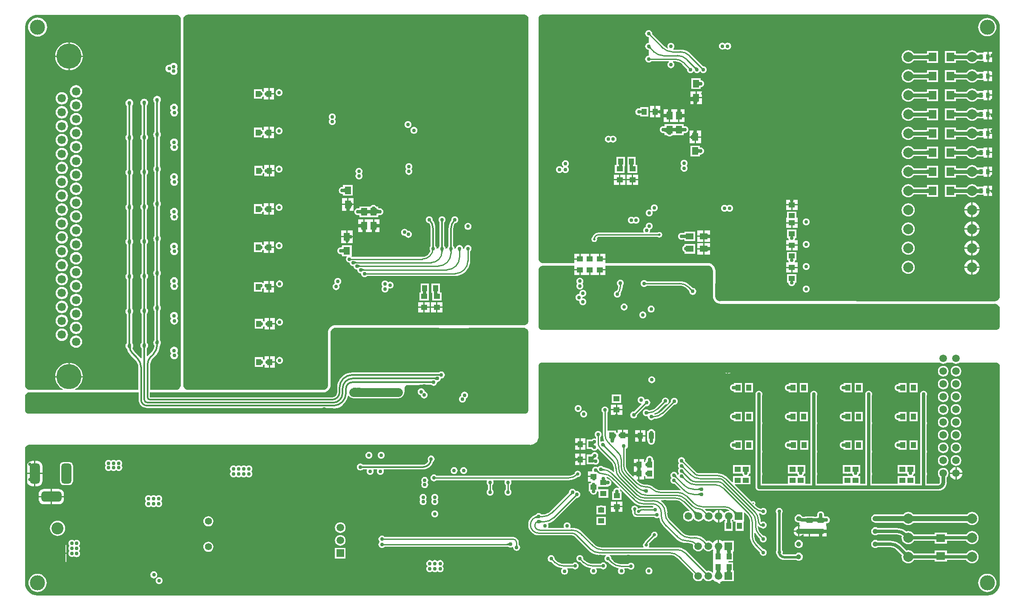
<source format=gbl>
%FSLAX25Y25*%
%MOIN*%
G70*
G01*
G75*
G04 Layer_Physical_Order=4*
G04 Layer_Color=16711680*
%ADD10C,0.01000*%
%ADD11C,0.02000*%
%ADD12C,0.01500*%
%ADD13C,0.01200*%
%ADD14C,0.02500*%
%ADD15C,0.07000*%
%ADD16C,0.03000*%
%ADD17C,0.01000*%
%ADD18R,0.05000X0.04000*%
%ADD19R,0.04000X0.05000*%
%ADD20R,0.05000X0.06000*%
%ADD21R,0.06000X0.05000*%
%ADD22R,0.06299X0.07087*%
%ADD23R,0.02756X0.03937*%
%ADD24R,0.07087X0.06299*%
%ADD25C,0.04000*%
%ADD26R,0.17400X0.16500*%
%ADD27R,0.10600X0.10210*%
%ADD28R,0.15352X0.08242*%
%ADD29R,0.67500X0.13500*%
%ADD30R,0.24893X0.07603*%
%ADD31R,0.28300X0.08500*%
%ADD32R,0.11100X0.07656*%
%ADD33R,0.17000X0.10500*%
%ADD34R,0.09449X0.09449*%
%ADD35C,0.09449*%
%ADD36C,0.05906*%
%ADD37R,0.05906X0.05906*%
%ADD38C,0.04724*%
%ADD39C,0.06000*%
%ADD40C,0.05500*%
%ADD41C,0.03937*%
%ADD42C,0.11811*%
G04:AMPARAMS|DCode=43|XSize=78.74mil|YSize=157.48mil|CornerRadius=19.69mil|HoleSize=0mil|Usage=FLASHONLY|Rotation=270.000|XOffset=0mil|YOffset=0mil|HoleType=Round|Shape=RoundedRectangle|*
%AMROUNDEDRECTD43*
21,1,0.07874,0.11811,0,0,270.0*
21,1,0.03937,0.15748,0,0,270.0*
1,1,0.03937,-0.05906,-0.01969*
1,1,0.03937,-0.05906,0.01969*
1,1,0.03937,0.05906,0.01969*
1,1,0.03937,0.05906,-0.01969*
%
%ADD43ROUNDEDRECTD43*%
G04:AMPARAMS|DCode=44|XSize=157.48mil|YSize=78.74mil|CornerRadius=19.69mil|HoleSize=0mil|Usage=FLASHONLY|Rotation=270.000|XOffset=0mil|YOffset=0mil|HoleType=Round|Shape=RoundedRectangle|*
%AMROUNDEDRECTD44*
21,1,0.15748,0.03937,0,0,270.0*
21,1,0.11811,0.07874,0,0,270.0*
1,1,0.03937,-0.01969,-0.05906*
1,1,0.03937,-0.01969,0.05906*
1,1,0.03937,0.01969,0.05906*
1,1,0.03937,0.01969,-0.05906*
%
%ADD44ROUNDEDRECTD44*%
%ADD45R,0.05906X0.05906*%
%ADD46C,0.07874*%
%ADD47C,0.06654*%
%ADD48C,0.19685*%
%ADD49C,0.05906*%
%ADD50C,0.03000*%
%ADD51C,0.02500*%
%ADD52C,0.02000*%
%ADD53C,0.03500*%
G36*
X630525Y343163D02*
X631483Y342766D01*
X632306Y342135D01*
X632938Y341312D01*
X633335Y340353D01*
X633470Y339324D01*
X633436Y319402D01*
X633407D01*
X633523Y318227D01*
X633866Y317096D01*
X634423Y316055D01*
X635172Y315142D01*
X636085Y314393D01*
X637126Y313836D01*
X638256Y313493D01*
X639432Y313377D01*
X854247Y313406D01*
X854247Y313406D01*
Y313406D01*
X854281Y313436D01*
X855274Y313305D01*
X856230Y312909D01*
X857052Y312279D01*
X857682Y311457D01*
X858078Y310501D01*
X858213Y309474D01*
X858179Y295879D01*
X858179D01*
X858202Y295853D01*
X858102Y295098D01*
X857801Y294371D01*
X857322Y293747D01*
X856698Y293268D01*
X855971Y292967D01*
X855191Y292864D01*
X649112Y292879D01*
X648891Y293327D01*
X649468Y294078D01*
X649971Y295295D01*
X650077Y296100D01*
X640123D01*
X640229Y295295D01*
X640732Y294078D01*
X641308Y293328D01*
X641087Y292880D01*
X499765Y292890D01*
Y292890D01*
X499740Y292868D01*
X499000Y292965D01*
X498287Y293261D01*
X497675Y293730D01*
X497205Y294343D01*
X496910Y295056D01*
X496809Y295821D01*
X496834Y337372D01*
Y339340D01*
X496834D01*
X496805Y339374D01*
X496935Y340363D01*
X497330Y341317D01*
X497958Y342135D01*
X498776Y342763D01*
X499730Y343158D01*
X500725Y343289D01*
X500753Y343265D01*
Y343265D01*
X524780D01*
Y340507D01*
X529280D01*
Y340007D01*
X529780D01*
Y336007D01*
X536530D01*
Y340007D01*
X537530D01*
Y336007D01*
X544280D01*
Y340007D01*
X544780D01*
Y340507D01*
X549280D01*
Y343265D01*
X629496D01*
Y343265D01*
X629530Y343294D01*
X630525Y343163D01*
D02*
G37*
G36*
X419050Y294542D02*
Y291757D01*
X423550D01*
Y291257D01*
X424050D01*
Y287257D01*
X430000D01*
Y291257D01*
X431000D01*
Y287257D01*
X436950D01*
Y291257D01*
X437450D01*
Y291757D01*
X441950D01*
Y294183D01*
X442304Y294536D01*
X485101Y294526D01*
Y294526D01*
X485134Y294555D01*
X486099Y294428D01*
X487029Y294042D01*
X487828Y293430D01*
X488441Y292631D01*
X488826Y291701D01*
X488957Y290703D01*
X488924Y230215D01*
X488924D01*
X488947Y230189D01*
X488847Y229434D01*
X488546Y228706D01*
X488066Y228081D01*
X487441Y227601D01*
X486713Y227300D01*
X485932Y227197D01*
X345340Y227206D01*
X345278Y227300D01*
X345278Y227300D01*
X345277Y227298D01*
X340147Y229500D01*
X345277Y227298D01*
X336521D01*
X336459Y227207D01*
X97470Y227223D01*
Y227223D01*
X97445Y227201D01*
X96702Y227298D01*
X95987Y227595D01*
X95373Y228066D01*
X94901Y228680D01*
X94605Y229396D01*
X94504Y230163D01*
X94529Y239675D01*
Y240504D01*
X94529D01*
X94504Y240533D01*
X94616Y241379D01*
X94954Y242195D01*
X95491Y242896D01*
X96192Y243433D01*
X97008Y243771D01*
X97853Y243883D01*
X97883Y243857D01*
Y243857D01*
X183565D01*
Y238200D01*
X183572Y238164D01*
X183695Y236919D01*
X184068Y235687D01*
X184675Y234552D01*
X185492Y233556D01*
X186487Y232740D01*
X187622Y232133D01*
X188854Y231759D01*
X190099Y231637D01*
X190135Y231629D01*
X336000D01*
X336000Y231628D01*
X336000D01*
X336234Y231305D01*
X336792Y231275D01*
X338743Y231467D01*
X340618Y232036D01*
X342347Y232960D01*
X343596Y233985D01*
X343585Y234424D01*
X344370Y235095D01*
X345576Y236507D01*
X346546Y238091D01*
X347257Y239807D01*
X347257Y239807D01*
Y239807D01*
X347721Y241133D01*
X348215Y241213D01*
X348648Y240648D01*
X349630Y239895D01*
X350773Y239421D01*
X352000Y239259D01*
X386900D01*
X388127Y239421D01*
X389270Y239895D01*
X390252Y240648D01*
X391005Y241630D01*
X391479Y242773D01*
X391610Y243771D01*
X391935Y243940D01*
X391935Y243940D01*
X391887Y247235D01*
X392078Y248197D01*
X392623Y249012D01*
X392940Y249224D01*
X392940Y249224D01*
Y249224D01*
X393438Y249557D01*
D01*
X394159Y249700D01*
X394159D01*
D01*
D01*
D01*
X394159D01*
X394400Y249700D01*
D01*
X394400D01*
X394400D01*
D01*
X412705Y249965D01*
X412774Y249874D01*
X413338Y249442D01*
X413995Y249169D01*
X414700Y249077D01*
X415405Y249169D01*
X416062Y249442D01*
X416626Y249874D01*
X417058Y250438D01*
X417331Y251095D01*
X417423Y251800D01*
X417600Y252077D01*
Y252077D01*
X418305Y252169D01*
X418962Y252442D01*
X419526Y252874D01*
X419958Y253438D01*
X420230Y254095D01*
X420294Y254574D01*
X420690Y254878D01*
X420700Y254877D01*
X421405Y254970D01*
X422062Y255242D01*
X422626Y255674D01*
X423058Y256238D01*
X423330Y256895D01*
X423423Y257600D01*
X423330Y258305D01*
X423058Y258962D01*
X422626Y259526D01*
X422062Y259958D01*
X421405Y260230D01*
X420700Y260323D01*
X419995Y260230D01*
X419338Y259958D01*
X418774Y259526D01*
X418705Y259435D01*
X350945D01*
Y259436D01*
X349093Y259291D01*
X347287Y258857D01*
X345571Y258146D01*
X343988Y257176D01*
X342575Y255970D01*
X341369Y254557D01*
X340399Y252974D01*
X339688Y251258D01*
X339254Y249452D01*
X339108Y247600D01*
X339110D01*
Y244094D01*
X339122Y244033D01*
X338990Y243036D01*
X338582Y242049D01*
X337932Y241202D01*
X337085Y240552D01*
X336098Y240143D01*
X335101Y240012D01*
X335039Y240024D01*
X195466D01*
X195411Y240035D01*
X192340D01*
X192338Y240038D01*
X192335Y240039D01*
Y243857D01*
X327907D01*
Y243828D01*
X329085Y243944D01*
X330217Y244287D01*
X331261Y244845D01*
X332175Y245596D01*
X332926Y246510D01*
X333484Y247554D01*
X333827Y248686D01*
X333943Y249864D01*
X333914Y290551D01*
X333914Y290551D01*
X333914D01*
X333884Y290585D01*
X334016Y291589D01*
X334417Y292556D01*
X335054Y293386D01*
X335884Y294023D01*
X336851Y294424D01*
X337889Y294561D01*
X419050Y294542D01*
D02*
G37*
G36*
X641027Y267342D02*
X641248Y266893D01*
X640732Y266222D01*
X640229Y265005D01*
X640123Y264200D01*
X650077D01*
X649971Y265005D01*
X649468Y266222D01*
X648953Y266893D01*
X649174Y267341D01*
X811311Y267329D01*
X811906Y266873D01*
X812916Y266454D01*
X814000Y266311D01*
X815084Y266454D01*
X816094Y266873D01*
X816689Y267329D01*
X821311Y267329D01*
X821906Y266873D01*
X822916Y266454D01*
X824000Y266311D01*
X825084Y266454D01*
X826094Y266873D01*
X826688Y267328D01*
X855260Y267326D01*
Y267326D01*
X855285Y267348D01*
X856034Y267250D01*
X856756Y266951D01*
X857376Y266475D01*
X857851Y265855D01*
X858150Y265134D01*
X858252Y264359D01*
X858226Y94488D01*
X858226D01*
X858269Y94441D01*
X858085Y92567D01*
X857524Y90719D01*
X856614Y89016D01*
X855389Y87524D01*
X853897Y86299D01*
X852194Y85389D01*
X850347Y84829D01*
X848425Y84639D01*
X104331Y84687D01*
Y84687D01*
X104283Y84644D01*
X102409Y84829D01*
X100562Y85389D01*
X98859Y86299D01*
X97367Y87524D01*
X96142Y89016D01*
X95232Y90719D01*
X94671Y92567D01*
X94482Y94488D01*
X94529Y199599D01*
X94529Y199599D01*
X94529D01*
Y199600D01*
X94529D01*
X94529Y199611D01*
X94529Y199716D01*
X94529Y199932D01*
D01*
D01*
Y199932D01*
X94581Y200424D01*
X94899Y201192D01*
X95405Y201851D01*
X96064Y202357D01*
X96832Y202675D01*
X97656Y202783D01*
X325113Y202767D01*
X325334Y202319D01*
X325090Y202000D01*
X324650Y200939D01*
X324566Y200300D01*
X333234D01*
X333150Y200939D01*
X332710Y202000D01*
X332466Y202318D01*
X332687Y202767D01*
X484646Y202756D01*
X490190D01*
Y202724D01*
X491492Y202852D01*
X492745Y203232D01*
X493899Y203849D01*
X494911Y204679D01*
X495741Y205691D01*
X496358Y206845D01*
X496738Y208098D01*
X496866Y209400D01*
X496834Y264331D01*
X496834Y264331D01*
X496834D01*
X496812Y264357D01*
X496911Y265113D01*
X497213Y265842D01*
X497693Y266467D01*
X498318Y266947D01*
X499047Y267249D01*
X499829Y267352D01*
X641027Y267342D01*
D02*
G37*
G36*
X850347Y539974D02*
X852194Y539414D01*
X853897Y538504D01*
X855389Y537279D01*
X856614Y535787D01*
X857524Y534084D01*
X858085Y532236D01*
X858274Y530315D01*
X858226Y319402D01*
X858226D01*
X858256Y319368D01*
X858124Y318364D01*
X857724Y317397D01*
X857086Y316566D01*
X856256Y315929D01*
X855289Y315528D01*
X854251Y315392D01*
X639291Y315426D01*
Y315426D01*
X639257Y315397D01*
X638281Y315526D01*
X637340Y315915D01*
X636532Y316535D01*
X635912Y317343D01*
X635522Y318284D01*
X635389Y319294D01*
X635423Y339284D01*
X635452D01*
X635336Y340453D01*
X634996Y341577D01*
X634442Y342612D01*
X633697Y343520D01*
X632789Y344265D01*
X631754Y344818D01*
X630630Y345159D01*
X629461Y345274D01*
X549634Y345256D01*
X549280Y345610D01*
Y348007D01*
X544780D01*
Y348507D01*
X544280D01*
Y352507D01*
X537530D01*
Y348507D01*
X536530D01*
Y352507D01*
X529780D01*
Y348507D01*
X529280D01*
Y348007D01*
X524780D01*
Y345251D01*
X500753Y345246D01*
X500753Y345246D01*
Y345246D01*
X500719Y345216D01*
X499730Y345346D01*
X498776Y345741D01*
X497958Y346370D01*
X497330Y347188D01*
X496935Y348141D01*
X496800Y349164D01*
X496834Y537000D01*
Y537127D01*
X496834D01*
X496812Y537152D01*
X496910Y537900D01*
X497209Y538620D01*
X497683Y539239D01*
X498302Y539713D01*
X499022Y540012D01*
X499795Y540113D01*
X499923Y540116D01*
X848425D01*
Y540116D01*
X848472Y540159D01*
X850347Y539974D01*
D02*
G37*
G36*
X485833Y540089D02*
Y540089D01*
X485859Y540112D01*
X486638Y540010D01*
X487388Y539699D01*
X488032Y539205D01*
X488526Y538561D01*
X488836Y537811D01*
X488942Y537006D01*
X488916Y300316D01*
X488916D01*
X488944Y300284D01*
X488818Y299323D01*
X488435Y298398D01*
X487825Y297604D01*
X487030Y296994D01*
X486105Y296610D01*
X485112Y296480D01*
X441950Y296489D01*
Y299257D01*
X437450D01*
Y299757D01*
X436950D01*
Y303757D01*
X431000D01*
Y299757D01*
X430000D01*
Y303757D01*
X424050D01*
Y299757D01*
X423550D01*
Y299257D01*
X419050D01*
Y296848D01*
X418696Y296495D01*
X337890Y296513D01*
Y296541D01*
X336721Y296426D01*
X335598Y296085D01*
X334562Y295532D01*
X333654Y294787D01*
X332909Y293879D01*
X332356Y292844D01*
X332015Y291720D01*
X331900Y290551D01*
X331929Y250074D01*
X331929Y250074D01*
X331929D01*
X331960Y250038D01*
X331820Y248970D01*
X331393Y247940D01*
X330715Y247057D01*
X329831Y246378D01*
X328802Y245952D01*
X327698Y245807D01*
X222430Y245843D01*
Y245843D01*
X222397Y245814D01*
X221427Y245942D01*
X220493Y246329D01*
X219690Y246945D01*
X219074Y247747D01*
X218687Y248682D01*
X218555Y249685D01*
X218588Y536265D01*
D01*
X218588Y536720D01*
X218588D01*
X218588Y536720D01*
D01*
Y536720D01*
X218591Y536764D01*
X218657Y537263D01*
X219042Y538194D01*
X219655Y538992D01*
X220454Y539605D01*
X221384Y539991D01*
X222383Y540122D01*
X485833Y540089D01*
D02*
G37*
G36*
X104331Y539985D02*
X213877D01*
X214649Y539665D01*
X215462Y539041D01*
X216086Y538228D01*
X216478Y537281D01*
X216608Y536298D01*
X216579Y536265D01*
D01*
X216535Y536221D01*
X216535Y536221D01*
X216569Y249779D01*
X216434Y248751D01*
X216038Y247794D01*
X215407Y246972D01*
X214585Y246341D01*
X213627Y245944D01*
X212634Y245814D01*
X212600Y245843D01*
Y245843D01*
X192995Y245837D01*
X192641Y246191D01*
Y265723D01*
X192625Y265803D01*
X192747Y267042D01*
X193132Y268310D01*
X193757Y269478D01*
X194546Y270441D01*
X194614Y270486D01*
X196585Y272457D01*
X196603Y272483D01*
X197819Y273908D01*
X198814Y275532D01*
X199543Y277291D01*
X199988Y279143D01*
X200113Y280734D01*
X200140Y280754D01*
X200621Y281381D01*
X200923Y282111D01*
X201026Y282894D01*
X200923Y283677D01*
X200621Y284407D01*
X200141Y285031D01*
Y307970D01*
X200621Y308595D01*
X200923Y309325D01*
X201026Y310108D01*
X200923Y310891D01*
X200621Y311621D01*
X200141Y312246D01*
Y335185D01*
X200621Y335809D01*
X200923Y336539D01*
X201026Y337322D01*
X200923Y338105D01*
X200621Y338835D01*
X200141Y339460D01*
Y362399D01*
X200621Y363024D01*
X200923Y363753D01*
X201026Y364536D01*
X200923Y365320D01*
X200621Y366050D01*
X200141Y366674D01*
Y389613D01*
X200621Y390238D01*
X200923Y390968D01*
X201026Y391751D01*
X200923Y392534D01*
X200621Y393264D01*
X200141Y393888D01*
Y416827D01*
X200621Y417452D01*
X200923Y418182D01*
X201026Y418965D01*
X200923Y419748D01*
X200621Y420478D01*
X200141Y421103D01*
Y444042D01*
X200621Y444666D01*
X200923Y445396D01*
X201026Y446179D01*
X200923Y446962D01*
X200621Y447692D01*
X200141Y448317D01*
Y471256D01*
X200621Y471881D01*
X200923Y472611D01*
X201026Y473394D01*
X200923Y474177D01*
X200621Y474907D01*
X200140Y475533D01*
X199513Y476014D01*
X198783Y476316D01*
X198000Y476419D01*
X197217Y476316D01*
X196487Y476014D01*
X195860Y475533D01*
X195379Y474907D01*
X195077Y474177D01*
X194974Y473394D01*
X195077Y472611D01*
X195379Y471881D01*
X195859Y471256D01*
Y448317D01*
X195379Y447692D01*
X195077Y446962D01*
X194974Y446179D01*
X195077Y445396D01*
X195379Y444666D01*
X195859Y444042D01*
Y421103D01*
X195379Y420478D01*
X195077Y419748D01*
X194974Y418965D01*
X195077Y418182D01*
X195379Y417452D01*
X195859Y416827D01*
Y393888D01*
X195379Y393264D01*
X195077Y392534D01*
X194974Y391751D01*
X195077Y390968D01*
X195379Y390238D01*
X195859Y389613D01*
Y366674D01*
X195379Y366050D01*
X195077Y365320D01*
X194974Y364536D01*
X195077Y363753D01*
X195379Y363024D01*
X195859Y362399D01*
Y339460D01*
X195379Y338835D01*
X195077Y338105D01*
X194974Y337322D01*
X195077Y336539D01*
X195379Y335809D01*
X195859Y335185D01*
Y312246D01*
X195379Y311621D01*
X195077Y310891D01*
X194974Y310108D01*
X195077Y309325D01*
X195379Y308595D01*
X195859Y307970D01*
Y285031D01*
X195379Y284407D01*
X195077Y283677D01*
X194974Y282894D01*
X195077Y282111D01*
X195379Y281381D01*
X195860Y280755D01*
X195736Y279503D01*
X195288Y278024D01*
X194559Y276660D01*
X193640Y275540D01*
X193557Y275485D01*
X191586Y273514D01*
X191552Y273463D01*
X190510Y272243D01*
X190041Y272416D01*
Y278499D01*
X190521Y279124D01*
X190823Y279854D01*
X190926Y280637D01*
X190823Y281420D01*
X190521Y282150D01*
X190041Y282775D01*
Y305714D01*
X190521Y306338D01*
X190823Y307068D01*
X190926Y307851D01*
X190823Y308634D01*
X190521Y309364D01*
X190041Y309989D01*
Y332928D01*
X190521Y333553D01*
X190823Y334282D01*
X190926Y335066D01*
X190823Y335849D01*
X190521Y336579D01*
X190041Y337203D01*
Y360142D01*
X190521Y360767D01*
X190823Y361497D01*
X190926Y362280D01*
X190823Y363063D01*
X190521Y363793D01*
X190041Y364418D01*
Y387356D01*
X190521Y387981D01*
X190823Y388711D01*
X190926Y389494D01*
X190823Y390277D01*
X190521Y391007D01*
X190041Y391632D01*
Y414571D01*
X190521Y415196D01*
X190823Y415925D01*
X190926Y416708D01*
X190823Y417492D01*
X190521Y418221D01*
X190041Y418846D01*
Y441785D01*
X190521Y442410D01*
X190823Y443140D01*
X190926Y443923D01*
X190823Y444706D01*
X190521Y445436D01*
X190041Y446060D01*
Y468999D01*
X190521Y469624D01*
X190823Y470354D01*
X190926Y471137D01*
X190823Y471920D01*
X190521Y472650D01*
X190040Y473277D01*
X189413Y473758D01*
X188683Y474060D01*
X187900Y474163D01*
X187117Y474060D01*
X186387Y473758D01*
X185760Y473277D01*
X185280Y472650D01*
X184977Y471920D01*
X184874Y471137D01*
X184977Y470354D01*
X185280Y469624D01*
X185759Y468999D01*
Y446060D01*
X185280Y445436D01*
X184977Y444706D01*
X184874Y443923D01*
X184977Y443140D01*
X185280Y442410D01*
X185759Y441785D01*
Y418846D01*
X185280Y418221D01*
X184977Y417492D01*
X184874Y416708D01*
X184977Y415925D01*
X185280Y415196D01*
X185759Y414571D01*
Y391632D01*
X185280Y391007D01*
X184977Y390277D01*
X184874Y389494D01*
X184977Y388711D01*
X185280Y387981D01*
X185759Y387356D01*
Y364418D01*
X185280Y363793D01*
X184977Y363063D01*
X184874Y362280D01*
X184977Y361497D01*
X185280Y360767D01*
X185759Y360142D01*
Y337203D01*
X185280Y336579D01*
X184977Y335849D01*
X184874Y335066D01*
X184977Y334282D01*
X185280Y333553D01*
X185759Y332928D01*
Y309989D01*
X185280Y309364D01*
X184977Y308634D01*
X184874Y307851D01*
X184977Y307068D01*
X185280Y306338D01*
X185759Y305714D01*
Y282775D01*
X185280Y282150D01*
X184977Y281420D01*
X184874Y280637D01*
X184977Y279854D01*
X185280Y279124D01*
X185759Y278499D01*
Y270833D01*
X185278Y270697D01*
X185219Y270792D01*
X184003Y272217D01*
X183985Y272243D01*
X180247Y275981D01*
X180187Y276021D01*
X179464Y276903D01*
X178893Y277971D01*
X178716Y278553D01*
X178923Y278822D01*
X179225Y279552D01*
X179328Y280335D01*
X179225Y281118D01*
X178923Y281848D01*
X178444Y282472D01*
Y305411D01*
X178923Y306036D01*
X179225Y306766D01*
X179328Y307549D01*
X179225Y308332D01*
X178923Y309062D01*
X178444Y309687D01*
Y332626D01*
X178923Y333250D01*
X179225Y333980D01*
X179328Y334763D01*
X179225Y335546D01*
X178923Y336276D01*
X178444Y336901D01*
Y359840D01*
X178923Y360465D01*
X179225Y361194D01*
X179328Y361978D01*
X179225Y362761D01*
X178923Y363490D01*
X178444Y364115D01*
Y387054D01*
X178923Y387679D01*
X179225Y388409D01*
X179328Y389192D01*
X179225Y389975D01*
X178923Y390705D01*
X178444Y391329D01*
Y414268D01*
X178923Y414893D01*
X179225Y415623D01*
X179328Y416406D01*
X179225Y417189D01*
X178923Y417919D01*
X178444Y418544D01*
Y441483D01*
X178923Y442107D01*
X179225Y442837D01*
X179328Y443620D01*
X179225Y444404D01*
X178923Y445133D01*
X178444Y445758D01*
Y468697D01*
X178923Y469322D01*
X179225Y470051D01*
X179328Y470835D01*
X179225Y471618D01*
X178923Y472347D01*
X178442Y472974D01*
X177815Y473455D01*
X177086Y473757D01*
X176302Y473861D01*
X175519Y473757D01*
X174790Y473455D01*
X174163Y472974D01*
X173682Y472347D01*
X173380Y471618D01*
X173276Y470835D01*
X173380Y470051D01*
X173682Y469322D01*
X174161Y468697D01*
Y445758D01*
X173682Y445133D01*
X173380Y444404D01*
X173276Y443620D01*
X173380Y442837D01*
X173682Y442107D01*
X174161Y441483D01*
Y418544D01*
X173682Y417919D01*
X173380Y417189D01*
X173276Y416406D01*
X173380Y415623D01*
X173682Y414893D01*
X174161Y414268D01*
Y391329D01*
X173682Y390705D01*
X173380Y389975D01*
X173276Y389192D01*
X173380Y388409D01*
X173682Y387679D01*
X174161Y387054D01*
Y364115D01*
X173682Y363490D01*
X173380Y362761D01*
X173276Y361978D01*
X173380Y361194D01*
X173682Y360465D01*
X174161Y359840D01*
Y336901D01*
X173682Y336276D01*
X173380Y335546D01*
X173276Y334763D01*
X173380Y333980D01*
X173682Y333250D01*
X174161Y332626D01*
Y309687D01*
X173682Y309062D01*
X173380Y308332D01*
X173276Y307549D01*
X173380Y306766D01*
X173682Y306036D01*
X174161Y305411D01*
Y282472D01*
X173682Y281848D01*
X173380Y281118D01*
X173276Y280335D01*
X173380Y279552D01*
X173682Y278822D01*
X174163Y278195D01*
X174479Y277953D01*
X174681Y277112D01*
X175307Y275600D01*
X176162Y274204D01*
X177176Y273017D01*
X177219Y272953D01*
X180957Y269215D01*
X181040Y269160D01*
X181959Y268040D01*
X182687Y266676D01*
X183136Y265197D01*
X183278Y263756D01*
X183259Y263658D01*
Y245834D01*
X133566Y245820D01*
X133469Y246310D01*
X133847Y246467D01*
X135302Y247359D01*
X136600Y248467D01*
X137708Y249765D01*
X138600Y251220D01*
X139253Y252797D01*
X139652Y254456D01*
X139746Y255658D01*
X118073D01*
X118167Y254456D01*
X118566Y252797D01*
X119219Y251220D01*
X120110Y249765D01*
X121219Y248467D01*
X122517Y247359D01*
X123972Y246467D01*
X124357Y246307D01*
X124259Y245817D01*
X98440Y245809D01*
X97419Y245944D01*
X96468Y246338D01*
X95651Y246965D01*
X95024Y247782D01*
X94661Y248659D01*
Y530315D01*
X94661Y530315D01*
X94661D01*
X94635Y530442D01*
X94810Y532209D01*
X95362Y534030D01*
X96259Y535708D01*
X97466Y537179D01*
X98937Y538387D01*
X100616Y539284D01*
X102437Y539836D01*
X104203Y540010D01*
X104331Y539985D01*
D02*
G37*
%LPC*%
G36*
X814000Y264689D02*
X812916Y264546D01*
X811906Y264127D01*
X811038Y263462D01*
X810373Y262594D01*
X809954Y261584D01*
X809811Y260500D01*
X809954Y259416D01*
X810373Y258406D01*
X811038Y257538D01*
X811906Y256873D01*
X812916Y256454D01*
X814000Y256311D01*
X815084Y256454D01*
X816094Y256873D01*
X816962Y257538D01*
X817627Y258406D01*
X818046Y259416D01*
X818189Y260500D01*
X818046Y261584D01*
X817627Y262594D01*
X816962Y263462D01*
X816094Y264127D01*
X815084Y264546D01*
X814000Y264689D01*
D02*
G37*
G36*
X129409Y266994D02*
Y256658D01*
X139746D01*
X139652Y257859D01*
X139253Y259518D01*
X138600Y261095D01*
X137708Y262550D01*
X136600Y263848D01*
X135302Y264956D01*
X133847Y265848D01*
X132270Y266501D01*
X130611Y266900D01*
X129409Y266994D01*
D02*
G37*
G36*
X128409D02*
X127208Y266900D01*
X125549Y266501D01*
X123972Y265848D01*
X122517Y264956D01*
X121219Y263848D01*
X120110Y262550D01*
X119219Y261095D01*
X118566Y259518D01*
X118167Y257859D01*
X118073Y256658D01*
X128409D01*
Y266994D01*
D02*
G37*
G36*
X824000Y264689D02*
X822916Y264546D01*
X821906Y264127D01*
X821038Y263462D01*
X820373Y262594D01*
X819954Y261584D01*
X819811Y260500D01*
X819954Y259416D01*
X820373Y258406D01*
X821038Y257538D01*
X821906Y256873D01*
X822916Y256454D01*
X824000Y256311D01*
X825084Y256454D01*
X826094Y256873D01*
X826962Y257538D01*
X827627Y258406D01*
X828046Y259416D01*
X828189Y260500D01*
X828046Y261584D01*
X827627Y262594D01*
X826962Y263462D01*
X826094Y264127D01*
X825084Y264546D01*
X824000Y264689D01*
D02*
G37*
G36*
X699321Y251150D02*
X692921D01*
Y250543D01*
X692545Y250214D01*
X692471Y250223D01*
X691766Y250131D01*
X691109Y249858D01*
X690545Y249426D01*
X690112Y248862D01*
X689840Y248205D01*
X689747Y247500D01*
X689840Y246795D01*
X690112Y246138D01*
X690545Y245574D01*
X691109Y245142D01*
X691766Y244869D01*
X692471Y244777D01*
X692545Y244787D01*
X692921Y244457D01*
Y243750D01*
X699321D01*
Y251150D01*
D02*
G37*
G36*
X656321D02*
X649921D01*
Y250543D01*
X649545Y250214D01*
X649471Y250223D01*
X648766Y250131D01*
X648109Y249858D01*
X647545Y249426D01*
X647112Y248862D01*
X646840Y248205D01*
X646747Y247500D01*
X646840Y246795D01*
X647112Y246138D01*
X647545Y245574D01*
X648109Y245142D01*
X648766Y244869D01*
X649471Y244777D01*
X649545Y244787D01*
X649921Y244457D01*
Y243750D01*
X656321D01*
Y251150D01*
D02*
G37*
G36*
X824000Y254689D02*
X822916Y254546D01*
X821906Y254127D01*
X821038Y253462D01*
X820373Y252594D01*
X819954Y251584D01*
X819811Y250500D01*
X819954Y249416D01*
X820373Y248406D01*
X821038Y247538D01*
X821906Y246873D01*
X822916Y246454D01*
X824000Y246311D01*
X825084Y246454D01*
X826094Y246873D01*
X826962Y247538D01*
X827627Y248406D01*
X828046Y249416D01*
X828189Y250500D01*
X828046Y251584D01*
X827627Y252594D01*
X826962Y253462D01*
X826094Y254127D01*
X825084Y254546D01*
X824000Y254689D01*
D02*
G37*
G36*
X585562Y256504D02*
X584857Y256412D01*
X584201Y256139D01*
X583637Y255707D01*
X583204Y255143D01*
X582932Y254486D01*
X582839Y253781D01*
X582932Y253076D01*
X583204Y252419D01*
X583637Y251855D01*
X584201Y251423D01*
X584857Y251151D01*
X585562Y251058D01*
X586267Y251151D01*
X586924Y251423D01*
X587488Y251855D01*
X587921Y252419D01*
X588193Y253076D01*
X588285Y253781D01*
X588193Y254486D01*
X587921Y255143D01*
X587488Y255707D01*
X586924Y256139D01*
X586267Y256412D01*
X585562Y256504D01*
D02*
G37*
G36*
X785321Y251150D02*
X778921D01*
Y250543D01*
X778545Y250214D01*
X778471Y250223D01*
X777766Y250131D01*
X777109Y249858D01*
X776545Y249426D01*
X776112Y248862D01*
X775840Y248205D01*
X775747Y247500D01*
X775840Y246795D01*
X776112Y246138D01*
X776545Y245574D01*
X777109Y245142D01*
X777766Y244869D01*
X778471Y244777D01*
X778545Y244787D01*
X778921Y244457D01*
Y243750D01*
X785321D01*
Y251150D01*
D02*
G37*
G36*
X742321D02*
X735921D01*
Y250543D01*
X735545Y250214D01*
X735471Y250223D01*
X734766Y250131D01*
X734109Y249858D01*
X733545Y249426D01*
X733112Y248862D01*
X732840Y248205D01*
X732747Y247500D01*
X732840Y246795D01*
X733112Y246138D01*
X733545Y245574D01*
X734109Y245142D01*
X734766Y244869D01*
X735471Y244777D01*
X735545Y244787D01*
X735921Y244457D01*
Y243750D01*
X742321D01*
Y251150D01*
D02*
G37*
G36*
X644600Y263200D02*
X640123D01*
X640229Y262395D01*
X640732Y261178D01*
X641534Y260134D01*
X642578Y259332D01*
X643795Y258829D01*
X644600Y258723D01*
Y263200D01*
D02*
G37*
G36*
X423050Y290757D02*
X419050D01*
Y287257D01*
X423050D01*
Y290757D01*
D02*
G37*
G36*
X123319Y293959D02*
X122059Y293793D01*
X120885Y293307D01*
X119876Y292533D01*
X119103Y291525D01*
X118616Y290351D01*
X118450Y289091D01*
X118616Y287830D01*
X119103Y286656D01*
X119876Y285648D01*
X120885Y284874D01*
X122059Y284388D01*
X123319Y284222D01*
X124579Y284388D01*
X125753Y284874D01*
X126761Y285648D01*
X127535Y286656D01*
X128021Y287830D01*
X128187Y289091D01*
X128021Y290351D01*
X127535Y291525D01*
X126761Y292533D01*
X125753Y293307D01*
X124579Y293793D01*
X123319Y293959D01*
D02*
G37*
G36*
X134500Y288506D02*
X133240Y288340D01*
X132066Y287854D01*
X131058Y287080D01*
X130284Y286072D01*
X129797Y284898D01*
X129632Y283638D01*
X129797Y282378D01*
X130284Y281204D01*
X131058Y280195D01*
X132066Y279422D01*
X133240Y278935D01*
X134500Y278769D01*
X135760Y278935D01*
X136934Y279422D01*
X137943Y280195D01*
X138716Y281204D01*
X139202Y282378D01*
X139368Y283638D01*
X139202Y284898D01*
X138716Y286072D01*
X137943Y287080D01*
X136934Y287854D01*
X135760Y288340D01*
X134500Y288506D01*
D02*
G37*
G36*
X290100Y297237D02*
X286600D01*
Y293237D01*
X290100D01*
Y297237D01*
D02*
G37*
G36*
X134500Y299412D02*
X133240Y299246D01*
X132066Y298760D01*
X131058Y297986D01*
X130284Y296977D01*
X129797Y295803D01*
X129632Y294543D01*
X129797Y293283D01*
X130284Y292109D01*
X131058Y291101D01*
X132066Y290327D01*
X133240Y289841D01*
X134500Y289675D01*
X135760Y289841D01*
X136934Y290327D01*
X137943Y291101D01*
X138716Y292109D01*
X139202Y293283D01*
X139368Y294543D01*
X139202Y295803D01*
X138716Y296977D01*
X137943Y297986D01*
X136934Y298760D01*
X135760Y299246D01*
X134500Y299412D01*
D02*
G37*
G36*
X441950Y290757D02*
X437950D01*
Y287257D01*
X441950D01*
Y290757D01*
D02*
G37*
G36*
X294000Y271760D02*
X293295Y271668D01*
X292638Y271395D01*
X292074Y270963D01*
X291642Y270399D01*
X291370Y269742D01*
X291277Y269037D01*
X291370Y268332D01*
X291642Y267675D01*
X292074Y267111D01*
X292638Y266679D01*
X293295Y266406D01*
X294000Y266314D01*
X294705Y266406D01*
X295362Y266679D01*
X295926Y267111D01*
X296358Y267675D01*
X296631Y268332D01*
X296723Y269037D01*
X296631Y269742D01*
X296358Y270399D01*
X295926Y270963D01*
X295362Y271395D01*
X294705Y271668D01*
X294000Y271760D01*
D02*
G37*
G36*
X290100Y267237D02*
X286600D01*
Y263237D01*
X290100D01*
Y267237D01*
D02*
G37*
G36*
X650077Y263200D02*
X645600D01*
Y258723D01*
X646405Y258829D01*
X647622Y259332D01*
X648666Y260134D01*
X649468Y261178D01*
X649971Y262395D01*
X650077Y263200D01*
D02*
G37*
G36*
X211313Y279763D02*
X210529Y279660D01*
X209800Y279358D01*
X209173Y278877D01*
X208692Y278250D01*
X208390Y277520D01*
X208287Y276737D01*
X208390Y275954D01*
X208692Y275224D01*
X209078Y274722D01*
X208792Y274350D01*
X208490Y273620D01*
X208387Y272837D01*
X208490Y272054D01*
X208792Y271324D01*
X209273Y270697D01*
X209900Y270217D01*
X210629Y269914D01*
X211413Y269811D01*
X212196Y269914D01*
X212926Y270217D01*
X213552Y270697D01*
X214033Y271324D01*
X214335Y272054D01*
X214439Y272837D01*
X214335Y273620D01*
X214033Y274350D01*
X213648Y274852D01*
X213933Y275224D01*
X214235Y275954D01*
X214338Y276737D01*
X214235Y277520D01*
X213933Y278250D01*
X213452Y278877D01*
X212825Y279358D01*
X212096Y279660D01*
X211313Y279763D01*
D02*
G37*
G36*
X285600Y272237D02*
X282100D01*
Y269592D01*
X281627Y269431D01*
X281526Y269563D01*
X280962Y269995D01*
X280800Y270062D01*
Y271437D01*
X274400D01*
Y264037D01*
X280800D01*
Y265212D01*
X280962Y265279D01*
X281526Y265711D01*
X281627Y265843D01*
X282100Y265682D01*
Y263237D01*
X285600D01*
Y267737D01*
Y272237D01*
D02*
G37*
G36*
X290100D02*
X286600D01*
Y268237D01*
X290100D01*
Y272237D01*
D02*
G37*
G36*
X814000Y254689D02*
X812916Y254546D01*
X811906Y254127D01*
X811038Y253462D01*
X810373Y252594D01*
X809954Y251584D01*
X809811Y250500D01*
X809954Y249416D01*
X810373Y248406D01*
X811038Y247538D01*
X811906Y246873D01*
X812916Y246454D01*
X814000Y246311D01*
X815084Y246454D01*
X816094Y246873D01*
X816962Y247538D01*
X817627Y248406D01*
X818046Y249416D01*
X818189Y250500D01*
X818046Y251584D01*
X817627Y252594D01*
X816962Y253462D01*
X816094Y254127D01*
X815084Y254546D01*
X814000Y254689D01*
D02*
G37*
G36*
X742321Y228650D02*
X735921D01*
Y228043D01*
X735545Y227713D01*
X735471Y227723D01*
X734766Y227630D01*
X734109Y227358D01*
X733545Y226926D01*
X733112Y226362D01*
X732840Y225705D01*
X732747Y225000D01*
X732840Y224295D01*
X733112Y223638D01*
X733545Y223074D01*
X734109Y222642D01*
X734766Y222370D01*
X735471Y222277D01*
X735545Y222287D01*
X735921Y221957D01*
Y221250D01*
X742321D01*
Y228650D01*
D02*
G37*
G36*
X699321D02*
X692921D01*
Y228043D01*
X692545Y227713D01*
X692471Y227723D01*
X691766Y227630D01*
X691109Y227358D01*
X690545Y226926D01*
X690112Y226362D01*
X689840Y225705D01*
X689747Y225000D01*
X689840Y224295D01*
X690112Y223638D01*
X690545Y223074D01*
X691109Y222642D01*
X691766Y222370D01*
X692471Y222277D01*
X692545Y222287D01*
X692921Y221957D01*
Y221250D01*
X699321D01*
Y228650D01*
D02*
G37*
G36*
X656321D02*
X649921D01*
Y228043D01*
X649545Y227713D01*
X649471Y227723D01*
X648766Y227630D01*
X648109Y227358D01*
X647545Y226926D01*
X647112Y226362D01*
X646840Y225705D01*
X646747Y225000D01*
X646840Y224295D01*
X647112Y223638D01*
X647545Y223074D01*
X648109Y222642D01*
X648766Y222370D01*
X649471Y222277D01*
X649545Y222287D01*
X649921Y221957D01*
Y221250D01*
X656321D01*
Y228650D01*
D02*
G37*
G36*
X557500Y234400D02*
X553500D01*
Y230900D01*
X557500D01*
Y234400D01*
D02*
G37*
G36*
X527808Y234024D02*
X527103Y233931D01*
X526446Y233659D01*
X525882Y233226D01*
X525449Y232662D01*
X525177Y232006D01*
X525085Y231301D01*
X525177Y230596D01*
X525449Y229939D01*
X525882Y229375D01*
X526446Y228942D01*
X527103Y228670D01*
X527808Y228577D01*
X528513Y228670D01*
X529170Y228942D01*
X529734Y229375D01*
X530166Y229939D01*
X530438Y230596D01*
X530531Y231301D01*
X530438Y232006D01*
X530166Y232662D01*
X529734Y233226D01*
X529170Y233659D01*
X528513Y233931D01*
X527808Y234024D01*
D02*
G37*
G36*
X785321Y228650D02*
X778921D01*
Y228043D01*
X778545Y227713D01*
X778471Y227723D01*
X777766Y227630D01*
X777109Y227358D01*
X776545Y226926D01*
X776112Y226362D01*
X775840Y225705D01*
X775747Y225000D01*
X775840Y224295D01*
X776112Y223638D01*
X776545Y223074D01*
X777109Y222642D01*
X777766Y222370D01*
X778471Y222277D01*
X778545Y222287D01*
X778921Y221957D01*
Y221250D01*
X785321D01*
Y228650D01*
D02*
G37*
G36*
X814000Y234689D02*
X812916Y234546D01*
X811906Y234127D01*
X811038Y233462D01*
X810373Y232594D01*
X809954Y231584D01*
X809811Y230500D01*
X809954Y229416D01*
X810373Y228406D01*
X811038Y227538D01*
X811906Y226873D01*
X812916Y226454D01*
X814000Y226311D01*
X815084Y226454D01*
X816094Y226873D01*
X816962Y227538D01*
X817627Y228406D01*
X818046Y229416D01*
X818189Y230500D01*
X818046Y231584D01*
X817627Y232594D01*
X816962Y233462D01*
X816094Y234127D01*
X815084Y234546D01*
X814000Y234689D01*
D02*
G37*
G36*
X532300Y229532D02*
X531595Y229439D01*
X530938Y229167D01*
X530374Y228734D01*
X529942Y228170D01*
X529670Y227514D01*
X529577Y226809D01*
X529670Y226104D01*
X529942Y225447D01*
X530374Y224883D01*
X530938Y224450D01*
X531595Y224178D01*
X532300Y224085D01*
X533005Y224178D01*
X533662Y224450D01*
X534226Y224883D01*
X534658Y225447D01*
X534931Y226104D01*
X535023Y226809D01*
X534931Y227514D01*
X534658Y228170D01*
X534226Y228734D01*
X533662Y229167D01*
X533005Y229439D01*
X532300Y229532D01*
D02*
G37*
G36*
X793821Y228650D02*
X787421D01*
Y221250D01*
X793821D01*
Y228650D01*
D02*
G37*
G36*
X562500Y229900D02*
X558500D01*
Y226400D01*
X562500D01*
Y229900D01*
D02*
G37*
G36*
X557500D02*
X553500D01*
Y226400D01*
X557500D01*
Y229900D01*
D02*
G37*
G36*
X824000Y234689D02*
X822916Y234546D01*
X821906Y234127D01*
X821038Y233462D01*
X820373Y232594D01*
X819954Y231584D01*
X819811Y230500D01*
X819954Y229416D01*
X820373Y228406D01*
X821038Y227538D01*
X821906Y226873D01*
X822916Y226454D01*
X824000Y226311D01*
X825084Y226454D01*
X826094Y226873D01*
X826962Y227538D01*
X827627Y228406D01*
X828046Y229416D01*
X828189Y230500D01*
X828046Y231584D01*
X827627Y232594D01*
X826962Y233462D01*
X826094Y234127D01*
X825084Y234546D01*
X824000Y234689D01*
D02*
G37*
G36*
X664821Y251150D02*
X658421D01*
Y243750D01*
X664821D01*
Y251150D01*
D02*
G37*
G36*
X404800Y247123D02*
X404095Y247030D01*
X403438Y246758D01*
X402874Y246326D01*
X402442Y245762D01*
X402170Y245105D01*
X402077Y244400D01*
X402170Y243695D01*
X402442Y243038D01*
X402874Y242474D01*
X403438Y242042D01*
X404095Y241770D01*
X404589Y241704D01*
X404670Y241095D01*
X404942Y240438D01*
X405374Y239874D01*
X405938Y239442D01*
X406595Y239170D01*
X407300Y239077D01*
X408005Y239170D01*
X408662Y239442D01*
X409226Y239874D01*
X409658Y240438D01*
X409931Y241095D01*
X410023Y241800D01*
X409931Y242505D01*
X409658Y243162D01*
X409226Y243726D01*
X408662Y244158D01*
X408005Y244430D01*
X407511Y244496D01*
X407431Y245105D01*
X407158Y245762D01*
X406726Y246326D01*
X406162Y246758D01*
X405505Y247030D01*
X404800Y247123D01*
D02*
G37*
G36*
X824000Y244689D02*
X822916Y244546D01*
X821906Y244127D01*
X821038Y243462D01*
X820373Y242594D01*
X819954Y241584D01*
X819811Y240500D01*
X819954Y239416D01*
X820373Y238406D01*
X821038Y237538D01*
X821906Y236873D01*
X822916Y236454D01*
X824000Y236311D01*
X825084Y236454D01*
X826094Y236873D01*
X826962Y237538D01*
X827627Y238406D01*
X828046Y239416D01*
X828189Y240500D01*
X828046Y241584D01*
X827627Y242594D01*
X826962Y243462D01*
X826094Y244127D01*
X825084Y244546D01*
X824000Y244689D01*
D02*
G37*
G36*
X793821Y251150D02*
X787421D01*
Y243750D01*
X793821D01*
Y251150D01*
D02*
G37*
G36*
X750821D02*
X744421D01*
Y243750D01*
X750821D01*
Y251150D01*
D02*
G37*
G36*
X707821D02*
X701421D01*
Y243750D01*
X707821D01*
Y251150D01*
D02*
G37*
G36*
X596200Y239823D02*
X595495Y239731D01*
X594838Y239458D01*
X594274Y239026D01*
X593842Y238462D01*
X593570Y237805D01*
X593477Y237100D01*
X593508Y236860D01*
X588703Y232055D01*
X588659Y231988D01*
X587464Y231007D01*
X586030Y230241D01*
X584475Y229769D01*
X583354Y229659D01*
X583226Y229826D01*
X582662Y230258D01*
X582005Y230531D01*
X581300Y230623D01*
X580595Y230531D01*
X579938Y230258D01*
X579374Y229826D01*
X578942Y229262D01*
X578670Y228605D01*
X578577Y227900D01*
X578670Y227195D01*
X578942Y226538D01*
X579374Y225974D01*
X579938Y225542D01*
X580595Y225270D01*
X581300Y225177D01*
X582005Y225270D01*
X582399Y224967D01*
X582377Y224800D01*
X582470Y224095D01*
X582742Y223438D01*
X583174Y222874D01*
X583738Y222442D01*
X584395Y222169D01*
X585100Y222077D01*
X585805Y222169D01*
X586462Y222442D01*
X587026Y222874D01*
X587119Y222996D01*
X587160Y223024D01*
X587200Y223083D01*
X588794Y223208D01*
X590585Y223638D01*
X592286Y224343D01*
X593856Y225305D01*
X595257Y226501D01*
X595255Y226503D01*
X602960Y234208D01*
X603200Y234177D01*
X603905Y234269D01*
X604562Y234542D01*
X605126Y234974D01*
X605558Y235538D01*
X605830Y236195D01*
X605923Y236900D01*
X605830Y237605D01*
X605558Y238262D01*
X605126Y238826D01*
X604562Y239258D01*
X603905Y239530D01*
X603200Y239623D01*
X602495Y239530D01*
X601838Y239258D01*
X601274Y238826D01*
X600842Y238262D01*
X600569Y237605D01*
X600477Y236900D01*
X600508Y236660D01*
X592803Y228955D01*
X592759Y228888D01*
X591564Y227907D01*
X590130Y227141D01*
X588575Y226669D01*
X587709Y226584D01*
X587452Y227013D01*
X587569Y227187D01*
X588186Y227443D01*
X589756Y228405D01*
X591157Y229601D01*
X591155Y229603D01*
X595960Y234408D01*
X596200Y234377D01*
X596905Y234470D01*
X597562Y234742D01*
X598126Y235174D01*
X598559Y235738D01*
X598831Y236395D01*
X598923Y237100D01*
X598831Y237805D01*
X598559Y238462D01*
X598126Y239026D01*
X597562Y239458D01*
X596905Y239731D01*
X596200Y239823D01*
D02*
G37*
G36*
X577200Y240723D02*
X576495Y240631D01*
X575838Y240358D01*
X575274Y239926D01*
X574842Y239362D01*
X574570Y238705D01*
X574477Y238000D01*
X574570Y237295D01*
X574842Y236638D01*
X575274Y236074D01*
X575838Y235642D01*
X576495Y235369D01*
X577200Y235277D01*
X577380Y235300D01*
X577601Y234852D01*
X571640Y228892D01*
X571400Y228923D01*
X570695Y228831D01*
X570038Y228558D01*
X569474Y228126D01*
X569042Y227562D01*
X568770Y226905D01*
X568677Y226200D01*
X568770Y225495D01*
X569042Y224838D01*
X569474Y224274D01*
X570038Y223842D01*
X570695Y223569D01*
X571400Y223477D01*
X572105Y223569D01*
X572762Y223842D01*
X573326Y224274D01*
X573758Y224838D01*
X574030Y225495D01*
X574123Y226200D01*
X574092Y226440D01*
X580872Y233221D01*
X580995Y233170D01*
X581700Y233077D01*
X582405Y233170D01*
X583062Y233442D01*
X583626Y233874D01*
X584058Y234438D01*
X584331Y235095D01*
X584423Y235800D01*
X584331Y236505D01*
X584058Y237162D01*
X583626Y237726D01*
X583062Y238158D01*
X582405Y238431D01*
X581700Y238523D01*
X580995Y238431D01*
X580338Y238158D01*
D01*
X580338Y238158D01*
X580300Y238144D01*
X579871Y238400D01*
X579831Y238705D01*
X579558Y239362D01*
X579126Y239926D01*
X578562Y240358D01*
X577905Y240631D01*
X577200Y240723D01*
D02*
G37*
G36*
X562500Y234400D02*
X558500D01*
Y230900D01*
X562500D01*
Y234400D01*
D02*
G37*
G36*
X814000Y244689D02*
X812916Y244546D01*
X811906Y244127D01*
X811038Y243462D01*
X810373Y242594D01*
X809954Y241584D01*
X809811Y240500D01*
X809954Y239416D01*
X810373Y238406D01*
X811038Y237538D01*
X811906Y236873D01*
X812916Y236454D01*
X814000Y236311D01*
X815084Y236454D01*
X816094Y236873D01*
X816962Y237538D01*
X817627Y238406D01*
X818046Y239416D01*
X818189Y240500D01*
X818046Y241584D01*
X817627Y242594D01*
X816962Y243462D01*
X816094Y244127D01*
X815084Y244546D01*
X814000Y244689D01*
D02*
G37*
G36*
X438976Y244456D02*
X438272Y244363D01*
X437615Y244091D01*
X437051Y243658D01*
X436618Y243094D01*
X436346Y242437D01*
X436253Y241732D01*
X436327Y241171D01*
X435838Y240968D01*
X435274Y240536D01*
X434842Y239972D01*
X434570Y239315D01*
X434477Y238610D01*
X434570Y237905D01*
X434842Y237248D01*
X435274Y236684D01*
X435838Y236252D01*
X436495Y235980D01*
X437200Y235887D01*
X437905Y235980D01*
X438562Y236252D01*
X439126Y236684D01*
X439558Y237248D01*
X439830Y237905D01*
X439923Y238610D01*
X439849Y239171D01*
X440338Y239374D01*
X440902Y239807D01*
X441335Y240371D01*
X441607Y241027D01*
X441700Y241732D01*
X441607Y242437D01*
X441335Y243094D01*
X440902Y243658D01*
X440338Y244091D01*
X439681Y244363D01*
X438976Y244456D01*
D02*
G37*
G36*
X561700Y242100D02*
X554300D01*
Y235700D01*
X561700D01*
Y242100D01*
D02*
G37*
G36*
X123319Y304865D02*
X122059Y304699D01*
X120885Y304212D01*
X119876Y303439D01*
X119103Y302430D01*
X118616Y301256D01*
X118450Y299996D01*
X118616Y298736D01*
X119103Y297562D01*
X119876Y296554D01*
X120885Y295780D01*
X122059Y295293D01*
X123319Y295128D01*
X124579Y295293D01*
X125753Y295780D01*
X126761Y296554D01*
X127535Y297562D01*
X128021Y298736D01*
X128187Y299996D01*
X128021Y301256D01*
X127535Y302430D01*
X126761Y303439D01*
X125753Y304212D01*
X124579Y304699D01*
X123319Y304865D01*
D02*
G37*
G36*
X706500Y327723D02*
X705795Y327630D01*
X705138Y327358D01*
X704574Y326926D01*
X704142Y326362D01*
X703869Y325705D01*
X703777Y325000D01*
X703869Y324295D01*
X704142Y323638D01*
X704574Y323074D01*
X705138Y322642D01*
X705795Y322370D01*
X706500Y322277D01*
X707205Y322370D01*
X707862Y322642D01*
X708426Y323074D01*
X708858Y323638D01*
X709130Y324295D01*
X709223Y325000D01*
X709130Y325705D01*
X708858Y326362D01*
X708426Y326926D01*
X707862Y327358D01*
X707205Y327630D01*
X706500Y327723D01*
D02*
G37*
G36*
X289600Y326137D02*
X286100D01*
Y322137D01*
X289600D01*
Y326137D01*
D02*
G37*
G36*
X531500Y324223D02*
X530795Y324131D01*
X530138Y323858D01*
X529574Y323426D01*
X529142Y322862D01*
X528869Y322205D01*
X528777Y321500D01*
X528500Y321123D01*
X528500Y321123D01*
Y321123D01*
X527795Y321030D01*
X527138Y320758D01*
X526574Y320326D01*
X526142Y319762D01*
X525870Y319105D01*
X525777Y318400D01*
X525870Y317695D01*
X526142Y317038D01*
X526574Y316474D01*
X527138Y316042D01*
X527795Y315770D01*
X528500Y315677D01*
D01*
X528500Y315677D01*
D01*
X528821Y315337D01*
X528777Y315000D01*
X528869Y314295D01*
X529142Y313638D01*
X529574Y313074D01*
X530138Y312642D01*
X530795Y312369D01*
X531500Y312277D01*
X532205Y312369D01*
X532862Y312642D01*
X533426Y313074D01*
X533858Y313638D01*
X534130Y314295D01*
X534223Y315000D01*
X534130Y315705D01*
X533858Y316362D01*
X533426Y316926D01*
X532862Y317358D01*
X532205Y317631D01*
X531500Y317723D01*
D01*
X531500Y317723D01*
D01*
X531179Y318063D01*
X531223Y318400D01*
X531500Y318777D01*
Y318777D01*
D01*
X532205Y318869D01*
X532862Y319142D01*
X533426Y319574D01*
X533858Y320138D01*
X534130Y320795D01*
X534223Y321500D01*
X534130Y322205D01*
X533858Y322862D01*
X533426Y323426D01*
X532862Y323858D01*
X532205Y324131D01*
X531500Y324223D01*
D02*
G37*
G36*
X211313Y334191D02*
X210529Y334088D01*
X209800Y333786D01*
X209173Y333305D01*
X208692Y332679D01*
X208390Y331949D01*
X208287Y331166D01*
X208390Y330382D01*
X208692Y329653D01*
X209078Y329151D01*
X208792Y328779D01*
X208490Y328049D01*
X208387Y327266D01*
X208490Y326483D01*
X208792Y325753D01*
X209273Y325126D01*
X209900Y324645D01*
X210629Y324343D01*
X211413Y324240D01*
X212196Y324343D01*
X212926Y324645D01*
X213552Y325126D01*
X214033Y325753D01*
X214335Y326483D01*
X214439Y327266D01*
X214335Y328049D01*
X214033Y328779D01*
X213648Y329281D01*
X213933Y329653D01*
X214235Y330382D01*
X214338Y331166D01*
X214235Y331949D01*
X213933Y332679D01*
X213452Y333305D01*
X212825Y333786D01*
X212096Y334088D01*
X211313Y334191D01*
D02*
G37*
G36*
X339612Y333629D02*
X338907Y333536D01*
X338250Y333264D01*
X337686Y332831D01*
X337253Y332267D01*
X336981Y331610D01*
X336889Y330905D01*
X336981Y330200D01*
X337198Y329677D01*
X337007Y329215D01*
X336867Y329157D01*
X336303Y328724D01*
X335871Y328160D01*
X335599Y327503D01*
X335506Y326798D01*
X335599Y326094D01*
X335871Y325437D01*
X336303Y324873D01*
X336867Y324440D01*
X337524Y324168D01*
X338229Y324075D01*
X338934Y324168D01*
X339591Y324440D01*
X340155Y324873D01*
X340588Y325437D01*
X340860Y326094D01*
X340952Y326798D01*
X340860Y327503D01*
X340643Y328027D01*
X340834Y328489D01*
X340973Y328547D01*
X341537Y328979D01*
X341970Y329543D01*
X342242Y330200D01*
X342335Y330905D01*
X342242Y331610D01*
X341970Y332267D01*
X341537Y332831D01*
X340973Y333264D01*
X340317Y333536D01*
X339612Y333629D01*
D02*
G37*
G36*
X134500Y332128D02*
X133240Y331962D01*
X132066Y331476D01*
X131058Y330702D01*
X130284Y329694D01*
X129797Y328520D01*
X129632Y327260D01*
X129797Y326000D01*
X130284Y324826D01*
X131058Y323817D01*
X132066Y323044D01*
X133240Y322557D01*
X134500Y322391D01*
X135760Y322557D01*
X136934Y323044D01*
X137943Y323817D01*
X138716Y324826D01*
X139202Y326000D01*
X139368Y327260D01*
X139202Y328520D01*
X138716Y329694D01*
X137943Y330702D01*
X136934Y331476D01*
X135760Y331962D01*
X134500Y332128D01*
D02*
G37*
G36*
X786000Y326500D02*
X780583D01*
X780649Y325836D01*
X780988Y324717D01*
X781540Y323686D01*
X782282Y322782D01*
X783186Y322040D01*
X784217Y321488D01*
X785336Y321149D01*
X786000Y321083D01*
Y326500D01*
D02*
G37*
G36*
X579600Y332023D02*
X578895Y331930D01*
X578238Y331658D01*
X577674Y331226D01*
X577242Y330662D01*
X576969Y330005D01*
X576877Y329300D01*
X576969Y328595D01*
X577242Y327938D01*
X577674Y327374D01*
X578238Y326942D01*
X578895Y326670D01*
X579600Y326577D01*
X580305Y326670D01*
X580962Y326942D01*
X581526Y327374D01*
X581673Y327567D01*
X607358D01*
X607436Y327582D01*
X608975Y327431D01*
X610530Y326959D01*
X611964Y326193D01*
X613159Y325212D01*
X613203Y325145D01*
X615008Y323340D01*
X614977Y323100D01*
X615069Y322395D01*
X615342Y321738D01*
X615774Y321174D01*
X616338Y320742D01*
X616995Y320469D01*
X617700Y320377D01*
X618405Y320469D01*
X619062Y320742D01*
X619626Y321174D01*
X620058Y321738D01*
X620330Y322395D01*
X620423Y323100D01*
X620330Y323805D01*
X620058Y324462D01*
X619626Y325026D01*
X619062Y325458D01*
X618405Y325730D01*
X617700Y325823D01*
X617460Y325792D01*
X615655Y327597D01*
X615657Y327599D01*
X615652Y327603D01*
X615652Y327603D01*
Y327603D01*
X614256Y328795D01*
X612686Y329757D01*
X610985Y330462D01*
X609194Y330892D01*
X607358Y331036D01*
Y331033D01*
X581673D01*
X581526Y331226D01*
X580962Y331658D01*
X580305Y331930D01*
X579600Y332023D01*
D02*
G37*
G36*
X561000Y332223D02*
X560295Y332131D01*
X559638Y331858D01*
X559074Y331426D01*
X558642Y330862D01*
X558369Y330205D01*
X558277Y329500D01*
X558369Y328795D01*
X558642Y328138D01*
X559074Y327574D01*
X559267Y327427D01*
Y327035D01*
X559277Y326981D01*
X559152Y325705D01*
X558764Y324426D01*
X558380Y323708D01*
X557795Y323630D01*
X557138Y323358D01*
X556574Y322926D01*
X556142Y322362D01*
X555869Y321705D01*
X555777Y321000D01*
X555869Y320295D01*
X556142Y319638D01*
X556574Y319074D01*
X557138Y318642D01*
X557795Y318370D01*
X558500Y318277D01*
X559205Y318370D01*
X559862Y318642D01*
X560426Y319074D01*
X560858Y319638D01*
X561131Y320295D01*
X561223Y321000D01*
X561148Y321569D01*
X561967Y323100D01*
X562552Y325029D01*
X562749Y327035D01*
X562733D01*
Y327427D01*
X562926Y327574D01*
X563358Y328138D01*
X563630Y328795D01*
X563723Y329500D01*
X563630Y330205D01*
X563358Y330862D01*
X562926Y331426D01*
X562362Y331858D01*
X561705Y332131D01*
X561000Y332223D01*
D02*
G37*
G36*
X842416Y326500D02*
X837000D01*
Y321083D01*
X837664Y321149D01*
X838783Y321488D01*
X839814Y322040D01*
X840718Y322782D01*
X841460Y323686D01*
X842012Y324717D01*
X842351Y325836D01*
X842416Y326500D01*
D02*
G37*
G36*
X836000D02*
X830583D01*
X830649Y325836D01*
X830988Y324717D01*
X831540Y323686D01*
X832282Y322782D01*
X833186Y322040D01*
X834217Y321488D01*
X835336Y321149D01*
X836000Y321083D01*
Y326500D01*
D02*
G37*
G36*
X792416D02*
X787000D01*
Y321083D01*
X787664Y321149D01*
X788783Y321488D01*
X789814Y322040D01*
X790718Y322782D01*
X791460Y323686D01*
X792012Y324717D01*
X792351Y325836D01*
X792416Y326500D01*
D02*
G37*
G36*
X529280Y333826D02*
X528576Y333733D01*
X527919Y333461D01*
X527355Y333028D01*
X526922Y332464D01*
X526650Y331807D01*
X526557Y331102D01*
X526650Y330398D01*
X526922Y329741D01*
X527355Y329177D01*
Y329145D01*
X526922Y328581D01*
X526650Y327924D01*
X526557Y327220D01*
X526650Y326515D01*
X526922Y325858D01*
X527355Y325294D01*
X527919Y324861D01*
X528576Y324589D01*
X529280Y324496D01*
X529985Y324589D01*
X530642Y324861D01*
X531206Y325294D01*
X531639Y325858D01*
X531911Y326515D01*
X532004Y327220D01*
X531911Y327924D01*
X531639Y328581D01*
X531206Y329145D01*
Y329177D01*
X531639Y329741D01*
X531911Y330398D01*
X532004Y331102D01*
X531911Y331807D01*
X531639Y332464D01*
X531206Y333028D01*
X530642Y333461D01*
X529985Y333733D01*
X529280Y333826D01*
D02*
G37*
G36*
X123319Y337581D02*
X122059Y337415D01*
X120885Y336929D01*
X119876Y336155D01*
X119103Y335147D01*
X118616Y333973D01*
X118450Y332713D01*
X118616Y331453D01*
X119103Y330278D01*
X119876Y329270D01*
X120885Y328496D01*
X122059Y328010D01*
X123319Y327844D01*
X124579Y328010D01*
X125753Y328496D01*
X126761Y329270D01*
X127535Y330278D01*
X128021Y331453D01*
X128187Y332713D01*
X128021Y333973D01*
X127535Y335147D01*
X126761Y336155D01*
X125753Y336929D01*
X124579Y337415D01*
X123319Y337581D01*
D02*
G37*
G36*
X837000Y332916D02*
Y327500D01*
X842416D01*
X842351Y328164D01*
X842012Y329283D01*
X841460Y330314D01*
X840718Y331218D01*
X839814Y331960D01*
X838783Y332512D01*
X837664Y332851D01*
X837000Y332916D01*
D02*
G37*
G36*
X836000D02*
X835336Y332851D01*
X834217Y332512D01*
X833186Y331960D01*
X832282Y331218D01*
X831540Y330314D01*
X830988Y329283D01*
X830649Y328164D01*
X830583Y327500D01*
X836000D01*
Y332916D01*
D02*
G37*
G36*
X528780Y339507D02*
X524780D01*
Y336007D01*
X528780D01*
Y339507D01*
D02*
G37*
G36*
X134500Y343034D02*
X133240Y342868D01*
X132066Y342382D01*
X131058Y341608D01*
X130284Y340600D01*
X129797Y339425D01*
X129632Y338165D01*
X129797Y336905D01*
X130284Y335731D01*
X131058Y334723D01*
X132066Y333949D01*
X133240Y333463D01*
X134500Y333297D01*
X135760Y333463D01*
X136934Y333949D01*
X137943Y334723D01*
X138716Y335731D01*
X139202Y336905D01*
X139368Y338165D01*
X139202Y339425D01*
X138716Y340600D01*
X137943Y341608D01*
X136934Y342382D01*
X135760Y342868D01*
X134500Y343034D01*
D02*
G37*
G36*
X285100Y331137D02*
X281600D01*
Y329592D01*
X281126Y329431D01*
X281026Y329563D01*
X280462Y329995D01*
X280300Y330062D01*
Y330337D01*
X279277D01*
X279100Y330360D01*
X278923Y330337D01*
X273900D01*
Y322937D01*
X280300D01*
Y325212D01*
X280462Y325279D01*
X281026Y325711D01*
X281126Y325843D01*
X281600Y325682D01*
Y322137D01*
X285100D01*
Y326637D01*
Y331137D01*
D02*
G37*
G36*
X289600D02*
X286100D01*
Y327137D01*
X289600D01*
Y331137D01*
D02*
G37*
G36*
X294000Y331760D02*
X293295Y331667D01*
X292638Y331396D01*
X292074Y330963D01*
X291642Y330399D01*
X291370Y329742D01*
X291277Y329037D01*
X291370Y328332D01*
X291642Y327675D01*
X292074Y327111D01*
X292638Y326679D01*
X293295Y326407D01*
X294000Y326314D01*
X294705Y326407D01*
X295362Y326679D01*
X295926Y327111D01*
X296358Y327675D01*
X296631Y328332D01*
X296723Y329037D01*
X296631Y329742D01*
X296358Y330399D01*
X295926Y330963D01*
X295362Y331396D01*
X294705Y331667D01*
X294000Y331760D01*
D02*
G37*
G36*
X376602Y331564D02*
X375898Y331471D01*
X375241Y331199D01*
X374677Y330767D01*
X374244Y330203D01*
X373972Y329546D01*
X373879Y328841D01*
X373972Y328136D01*
X374244Y327479D01*
X374677Y326915D01*
Y326830D01*
X374244Y326266D01*
X373972Y325609D01*
X373879Y324904D01*
X373972Y324199D01*
X374244Y323542D01*
X374677Y322978D01*
X375241Y322546D01*
X375898Y322273D01*
X376602Y322181D01*
X377307Y322273D01*
X377964Y322546D01*
X378528Y322978D01*
X378961Y323542D01*
X379233Y324199D01*
X379326Y324904D01*
X379289Y325180D01*
X379686Y325485D01*
X379835Y325423D01*
X380539Y325330D01*
X381244Y325423D01*
X381901Y325695D01*
X382465Y326128D01*
X382898Y326692D01*
X383170Y327349D01*
X383263Y328053D01*
X383170Y328758D01*
X382898Y329415D01*
X382465Y329979D01*
X381901Y330412D01*
X381244Y330684D01*
X380539Y330777D01*
X379835Y330684D01*
X379178Y330412D01*
X378940Y330230D01*
X378528Y330767D01*
X377964Y331199D01*
X377307Y331471D01*
X376602Y331564D01*
D02*
G37*
G36*
X787000Y332916D02*
Y327500D01*
X792416D01*
X792351Y328164D01*
X792012Y329283D01*
X791460Y330314D01*
X790718Y331218D01*
X789814Y331960D01*
X788783Y332512D01*
X787664Y332851D01*
X787000Y332916D01*
D02*
G37*
G36*
X786000D02*
X785336Y332851D01*
X784217Y332512D01*
X783186Y331960D01*
X782282Y331218D01*
X781540Y330314D01*
X780988Y329283D01*
X780649Y328164D01*
X780583Y327500D01*
X786000D01*
Y332916D01*
D02*
G37*
G36*
X698960Y336460D02*
X691560D01*
Y330060D01*
X692484D01*
X692536Y330000D01*
X692629Y329295D01*
X692901Y328638D01*
X693334Y328074D01*
X693898Y327642D01*
X694555Y327369D01*
X695260Y327277D01*
X695965Y327369D01*
X696622Y327642D01*
X697186Y328074D01*
X697618Y328638D01*
X697890Y329295D01*
X697983Y330000D01*
X698036Y330060D01*
X698960D01*
Y336460D01*
D02*
G37*
G36*
X134500Y310317D02*
X133240Y310151D01*
X132066Y309665D01*
X131058Y308891D01*
X130284Y307883D01*
X129797Y306709D01*
X129632Y305449D01*
X129797Y304189D01*
X130284Y303015D01*
X131058Y302006D01*
X132066Y301233D01*
X133240Y300746D01*
X134500Y300580D01*
X135760Y300746D01*
X136934Y301233D01*
X137943Y302006D01*
X138716Y303015D01*
X139202Y304189D01*
X139368Y305449D01*
X139202Y306709D01*
X138716Y307883D01*
X137943Y308891D01*
X136934Y309665D01*
X135760Y310151D01*
X134500Y310317D01*
D02*
G37*
G36*
X441950Y303757D02*
X437950D01*
Y300257D01*
X441950D01*
Y303757D01*
D02*
G37*
G36*
X423050D02*
X419050D01*
Y300257D01*
X423050D01*
Y303757D01*
D02*
G37*
G36*
X585062Y311923D02*
X584357Y311830D01*
X583701Y311558D01*
X583137Y311126D01*
X582704Y310562D01*
X582432Y309905D01*
X582339Y309200D01*
X582432Y308495D01*
X582704Y307838D01*
X583137Y307274D01*
X583701Y306842D01*
X584357Y306570D01*
X585062Y306477D01*
X585767Y306570D01*
X586424Y306842D01*
X586988Y307274D01*
X587421Y307838D01*
X587693Y308495D01*
X587785Y309200D01*
X587693Y309905D01*
X587421Y310562D01*
X586988Y311126D01*
X586424Y311558D01*
X585767Y311830D01*
X585062Y311923D01*
D02*
G37*
G36*
X123319Y315770D02*
X122059Y315604D01*
X120885Y315118D01*
X119876Y314344D01*
X119103Y313336D01*
X118616Y312162D01*
X118450Y310902D01*
X118616Y309642D01*
X119103Y308467D01*
X119876Y307459D01*
X120885Y306685D01*
X122059Y306199D01*
X123319Y306033D01*
X124579Y306199D01*
X125753Y306685D01*
X126761Y307459D01*
X127535Y308467D01*
X128021Y309642D01*
X128187Y310902D01*
X128021Y312162D01*
X127535Y313336D01*
X126761Y314344D01*
X125753Y315118D01*
X124579Y315604D01*
X123319Y315770D01*
D02*
G37*
G36*
X578600Y307431D02*
X577895Y307338D01*
X577238Y307066D01*
X576674Y306634D01*
X576242Y306069D01*
X575970Y305413D01*
X575877Y304708D01*
X575970Y304003D01*
X576242Y303346D01*
X576674Y302782D01*
X577238Y302349D01*
X577895Y302077D01*
X578600Y301985D01*
X579305Y302077D01*
X579962Y302349D01*
X580526Y302782D01*
X580958Y303346D01*
X581230Y304003D01*
X581323Y304708D01*
X581230Y305413D01*
X580958Y306069D01*
X580526Y306634D01*
X579962Y307066D01*
X579305Y307338D01*
X578600Y307431D01*
D02*
G37*
G36*
X644600Y301577D02*
X643795Y301471D01*
X642578Y300968D01*
X641534Y300166D01*
X640732Y299122D01*
X640229Y297905D01*
X640123Y297100D01*
X644600D01*
Y301577D01*
D02*
G37*
G36*
X211313Y306977D02*
X210529Y306874D01*
X209800Y306572D01*
X209173Y306091D01*
X208692Y305464D01*
X208390Y304734D01*
X208287Y303951D01*
X208390Y303168D01*
X208692Y302438D01*
X209078Y301936D01*
X208792Y301564D01*
X208490Y300834D01*
X208387Y300051D01*
X208490Y299268D01*
X208792Y298538D01*
X209273Y297912D01*
X209900Y297431D01*
X210629Y297129D01*
X211413Y297025D01*
X212196Y297129D01*
X212926Y297431D01*
X213552Y297912D01*
X214033Y298538D01*
X214335Y299268D01*
X214439Y300051D01*
X214335Y300834D01*
X214033Y301564D01*
X213648Y302066D01*
X213933Y302438D01*
X214235Y303168D01*
X214338Y303951D01*
X214235Y304734D01*
X213933Y305464D01*
X213452Y306091D01*
X212825Y306572D01*
X212096Y306874D01*
X211313Y306977D01*
D02*
G37*
G36*
X294000Y301760D02*
X293295Y301667D01*
X292638Y301396D01*
X292074Y300963D01*
X291642Y300399D01*
X291370Y299742D01*
X291277Y299037D01*
X291370Y298332D01*
X291642Y297675D01*
X292074Y297111D01*
X292638Y296679D01*
X293295Y296407D01*
X294000Y296314D01*
X294705Y296407D01*
X295362Y296679D01*
X295926Y297111D01*
X296358Y297675D01*
X296631Y298332D01*
X296723Y299037D01*
X296631Y299742D01*
X296358Y300399D01*
X295926Y300963D01*
X295362Y301396D01*
X294705Y301667D01*
X294000Y301760D01*
D02*
G37*
G36*
X285600Y302237D02*
X282100D01*
Y299592D01*
X281627Y299431D01*
X281526Y299563D01*
X280962Y299995D01*
X280800Y300062D01*
Y301437D01*
X274400D01*
Y294037D01*
X280800D01*
Y295212D01*
X280962Y295279D01*
X281526Y295711D01*
X281627Y295843D01*
X282100Y295682D01*
Y293237D01*
X285600D01*
Y297737D01*
Y302237D01*
D02*
G37*
G36*
X290100D02*
X286600D01*
Y298237D01*
X290100D01*
Y302237D01*
D02*
G37*
G36*
X645600Y301577D02*
Y297100D01*
X650077D01*
X649971Y297905D01*
X649468Y299122D01*
X648666Y300166D01*
X647622Y300968D01*
X646405Y301471D01*
X645600Y301577D01*
D02*
G37*
G36*
X406600Y310100D02*
X402600D01*
Y306600D01*
X406600D01*
Y310100D01*
D02*
G37*
G36*
X134500Y321223D02*
X133240Y321057D01*
X132066Y320570D01*
X131058Y319797D01*
X130284Y318789D01*
X129797Y317614D01*
X129632Y316354D01*
X129797Y315094D01*
X130284Y313920D01*
X131058Y312912D01*
X132066Y312138D01*
X133240Y311652D01*
X134500Y311486D01*
X135760Y311652D01*
X136934Y312138D01*
X137943Y312912D01*
X138716Y313920D01*
X139202Y315094D01*
X139368Y316354D01*
X139202Y317614D01*
X138716Y318789D01*
X137943Y319797D01*
X136934Y320570D01*
X135760Y321057D01*
X134500Y321223D01*
D02*
G37*
G36*
X421600Y314600D02*
X417600D01*
Y311100D01*
X421600D01*
Y314600D01*
D02*
G37*
G36*
X416600D02*
X412600D01*
Y311100D01*
X416600D01*
Y314600D01*
D02*
G37*
G36*
X123319Y326676D02*
X122059Y326510D01*
X120885Y326023D01*
X119876Y325250D01*
X119103Y324241D01*
X118616Y323067D01*
X118450Y321807D01*
X118616Y320547D01*
X119103Y319373D01*
X119876Y318365D01*
X120885Y317591D01*
X122059Y317105D01*
X123319Y316939D01*
X124579Y317105D01*
X125753Y317591D01*
X126761Y318365D01*
X127535Y319373D01*
X128021Y320547D01*
X128187Y321807D01*
X128021Y323067D01*
X127535Y324241D01*
X126761Y325250D01*
X125753Y326023D01*
X124579Y326510D01*
X123319Y326676D01*
D02*
G37*
G36*
X419400Y329200D02*
X413000D01*
Y321800D01*
X413400D01*
Y315900D01*
X420800D01*
Y322300D01*
X419400D01*
Y329200D01*
D02*
G37*
G36*
X410900D02*
X404500D01*
Y322300D01*
X403400D01*
Y315900D01*
X410800D01*
Y321800D01*
X410900D01*
Y329200D01*
D02*
G37*
G36*
X421600Y310100D02*
X417600D01*
Y306600D01*
X421600D01*
Y310100D01*
D02*
G37*
G36*
X416600D02*
X412600D01*
Y306600D01*
X416600D01*
Y310100D01*
D02*
G37*
G36*
X411600D02*
X407600D01*
Y306600D01*
X411600D01*
Y310100D01*
D02*
G37*
G36*
Y314600D02*
X407600D01*
Y311100D01*
X411600D01*
Y314600D01*
D02*
G37*
G36*
X406600D02*
X402600D01*
Y311100D01*
X406600D01*
Y314600D01*
D02*
G37*
G36*
X564000Y313523D02*
X563295Y313431D01*
X562638Y313158D01*
X562074Y312726D01*
X561642Y312162D01*
X561370Y311505D01*
X561277Y310800D01*
X561370Y310095D01*
X561642Y309438D01*
X562074Y308874D01*
X562638Y308442D01*
X563295Y308170D01*
X564000Y308077D01*
X564705Y308170D01*
X565362Y308442D01*
X565926Y308874D01*
X566358Y309438D01*
X566631Y310095D01*
X566723Y310800D01*
X566631Y311505D01*
X566358Y312162D01*
X565926Y312726D01*
X565362Y313158D01*
X564705Y313431D01*
X564000Y313523D01*
D02*
G37*
G36*
X562700Y153900D02*
X558700D01*
Y150400D01*
X562700D01*
Y153900D01*
D02*
G37*
G36*
X557700D02*
X553700D01*
Y150400D01*
X557700D01*
Y153900D01*
D02*
G37*
G36*
X545800Y155223D02*
X545095Y155131D01*
X544438Y154858D01*
X544362Y154800D01*
X542100D01*
Y148400D01*
X549500D01*
Y154800D01*
X547238D01*
X547162Y154858D01*
X546505Y155131D01*
X545800Y155223D01*
D02*
G37*
G36*
X406400Y164358D02*
X405696Y164265D01*
X405039Y163993D01*
X404475Y163560D01*
X404042Y162996D01*
X403770Y162339D01*
X403677Y161635D01*
X403770Y160930D01*
X404042Y160273D01*
X404289Y159951D01*
X404042Y159629D01*
X403770Y158973D01*
X403677Y158268D01*
X403770Y157563D01*
X404042Y156906D01*
X404475Y156342D01*
X405039Y155909D01*
X405696Y155637D01*
X406400Y155544D01*
X407105Y155637D01*
X407762Y155909D01*
X408326Y156342D01*
X408759Y156906D01*
X409031Y157563D01*
X409124Y158268D01*
X409031Y158973D01*
X408759Y159629D01*
X408512Y159951D01*
X408759Y160273D01*
X409031Y160930D01*
X409124Y161635D01*
X409031Y162339D01*
X408759Y162996D01*
X408326Y163560D01*
X407762Y163993D01*
X407105Y164265D01*
X406400Y164358D01*
D02*
G37*
G36*
X562700Y158400D02*
X558700D01*
Y154900D01*
X562700D01*
Y158400D01*
D02*
G37*
G36*
X557700D02*
X553700D01*
Y154900D01*
X557700D01*
Y158400D01*
D02*
G37*
G36*
X549500Y146300D02*
X542100D01*
Y139900D01*
X549500D01*
Y146300D01*
D02*
G37*
G36*
X238200Y146784D02*
X237169Y146648D01*
X236208Y146250D01*
X235383Y145617D01*
X234750Y144792D01*
X234352Y143831D01*
X234216Y142800D01*
X234352Y141769D01*
X234750Y140808D01*
X235383Y139983D01*
X236208Y139350D01*
X237169Y138952D01*
X238200Y138816D01*
X239231Y138952D01*
X240192Y139350D01*
X241017Y139983D01*
X241650Y140808D01*
X242048Y141769D01*
X242184Y142800D01*
X242048Y143831D01*
X241650Y144792D01*
X241017Y145617D01*
X240192Y146250D01*
X239231Y146648D01*
X238200Y146784D01*
D02*
G37*
G36*
X700200Y138937D02*
X699664Y138866D01*
X698699Y138467D01*
X697870Y137830D01*
X697233Y137001D01*
X696834Y136036D01*
X696763Y135500D01*
X700200D01*
Y138937D01*
D02*
G37*
G36*
X836500Y150155D02*
X835159Y149979D01*
X833909Y149461D01*
X832836Y148638D01*
X832502Y148202D01*
X790498D01*
X790164Y148638D01*
X789091Y149461D01*
X787841Y149979D01*
X786500Y150155D01*
X785159Y149979D01*
X783909Y149461D01*
X782836Y148638D01*
X782502Y148202D01*
X760700D01*
X759865Y148092D01*
X759086Y147769D01*
X758418Y147256D01*
X757905Y146588D01*
X757582Y145809D01*
X757472Y144974D01*
X757582Y144139D01*
X757905Y143360D01*
X758418Y142692D01*
X759086Y142179D01*
X759865Y141856D01*
X760700Y141746D01*
X782502D01*
X782836Y141310D01*
X783909Y140487D01*
X785159Y139969D01*
X786500Y139793D01*
X787841Y139969D01*
X789091Y140487D01*
X790164Y141310D01*
X790498Y141746D01*
X832502D01*
X832836Y141310D01*
X833909Y140487D01*
X835159Y139969D01*
X836500Y139793D01*
X837841Y139969D01*
X839091Y140487D01*
X840164Y141310D01*
X840987Y142383D01*
X841505Y143633D01*
X841681Y144974D01*
X841505Y146315D01*
X840987Y147565D01*
X840164Y148638D01*
X839091Y149461D01*
X837841Y149979D01*
X836500Y150155D01*
D02*
G37*
G36*
X717900Y150715D02*
X717195Y150623D01*
X716538Y150350D01*
X715974Y149918D01*
X715542Y149354D01*
X715270Y148697D01*
X715177Y147992D01*
X715270Y147287D01*
X715341Y147116D01*
X715063Y146700D01*
X714200D01*
Y146398D01*
X712800D01*
Y146700D01*
X705400D01*
Y146398D01*
X703556D01*
X703542Y146420D01*
X703468Y146598D01*
X702960Y147260D01*
X702298Y147768D01*
X701527Y148087D01*
X700700Y148196D01*
X699873Y148087D01*
X699102Y147768D01*
X698440Y147260D01*
X697932Y146598D01*
X697613Y145827D01*
X697504Y145000D01*
X697613Y144173D01*
X697932Y143402D01*
X698440Y142740D01*
X699102Y142232D01*
X699873Y141913D01*
X700700Y141804D01*
X701096Y141856D01*
D01*
X701199Y141501D01*
X701201Y141551D01*
X701199Y141502D01*
X701199D01*
X701328Y140523D01*
X701706Y139610D01*
X701926Y139324D01*
X701861Y139169D01*
X701690Y138872D01*
X701200Y138937D01*
Y135000D01*
Y131063D01*
X701736Y131134D01*
X702701Y131534D01*
X703530Y132170D01*
X704127Y132947D01*
X704600Y132786D01*
Y131000D01*
X708600D01*
Y135000D01*
X709600D01*
Y131000D01*
X713400D01*
Y131000D01*
X713400D01*
X713400Y131000D01*
X713600D01*
Y131000D01*
X717400D01*
Y135000D01*
X717900D01*
Y135500D01*
X722400D01*
Y138959D01*
X722420Y138975D01*
D01*
D01*
D01*
D01*
X722423Y138977D01*
X722423Y138977D01*
X722423D01*
D01*
D01*
D01*
D01*
X722423Y138977D01*
X722409Y138990D01*
X722404Y138996D01*
X722400Y139000D01*
D01*
X722254Y139267D01*
X722276Y139300D01*
X722276D01*
Y140889D01*
X722276Y140889D01*
X722276D01*
X722305Y141110D01*
X722392Y141177D01*
X723097Y141270D01*
X723754Y141542D01*
X724318Y141974D01*
X724751Y142538D01*
X725023Y143195D01*
X725115Y143900D01*
X725023Y144605D01*
X724751Y145262D01*
X724318Y145826D01*
X723754Y146258D01*
X723097Y146530D01*
X722392Y146623D01*
X721687Y146530D01*
X721600Y146700D01*
Y146700D01*
X720737D01*
X720460Y147116D01*
X720531Y147287D01*
X720623Y147992D01*
X720531Y148697D01*
X720258Y149354D01*
X719826Y149918D01*
X719262Y150350D01*
X718605Y150623D01*
X717900Y150715D01*
D02*
G37*
G36*
X415500Y151324D02*
X414796Y151231D01*
X414139Y150959D01*
X413575Y150526D01*
X413142Y149962D01*
X412870Y149305D01*
X412777Y148600D01*
X412870Y147896D01*
X413142Y147239D01*
X413575Y146675D01*
X414139Y146242D01*
X414796Y145970D01*
X415500Y145877D01*
X416205Y145970D01*
X416862Y146242D01*
X417426Y146675D01*
X417859Y147239D01*
X418131Y147896D01*
X418224Y148600D01*
X418131Y149305D01*
X417859Y149962D01*
X417426Y150526D01*
X416862Y150959D01*
X416205Y151231D01*
X415500Y151324D01*
D02*
G37*
G36*
Y164358D02*
X414796Y164265D01*
X414139Y163993D01*
X413575Y163560D01*
X413142Y162996D01*
X412870Y162339D01*
X412777Y161635D01*
X412870Y160930D01*
X413142Y160273D01*
X413389Y159951D01*
X413142Y159629D01*
X412870Y158973D01*
X412777Y158268D01*
X412870Y157563D01*
X413142Y156906D01*
X413575Y156342D01*
X414139Y155909D01*
X414796Y155637D01*
X415500Y155544D01*
X416205Y155637D01*
X416862Y155909D01*
X417426Y156342D01*
X417859Y156906D01*
X418131Y157563D01*
X418224Y158268D01*
X418131Y158973D01*
X417859Y159629D01*
X417612Y159951D01*
X417859Y160273D01*
X418131Y160930D01*
X418224Y161635D01*
X418131Y162339D01*
X417859Y162996D01*
X417426Y163560D01*
X416862Y163993D01*
X416205Y164265D01*
X415500Y164358D01*
D02*
G37*
G36*
X128890Y189385D02*
X124953D01*
X124126Y189276D01*
X123355Y188957D01*
X122693Y188449D01*
X122185Y187787D01*
X121866Y187016D01*
X121757Y186189D01*
Y174378D01*
X121866Y173551D01*
X122185Y172780D01*
X122693Y172118D01*
X123355Y171610D01*
X124126Y171291D01*
X124953Y171182D01*
X128890D01*
X129717Y171291D01*
X130488Y171610D01*
X131150Y172118D01*
X131658Y172780D01*
X131977Y173551D01*
X132086Y174378D01*
Y186189D01*
X131977Y187016D01*
X131658Y187787D01*
X131150Y188449D01*
X130488Y188957D01*
X129717Y189276D01*
X128890Y189385D01*
D02*
G37*
G36*
X108089Y179783D02*
X102618D01*
Y170375D01*
X104087D01*
X105123Y170512D01*
X106088Y170912D01*
X106917Y171548D01*
X107553Y172377D01*
X107953Y173342D01*
X108089Y174378D01*
Y179783D01*
D02*
G37*
G36*
X101618D02*
X96147D01*
Y174378D01*
X96283Y173342D01*
X96683Y172377D01*
X97319Y171548D01*
X98148Y170912D01*
X99114Y170512D01*
X100150Y170375D01*
X101618D01*
Y179783D01*
D02*
G37*
G36*
X828930Y180000D02*
X824500D01*
Y175570D01*
X825293Y175675D01*
X826498Y176174D01*
X827532Y176968D01*
X828326Y178002D01*
X828825Y179207D01*
X828930Y180000D01*
D02*
G37*
G36*
X823500D02*
X819070D01*
X819175Y179207D01*
X819674Y178002D01*
X820468Y176968D01*
X821502Y176174D01*
X822707Y175675D01*
X823500Y175570D01*
Y180000D01*
D02*
G37*
G36*
X798500Y245173D02*
X797795Y245080D01*
X797138Y244808D01*
X796574Y244376D01*
X796141Y243812D01*
X795869Y243155D01*
X795776Y242450D01*
X795869Y241745D01*
X796002Y241425D01*
Y220975D01*
X795869Y220655D01*
X795776Y219950D01*
X795869Y219245D01*
X796002Y218925D01*
Y198475D01*
X795869Y198155D01*
X795776Y197450D01*
X795869Y196745D01*
X796002Y196425D01*
Y181075D01*
X795869Y180755D01*
X795776Y180050D01*
X795869Y179345D01*
X796002Y179025D01*
Y172224D01*
X791971D01*
Y178250D01*
X790513D01*
X790292Y178698D01*
X790630Y179138D01*
X790902Y179795D01*
X790975Y180350D01*
X791971D01*
Y186750D01*
X778179D01*
Y180350D01*
X785568D01*
X785641Y179795D01*
X785913Y179138D01*
X786250Y178698D01*
X786029Y178250D01*
X778179D01*
Y172224D01*
X757998D01*
Y179025D01*
X758130Y179345D01*
X758223Y180050D01*
X758130Y180755D01*
X757998Y181075D01*
Y196425D01*
X758130Y196745D01*
X758223Y197450D01*
X758130Y198155D01*
X757998Y198475D01*
Y218925D01*
X758130Y219245D01*
X758223Y219950D01*
X758130Y220655D01*
X757998Y220975D01*
Y241425D01*
X758130Y241745D01*
X758223Y242450D01*
X758130Y243155D01*
X757858Y243812D01*
X757425Y244376D01*
X756861Y244808D01*
X756204Y245080D01*
X755500Y245173D01*
X754795Y245080D01*
X754138Y244808D01*
X753574Y244376D01*
X753141Y243812D01*
X752869Y243155D01*
X752776Y242450D01*
X752869Y241745D01*
X753002Y241425D01*
Y220975D01*
X752869Y220655D01*
X752776Y219950D01*
X752869Y219245D01*
X753002Y218925D01*
Y198475D01*
X752869Y198155D01*
X752776Y197450D01*
X752869Y196745D01*
X753002Y196425D01*
Y181075D01*
X752869Y180755D01*
X752776Y180050D01*
X752869Y179345D01*
X753002Y179025D01*
Y172224D01*
X748971D01*
Y178250D01*
X747513D01*
X747292Y178698D01*
X747630Y179138D01*
X747902Y179795D01*
X747975Y180350D01*
X748971D01*
Y186750D01*
X735179D01*
Y180350D01*
X737618D01*
X738174Y180120D01*
X738879Y180027D01*
X739584Y180120D01*
X740140Y180350D01*
X742568D01*
X742641Y179795D01*
X742913Y179138D01*
X743250Y178698D01*
X743029Y178250D01*
X735179D01*
Y172224D01*
X714998D01*
Y179025D01*
X715130Y179345D01*
X715223Y180050D01*
X715130Y180755D01*
X714998Y181075D01*
Y196425D01*
X715130Y196745D01*
X715223Y197450D01*
X715130Y198155D01*
X714998Y198475D01*
Y218925D01*
X715130Y219245D01*
X715223Y219950D01*
X715130Y220655D01*
X714998Y220975D01*
Y241425D01*
X715130Y241745D01*
X715223Y242450D01*
X715130Y243155D01*
X714858Y243812D01*
X714425Y244376D01*
X713861Y244808D01*
X713204Y245080D01*
X712500Y245173D01*
X711795Y245080D01*
X711138Y244808D01*
X710574Y244376D01*
X710141Y243812D01*
X709869Y243155D01*
X709776Y242450D01*
X709869Y241745D01*
X710002Y241425D01*
Y220975D01*
X709869Y220655D01*
X709776Y219950D01*
X709869Y219245D01*
X710002Y218925D01*
Y198475D01*
X709869Y198155D01*
X709776Y197450D01*
X709869Y196745D01*
X710002Y196425D01*
Y181075D01*
X709869Y180755D01*
X709776Y180050D01*
X709869Y179345D01*
X710002Y179025D01*
Y172224D01*
X705971D01*
Y178250D01*
X704513D01*
X704292Y178698D01*
X704630Y179138D01*
X704902Y179795D01*
X704975Y180350D01*
X705971D01*
Y186750D01*
X692179D01*
Y180350D01*
X699568D01*
X699641Y179795D01*
X699913Y179138D01*
X700250Y178698D01*
X700029Y178250D01*
X692179D01*
Y172224D01*
X671998D01*
Y179025D01*
X672130Y179345D01*
X672223Y180050D01*
X672130Y180755D01*
X671998Y181075D01*
Y196425D01*
X672130Y196745D01*
X672223Y197450D01*
X672130Y198155D01*
X671998Y198475D01*
Y218925D01*
X672130Y219245D01*
X672223Y219950D01*
X672130Y220655D01*
X671998Y220975D01*
Y241425D01*
X672130Y241745D01*
X672223Y242450D01*
X672130Y243155D01*
X671858Y243812D01*
X671425Y244376D01*
X670861Y244808D01*
X670204Y245080D01*
X669500Y245173D01*
X668795Y245080D01*
X668138Y244808D01*
X667574Y244376D01*
X667141Y243812D01*
X666869Y243155D01*
X666776Y242450D01*
X666869Y241745D01*
X667002Y241425D01*
Y220975D01*
X666869Y220655D01*
X666776Y219950D01*
X666869Y219245D01*
X667002Y218925D01*
Y198475D01*
X666869Y198155D01*
X666776Y197450D01*
X666869Y196745D01*
X667002Y196425D01*
Y181075D01*
X666869Y180755D01*
X666776Y180050D01*
X666869Y179345D01*
X667002Y179025D01*
Y170525D01*
X666869Y170205D01*
X666776Y169500D01*
X666869Y168796D01*
X667141Y168139D01*
X667574Y167575D01*
X668138Y167142D01*
X668795Y166870D01*
X669500Y166777D01*
X810100D01*
Y166769D01*
X811394Y166896D01*
X812638Y167273D01*
X813785Y167886D01*
X814789Y168711D01*
X815614Y169716D01*
X816227Y170862D01*
X816605Y172107D01*
X816732Y173400D01*
X816723D01*
Y177355D01*
X816962Y177538D01*
X817627Y178406D01*
X818046Y179416D01*
X818189Y180500D01*
X818046Y181584D01*
X817627Y182594D01*
X816962Y183462D01*
X816094Y184127D01*
X815084Y184546D01*
X814000Y184689D01*
X812916Y184546D01*
X811906Y184127D01*
X811038Y183462D01*
X810373Y182594D01*
X809954Y181584D01*
X809811Y180500D01*
X809954Y179416D01*
X810373Y178406D01*
X811038Y177538D01*
X811277Y177355D01*
Y173400D01*
X811273D01*
X811183Y172952D01*
X810929Y172571D01*
X810549Y172317D01*
X810100Y172228D01*
Y172224D01*
X800998D01*
Y179025D01*
X801130Y179345D01*
X801223Y180050D01*
X801130Y180755D01*
X800998Y181075D01*
Y196425D01*
X801130Y196745D01*
X801223Y197450D01*
X801130Y198155D01*
X800998Y198475D01*
Y218925D01*
X801130Y219245D01*
X801223Y219950D01*
X801130Y220655D01*
X800998Y220975D01*
Y241425D01*
X801130Y241745D01*
X801223Y242450D01*
X801130Y243155D01*
X800858Y243812D01*
X800425Y244376D01*
X799861Y244808D01*
X799204Y245080D01*
X798500Y245173D01*
D02*
G37*
G36*
X199296Y163365D02*
X198591Y163273D01*
X197934Y163001D01*
X197370Y162568D01*
X197186D01*
X196622Y163001D01*
X195965Y163273D01*
X195261Y163365D01*
X194556Y163273D01*
X193899Y163001D01*
X193335Y162568D01*
X193151D01*
X192587Y163001D01*
X191930Y163273D01*
X191225Y163365D01*
X190520Y163273D01*
X189863Y163001D01*
X189299Y162568D01*
X188867Y162004D01*
X188594Y161347D01*
X188502Y160642D01*
X188594Y159937D01*
X188867Y159281D01*
X189299Y158717D01*
Y158434D01*
X188867Y157870D01*
X188594Y157213D01*
X188502Y156508D01*
X188594Y155804D01*
X188867Y155147D01*
X189299Y154583D01*
X189863Y154150D01*
X190520Y153878D01*
X191225Y153785D01*
X191930Y153878D01*
X192587Y154150D01*
X193151Y154583D01*
X193335D01*
X193899Y154150D01*
X194556Y153878D01*
X195261Y153785D01*
X195965Y153878D01*
X196622Y154150D01*
X197186Y154583D01*
X197370D01*
X197934Y154150D01*
X198591Y153878D01*
X199296Y153785D01*
X200001Y153878D01*
X200658Y154150D01*
X201222Y154583D01*
X201654Y155147D01*
X201926Y155804D01*
X202019Y156508D01*
X201926Y157213D01*
X201654Y157870D01*
X201222Y158434D01*
Y158717D01*
X201654Y159281D01*
X201926Y159937D01*
X202019Y160642D01*
X201926Y161347D01*
X201654Y162004D01*
X201222Y162568D01*
X200658Y163001D01*
X200001Y163273D01*
X199296Y163365D01*
D02*
G37*
G36*
X125019Y161673D02*
X115610D01*
Y156202D01*
X121016D01*
X122052Y156338D01*
X123017Y156738D01*
X123846Y157374D01*
X124482Y158203D01*
X124882Y159169D01*
X125019Y160205D01*
Y161673D01*
D02*
G37*
G36*
X114610D02*
X105202D01*
Y160205D01*
X105338Y159169D01*
X105738Y158203D01*
X106374Y157374D01*
X107203Y156738D01*
X108169Y156338D01*
X109205Y156202D01*
X114610D01*
Y161673D01*
D02*
G37*
G36*
X407700Y177523D02*
X406995Y177430D01*
X406338Y177158D01*
X405774Y176726D01*
X405342Y176162D01*
X405069Y175505D01*
X404977Y174800D01*
X405069Y174095D01*
X405342Y173438D01*
X405563Y173150D01*
X405342Y172862D01*
X405069Y172205D01*
X404977Y171500D01*
X405069Y170795D01*
X405342Y170138D01*
X405774Y169574D01*
X406338Y169142D01*
X406995Y168869D01*
X407700Y168777D01*
X408405Y168869D01*
X409062Y169142D01*
X409626Y169574D01*
X410058Y170138D01*
X410330Y170795D01*
X410423Y171500D01*
X410330Y172205D01*
X410058Y172862D01*
X409837Y173150D01*
X410058Y173438D01*
X410330Y174095D01*
X410423Y174800D01*
X410330Y175505D01*
X410058Y176162D01*
X409626Y176726D01*
X409062Y177158D01*
X408405Y177430D01*
X407700Y177523D01*
D02*
G37*
G36*
X121016Y168145D02*
X115610D01*
Y162673D01*
X125019D01*
Y164142D01*
X124882Y165178D01*
X124482Y166143D01*
X123846Y166972D01*
X123017Y167608D01*
X122052Y168008D01*
X121016Y168145D01*
D02*
G37*
G36*
X114610D02*
X109205D01*
X108169Y168008D01*
X107203Y167608D01*
X106374Y166972D01*
X105738Y166143D01*
X105338Y165178D01*
X105202Y164142D01*
Y162673D01*
X114610D01*
Y168145D01*
D02*
G37*
G36*
X119510Y117110D02*
X113286D01*
Y110886D01*
X119510D01*
Y117110D01*
D02*
G37*
G36*
X760700Y128196D02*
X759873Y128087D01*
X759102Y127768D01*
X758440Y127260D01*
X757932Y126598D01*
X757613Y125827D01*
X757504Y125000D01*
X757613Y124173D01*
X757932Y123402D01*
X758440Y122740D01*
X759102Y122232D01*
X759873Y121913D01*
X760700Y121804D01*
X761527Y121913D01*
X762298Y122232D01*
X762649Y122502D01*
X772332D01*
X772447Y122525D01*
X773802Y122391D01*
X775216Y121963D01*
X776519Y121266D01*
X777571Y120402D01*
X777637Y120305D01*
X781534Y116408D01*
X781495Y116315D01*
X781319Y114974D01*
X781495Y113633D01*
X782013Y112383D01*
X782836Y111310D01*
X783909Y110487D01*
X785159Y109969D01*
X786500Y109793D01*
X787841Y109969D01*
X789091Y110487D01*
X790164Y111310D01*
X790987Y112383D01*
X791026Y112476D01*
X807257D01*
Y111124D01*
X816743D01*
Y112476D01*
X831974D01*
X832013Y112383D01*
X832836Y111310D01*
X833909Y110487D01*
X835159Y109969D01*
X836500Y109793D01*
X837841Y109969D01*
X839091Y110487D01*
X840164Y111310D01*
X840987Y112383D01*
X841505Y113633D01*
X841681Y114974D01*
X841505Y116315D01*
X840987Y117565D01*
X840164Y118638D01*
X839091Y119461D01*
X837841Y119979D01*
X836500Y120155D01*
X835159Y119979D01*
X833909Y119461D01*
X832836Y118638D01*
X832013Y117565D01*
X831974Y117472D01*
X816743D01*
Y119824D01*
X807257D01*
Y117472D01*
X791026D01*
X790987Y117565D01*
X790164Y118638D01*
X789091Y119461D01*
X787841Y119979D01*
X786500Y120155D01*
X785159Y119979D01*
X785066Y119940D01*
X781169Y123837D01*
X781102Y123882D01*
X779672Y125103D01*
X778001Y126127D01*
X776191Y126877D01*
X774286Y127335D01*
X772411Y127482D01*
X772332Y127498D01*
X762649D01*
X762298Y127768D01*
X761527Y128087D01*
X760700Y128196D01*
D02*
G37*
G36*
X529146Y116300D02*
X528441Y116207D01*
X527785Y115935D01*
X527221Y115503D01*
X526788Y114938D01*
X526516Y114282D01*
X526423Y113577D01*
X526516Y112872D01*
X526788Y112215D01*
X527221Y111651D01*
X527785Y111218D01*
X528441Y110946D01*
X529146Y110854D01*
X529387Y110885D01*
X530769Y109503D01*
X530769Y109503D01*
X530767Y109501D01*
X532167Y108305D01*
X533737Y107343D01*
X535439Y106638D01*
X537229Y106208D01*
X537636Y106176D01*
X537840Y105719D01*
X537508Y105287D01*
X537236Y104630D01*
X537143Y103925D01*
X537236Y103220D01*
X537508Y102564D01*
X537941Y102000D01*
X538505Y101567D01*
X539161Y101295D01*
X539866Y101202D01*
X540571Y101295D01*
X541228Y101567D01*
X541792Y102000D01*
X542225Y102564D01*
X542497Y103220D01*
X542590Y103925D01*
X542497Y104630D01*
X542225Y105287D01*
X541970Y105618D01*
X542192Y106067D01*
X545441D01*
X545589Y105874D01*
X546153Y105442D01*
X546810Y105169D01*
X547514Y105077D01*
X548219Y105169D01*
X548876Y105442D01*
X549440Y105874D01*
X549873Y106438D01*
X550145Y107095D01*
X550238Y107800D01*
X550145Y108505D01*
X549873Y109162D01*
X549440Y109726D01*
X548876Y110158D01*
X548219Y110431D01*
X547514Y110523D01*
X546810Y110431D01*
X546153Y110158D01*
X545589Y109726D01*
X545441Y109533D01*
X539065D01*
X538987Y109518D01*
X537448Y109669D01*
X535893Y110141D01*
X534460Y110907D01*
X533264Y111888D01*
X533220Y111954D01*
X533220Y111955D01*
X533220Y111955D01*
X531838Y113336D01*
X531870Y113577D01*
X531777Y114282D01*
X531505Y114938D01*
X531072Y115503D01*
X530508Y115935D01*
X529851Y116207D01*
X529146Y116300D01*
D02*
G37*
G36*
X685400Y153323D02*
X684695Y153231D01*
X684038Y152958D01*
X683474Y152526D01*
X683042Y151962D01*
X682769Y151305D01*
X682677Y150600D01*
X682769Y149895D01*
X683042Y149238D01*
X683157Y149088D01*
Y119882D01*
X683142Y119862D01*
X682869Y119205D01*
X682777Y118500D01*
X682869Y117795D01*
X683142Y117138D01*
X683574Y116574D01*
X683626Y116534D01*
X683730Y116193D01*
X684287Y115150D01*
X685037Y114237D01*
X685951Y113487D01*
X686993Y112930D01*
X688124Y112587D01*
X689160Y112485D01*
X689300Y112457D01*
X698809D01*
X699102Y112232D01*
X699873Y111913D01*
X700700Y111804D01*
X701527Y111913D01*
X702298Y112232D01*
X702960Y112740D01*
X703468Y113402D01*
X703787Y114173D01*
X703896Y115000D01*
X703787Y115827D01*
X703468Y116598D01*
X702960Y117260D01*
X702298Y117768D01*
X701527Y118087D01*
X700700Y118196D01*
X699873Y118087D01*
X699102Y117768D01*
X698440Y117260D01*
X698197Y116943D01*
X689300D01*
X689241Y116931D01*
X688695Y117040D01*
X688182Y117383D01*
X688045Y117588D01*
X688131Y117795D01*
X688223Y118500D01*
X688131Y119205D01*
X687858Y119862D01*
X687643Y120142D01*
Y149088D01*
X687758Y149238D01*
X688030Y149895D01*
X688123Y150600D01*
X688030Y151305D01*
X687758Y151962D01*
X687326Y152526D01*
X686762Y152958D01*
X686105Y153231D01*
X685400Y153323D01*
D02*
G37*
G36*
X419730Y112443D02*
X419026Y112350D01*
X418369Y112078D01*
X417805Y111645D01*
X417621D01*
X417057Y112078D01*
X416400Y112350D01*
X415695Y112443D01*
X414990Y112350D01*
X414333Y112078D01*
X413769Y111645D01*
X413585D01*
X413021Y112078D01*
X412364Y112350D01*
X411660Y112443D01*
X410955Y112350D01*
X410298Y112078D01*
X409734Y111645D01*
X409301Y111081D01*
X409029Y110424D01*
X408936Y109719D01*
X409029Y109014D01*
X409301Y108358D01*
X409734Y107794D01*
Y107511D01*
X409301Y106947D01*
X409029Y106290D01*
X408936Y105585D01*
X409029Y104881D01*
X409301Y104224D01*
X409734Y103660D01*
X410298Y103227D01*
X410955Y102955D01*
X411660Y102862D01*
X412364Y102955D01*
X413021Y103227D01*
X413585Y103660D01*
X413769D01*
X414333Y103227D01*
X414990Y102955D01*
X415695Y102862D01*
X416400Y102955D01*
X417057Y103227D01*
X417621Y103660D01*
X417805D01*
X418369Y103227D01*
X419026Y102955D01*
X419730Y102862D01*
X420435Y102955D01*
X421092Y103227D01*
X421656Y103660D01*
X422089Y104224D01*
X422361Y104881D01*
X422454Y105585D01*
X422361Y106290D01*
X422089Y106947D01*
X421656Y107511D01*
Y107794D01*
X422089Y108358D01*
X422361Y109014D01*
X422454Y109719D01*
X422361Y110424D01*
X422089Y111081D01*
X421656Y111645D01*
X421092Y112078D01*
X420435Y112350D01*
X419730Y112443D01*
D02*
G37*
G36*
X126735Y117110D02*
X120510D01*
Y110886D01*
X126735D01*
Y117110D01*
D02*
G37*
G36*
X199592Y99042D02*
X198887Y98949D01*
X198231Y98677D01*
X197667Y98245D01*
X197234Y97681D01*
X196962Y97024D01*
X196869Y96319D01*
X196962Y95614D01*
X197234Y94957D01*
X197667Y94393D01*
X198231Y93960D01*
X198887Y93688D01*
X199592Y93596D01*
X200297Y93688D01*
X200954Y93960D01*
X201518Y94393D01*
X201951Y94957D01*
X202223Y95614D01*
X202315Y96319D01*
X202223Y97024D01*
X201951Y97681D01*
X201518Y98245D01*
X200954Y98677D01*
X200297Y98949D01*
X199592Y99042D01*
D02*
G37*
G36*
X848425Y101628D02*
X847032Y101491D01*
X845693Y101085D01*
X844458Y100425D01*
X843377Y99537D01*
X842489Y98455D01*
X841829Y97220D01*
X841422Y95881D01*
X841285Y94488D01*
X841422Y93095D01*
X841829Y91756D01*
X842489Y90522D01*
X843377Y89439D01*
X844458Y88552D01*
X845693Y87892D01*
X847032Y87485D01*
X848425Y87348D01*
X849818Y87485D01*
X851157Y87892D01*
X852392Y88552D01*
X853474Y89439D01*
X854362Y90522D01*
X855022Y91756D01*
X855428Y93095D01*
X855565Y94488D01*
X855428Y95881D01*
X855022Y97220D01*
X854362Y98455D01*
X853474Y99537D01*
X852392Y100425D01*
X851157Y101085D01*
X849818Y101491D01*
X848425Y101628D01*
D02*
G37*
G36*
X104331D02*
X102938Y101491D01*
X101598Y101085D01*
X100364Y100425D01*
X99282Y99537D01*
X98394Y98455D01*
X97734Y97220D01*
X97328Y95881D01*
X97191Y94488D01*
X97328Y93095D01*
X97734Y91756D01*
X98394Y90522D01*
X99282Y89439D01*
X100364Y88552D01*
X101598Y87892D01*
X102938Y87485D01*
X104331Y87348D01*
X105724Y87485D01*
X107063Y87892D01*
X108297Y88552D01*
X109379Y89439D01*
X110267Y90522D01*
X110927Y91756D01*
X111333Y93095D01*
X111471Y94488D01*
X111333Y95881D01*
X110927Y97220D01*
X110267Y98455D01*
X109379Y99537D01*
X108297Y100425D01*
X107063Y101085D01*
X105724Y101491D01*
X104331Y101628D01*
D02*
G37*
G36*
X506746Y116200D02*
X506041Y116107D01*
X505385Y115835D01*
X504821Y115402D01*
X504388Y114839D01*
X504116Y114182D01*
X504023Y113477D01*
X504116Y112772D01*
X504388Y112115D01*
X504821Y111551D01*
X505385Y111118D01*
X506041Y110846D01*
X506746Y110754D01*
X506987Y110785D01*
X508268Y109503D01*
X508266Y109501D01*
X509667Y108305D01*
X511237Y107343D01*
X512938Y106638D01*
X514729Y106208D01*
X515277Y106165D01*
X515419Y105686D01*
X515374Y105651D01*
X514941Y105087D01*
X514669Y104430D01*
X514576Y103725D01*
X514669Y103021D01*
X514941Y102364D01*
X515374Y101800D01*
X515938Y101367D01*
X516595Y101095D01*
X517300Y101002D01*
X518004Y101095D01*
X518661Y101367D01*
X519225Y101800D01*
X519658Y102364D01*
X519930Y103021D01*
X520023Y103725D01*
X519930Y104430D01*
X519658Y105087D01*
X519250Y105618D01*
X519472Y106067D01*
X523441D01*
X523589Y105874D01*
X524153Y105442D01*
X524809Y105169D01*
X525514Y105077D01*
X526219Y105169D01*
X526876Y105442D01*
X527440Y105874D01*
X527873Y106438D01*
X528145Y107095D01*
X528237Y107800D01*
X528145Y108505D01*
X527873Y109162D01*
X527440Y109726D01*
X526876Y110158D01*
X526219Y110431D01*
X525514Y110523D01*
X524809Y110431D01*
X524153Y110158D01*
X523589Y109726D01*
X523441Y109533D01*
X516565D01*
X516487Y109518D01*
X514948Y109669D01*
X513393Y110141D01*
X511960Y110907D01*
X510764Y111888D01*
X510720Y111955D01*
X509438Y113236D01*
X509470Y113477D01*
X509377Y114182D01*
X509105Y114839D01*
X508672Y115402D01*
X508108Y115835D01*
X507451Y116107D01*
X506746Y116200D01*
D02*
G37*
G36*
X583385Y106660D02*
X582680Y106567D01*
X582023Y106295D01*
X581459Y105862D01*
X581027Y105298D01*
X580755Y104641D01*
X580662Y103936D01*
X580755Y103232D01*
X581027Y102575D01*
X581459Y102011D01*
X582023Y101578D01*
X582680Y101306D01*
X583385Y101213D01*
X584090Y101306D01*
X584747Y101578D01*
X585311Y102011D01*
X585744Y102575D01*
X586016Y103232D01*
X586108Y103936D01*
X586016Y104641D01*
X585744Y105298D01*
X585311Y105862D01*
X584747Y106295D01*
X584090Y106567D01*
X583385Y106660D01*
D02*
G37*
G36*
X195411Y103523D02*
X194706Y103430D01*
X194049Y103158D01*
X193485Y102726D01*
X193053Y102162D01*
X192781Y101505D01*
X192688Y100800D01*
X192781Y100095D01*
X193053Y99438D01*
X193485Y98874D01*
X194049Y98441D01*
X194706Y98169D01*
X195411Y98077D01*
X196116Y98169D01*
X196773Y98441D01*
X197337Y98874D01*
X197769Y99438D01*
X198042Y100095D01*
X198134Y100800D01*
X198042Y101505D01*
X197769Y102162D01*
X197337Y102726D01*
X196773Y103158D01*
X196116Y103430D01*
X195411Y103523D01*
D02*
G37*
G36*
X345653Y121953D02*
X337347D01*
Y113647D01*
X345653D01*
Y121953D01*
D02*
G37*
G36*
X722400Y134500D02*
X718400D01*
Y131000D01*
X722400D01*
Y134500D01*
D02*
G37*
G36*
X760700Y138196D02*
X759873Y138087D01*
X759102Y137768D01*
X758440Y137260D01*
X757932Y136598D01*
X757613Y135827D01*
X757504Y135000D01*
X757613Y134173D01*
X757932Y133402D01*
X758440Y132740D01*
X759102Y132232D01*
X759873Y131913D01*
X760700Y131804D01*
X761527Y131913D01*
X762298Y132232D01*
X762649Y132502D01*
X777332D01*
X777447Y132525D01*
X778802Y132392D01*
X780216Y131963D01*
X781491Y131281D01*
X781319Y129974D01*
X781495Y128633D01*
X782013Y127383D01*
X782836Y126310D01*
X783909Y125487D01*
X785159Y124969D01*
X786500Y124793D01*
X787841Y124969D01*
X789091Y125487D01*
X790164Y126310D01*
X790987Y127383D01*
X791026Y127476D01*
X807257D01*
Y125124D01*
X816743D01*
Y127476D01*
X831974D01*
X832013Y127383D01*
X832836Y126310D01*
X833909Y125487D01*
X835159Y124969D01*
X836500Y124793D01*
X837841Y124969D01*
X839091Y125487D01*
X840164Y126310D01*
X840987Y127383D01*
X841505Y128633D01*
X841681Y129974D01*
X841505Y131315D01*
X840987Y132565D01*
X840164Y133638D01*
X839091Y134461D01*
X837841Y134979D01*
X836500Y135155D01*
X835159Y134979D01*
X833909Y134461D01*
X832836Y133638D01*
X832013Y132565D01*
X831974Y132472D01*
X816743D01*
Y133824D01*
X807257D01*
Y132472D01*
X791026D01*
X790987Y132565D01*
X790164Y133638D01*
X789091Y134461D01*
X787841Y134979D01*
X786500Y135155D01*
X785159Y134979D01*
X784930Y134884D01*
X784672Y135103D01*
X783002Y136127D01*
X781191Y136877D01*
X779285Y137335D01*
X777411Y137482D01*
X777332Y137498D01*
X762649D01*
X762298Y137768D01*
X761527Y138087D01*
X760700Y138196D01*
D02*
G37*
G36*
X341500Y131989D02*
X340416Y131846D01*
X339406Y131427D01*
X338538Y130762D01*
X337873Y129894D01*
X337454Y128884D01*
X337311Y127800D01*
X337454Y126716D01*
X337873Y125706D01*
X338538Y124838D01*
X339406Y124173D01*
X340416Y123754D01*
X341500Y123611D01*
X342584Y123754D01*
X343594Y124173D01*
X344462Y124838D01*
X345127Y125706D01*
X345546Y126716D01*
X345689Y127800D01*
X345546Y128884D01*
X345127Y129894D01*
X344462Y130762D01*
X343594Y131427D01*
X342584Y131846D01*
X341500Y131989D01*
D02*
G37*
G36*
Y141989D02*
X340416Y141846D01*
X339406Y141427D01*
X338538Y140762D01*
X337873Y139894D01*
X337454Y138884D01*
X337311Y137800D01*
X337454Y136716D01*
X337873Y135706D01*
X338538Y134838D01*
X339406Y134173D01*
X340416Y133754D01*
X341500Y133611D01*
X342584Y133754D01*
X343594Y134173D01*
X344462Y134838D01*
X345127Y135706D01*
X345546Y136716D01*
X345689Y137800D01*
X345546Y138884D01*
X345127Y139894D01*
X344462Y140762D01*
X343594Y141427D01*
X342584Y141846D01*
X341500Y141989D01*
D02*
G37*
G36*
X120010Y143248D02*
X118849Y143134D01*
X117732Y142795D01*
X116703Y142245D01*
X115801Y141505D01*
X115060Y140603D01*
X114510Y139573D01*
X114172Y138457D01*
X114057Y137295D01*
X114172Y136134D01*
X114510Y135017D01*
X115060Y133988D01*
X115801Y133086D01*
X116703Y132345D01*
X117732Y131795D01*
X118849Y131457D01*
X120010Y131342D01*
X121172Y131457D01*
X122288Y131795D01*
X123318Y132345D01*
X124220Y133086D01*
X124960Y133988D01*
X125510Y135017D01*
X125849Y136134D01*
X125963Y137295D01*
X125849Y138457D01*
X125510Y139573D01*
X124960Y140603D01*
X124220Y141505D01*
X123318Y142245D01*
X122288Y142795D01*
X121172Y143134D01*
X120010Y143248D01*
D02*
G37*
G36*
X700200Y134500D02*
X696763D01*
X696834Y133964D01*
X697233Y132999D01*
X697870Y132170D01*
X698699Y131534D01*
X699664Y131134D01*
X700200Y131063D01*
Y134500D01*
D02*
G37*
G36*
X126735Y124335D02*
X120510D01*
Y118110D01*
X126735D01*
Y124335D01*
D02*
G37*
G36*
X119510D02*
X113286D01*
Y118110D01*
X119510D01*
Y124335D01*
D02*
G37*
G36*
X131201Y128314D02*
X130496Y128221D01*
X129839Y127949D01*
X129275Y127516D01*
X128842Y126952D01*
X128570Y126295D01*
X128478Y125591D01*
X128570Y124886D01*
X128842Y124229D01*
X129275Y123665D01*
Y123481D01*
X128842Y122917D01*
X128570Y122260D01*
X128478Y121555D01*
X128570Y120850D01*
X128842Y120194D01*
X129275Y119630D01*
Y119445D01*
X128842Y118881D01*
X128570Y118225D01*
X128478Y117520D01*
X128570Y116815D01*
X128842Y116158D01*
X129275Y115594D01*
X129839Y115161D01*
X130496Y114889D01*
X131201Y114796D01*
X131906Y114889D01*
X132562Y115161D01*
X132957Y115464D01*
X133481Y115063D01*
X134138Y114791D01*
X134843Y114698D01*
X135547Y114791D01*
X136204Y115063D01*
X136768Y115496D01*
X137201Y116060D01*
X137473Y116716D01*
X137566Y117421D01*
X137473Y118126D01*
X137201Y118783D01*
X136768Y119347D01*
Y119531D01*
X137201Y120095D01*
X137473Y120752D01*
X137566Y121457D01*
X137473Y122161D01*
X137201Y122818D01*
X136768Y123382D01*
Y123566D01*
X137201Y124130D01*
X137473Y124787D01*
X137566Y125492D01*
X137473Y126197D01*
X137201Y126854D01*
X136768Y127418D01*
X136204Y127851D01*
X135547Y128123D01*
X134843Y128215D01*
X134138Y128123D01*
X133481Y127851D01*
X133086Y127547D01*
X132562Y127949D01*
X131906Y128221D01*
X131201Y128314D01*
D02*
G37*
G36*
X700700Y128196D02*
X699873Y128087D01*
X699102Y127768D01*
X698440Y127260D01*
X697932Y126598D01*
X697613Y125827D01*
X697504Y125000D01*
X697613Y124173D01*
X697932Y123402D01*
X698440Y122740D01*
X699102Y122232D01*
X699873Y121913D01*
X700700Y121804D01*
X701527Y121913D01*
X702298Y122232D01*
X702960Y122740D01*
X703468Y123402D01*
X703787Y124173D01*
X703896Y125000D01*
X703787Y125827D01*
X703468Y126598D01*
X702960Y127260D01*
X702298Y127768D01*
X701527Y128087D01*
X700700Y128196D01*
D02*
G37*
G36*
X374100Y131524D02*
X373395Y131431D01*
X372738Y131159D01*
X372174Y130727D01*
X371742Y130162D01*
X371469Y129506D01*
X371377Y128801D01*
X371469Y128096D01*
X371742Y127439D01*
X372174Y126875D01*
Y126426D01*
X371742Y125862D01*
X371469Y125206D01*
X371377Y124501D01*
X371469Y123796D01*
X371742Y123139D01*
X372174Y122575D01*
X372738Y122142D01*
X373395Y121870D01*
X374100Y121777D01*
X374805Y121870D01*
X375462Y122142D01*
X376026Y122575D01*
X376173Y122767D01*
X471422D01*
Y122754D01*
X471528Y122767D01*
X473144D01*
X473438Y122542D01*
X474095Y122269D01*
X474800Y122177D01*
X475505Y122269D01*
X476162Y122542D01*
X476571Y122855D01*
X477004Y122606D01*
X476977Y122400D01*
X477070Y121695D01*
X477342Y121038D01*
X477774Y120474D01*
X478338Y120042D01*
X478995Y119770D01*
X479700Y119677D01*
X480405Y119770D01*
X481062Y120042D01*
X481626Y120474D01*
X482058Y121038D01*
X482331Y121695D01*
X482423Y122400D01*
X482331Y123105D01*
X482058Y123762D01*
X481626Y124326D01*
X481261Y124606D01*
Y126378D01*
X481263D01*
X481121Y127454D01*
X480706Y128457D01*
X480045Y129318D01*
X479184Y129979D01*
X478181Y130395D01*
X477105Y130536D01*
Y130534D01*
X376173D01*
X376026Y130727D01*
X375462Y131159D01*
X374805Y131431D01*
X374100Y131524D01*
D02*
G37*
G36*
X238200Y126784D02*
X237169Y126648D01*
X236208Y126250D01*
X235383Y125617D01*
X234750Y124792D01*
X234352Y123831D01*
X234216Y122800D01*
X234352Y121769D01*
X234750Y120808D01*
X235383Y119983D01*
X236208Y119350D01*
X237169Y118952D01*
X238200Y118816D01*
X239231Y118952D01*
X240192Y119350D01*
X241017Y119983D01*
X241650Y120808D01*
X242048Y121769D01*
X242184Y122800D01*
X242048Y123831D01*
X241650Y124792D01*
X241017Y125617D01*
X240192Y126250D01*
X239231Y126648D01*
X238200Y126784D01*
D02*
G37*
G36*
X527600Y182498D02*
X526644Y182308D01*
X525834Y181766D01*
X525292Y180956D01*
X525127Y180123D01*
X524863Y179907D01*
X523430Y179141D01*
X521875Y178669D01*
X520336Y178518D01*
X520258Y178533D01*
X416973D01*
X416826Y178726D01*
X416262Y179158D01*
X415605Y179430D01*
X414900Y179523D01*
X414195Y179430D01*
X413538Y179158D01*
X412974Y178726D01*
X412542Y178162D01*
X412269Y177505D01*
X412177Y176800D01*
X412269Y176095D01*
X412542Y175438D01*
X412974Y174874D01*
X413538Y174442D01*
X414195Y174170D01*
X414900Y174077D01*
X415605Y174170D01*
X416262Y174442D01*
X416826Y174874D01*
X416973Y175067D01*
X456218D01*
X456496Y174651D01*
X456270Y174105D01*
X456177Y173400D01*
X456270Y172695D01*
X456542Y172038D01*
X456974Y171474D01*
X457167Y171327D01*
Y167773D01*
X456974Y167626D01*
X456542Y167062D01*
X456270Y166405D01*
X456177Y165700D01*
X456270Y164995D01*
X456542Y164338D01*
X456974Y163774D01*
X457538Y163342D01*
X458195Y163069D01*
X458900Y162977D01*
X459605Y163069D01*
X460262Y163342D01*
X460826Y163774D01*
X461258Y164338D01*
X461530Y164995D01*
X461623Y165700D01*
X461530Y166405D01*
X461258Y167062D01*
X460826Y167626D01*
X460633Y167773D01*
Y171327D01*
X460826Y171474D01*
X461258Y172038D01*
X461530Y172695D01*
X461623Y173400D01*
X461530Y174105D01*
X461304Y174651D01*
X461582Y175067D01*
X470218D01*
X470496Y174651D01*
X470269Y174105D01*
X470177Y173400D01*
X470269Y172695D01*
X470542Y172038D01*
X470974Y171474D01*
X471167Y171327D01*
Y167773D01*
X470974Y167626D01*
X470542Y167062D01*
X470269Y166405D01*
X470177Y165700D01*
X470269Y164995D01*
X470542Y164338D01*
X470974Y163774D01*
X471538Y163342D01*
X472195Y163069D01*
X472900Y162977D01*
X473605Y163069D01*
X474262Y163342D01*
X474826Y163774D01*
X475258Y164338D01*
X475530Y164995D01*
X475623Y165700D01*
X475530Y166405D01*
X475258Y167062D01*
X474826Y167626D01*
X474633Y167773D01*
Y171327D01*
X474826Y171474D01*
X475258Y172038D01*
X475530Y172695D01*
X475623Y173400D01*
X475530Y174105D01*
X475304Y174651D01*
X475582Y175067D01*
X520258D01*
Y175064D01*
X522094Y175208D01*
X523884Y175638D01*
X525586Y176343D01*
X527156Y177305D01*
X527427Y177536D01*
X527600Y177502D01*
X528556Y177692D01*
X529366Y178234D01*
X529908Y179044D01*
X530098Y180000D01*
X529908Y180956D01*
X529366Y181766D01*
X528556Y182308D01*
X527600Y182498D01*
D02*
G37*
G36*
X699700Y206150D02*
X693300D01*
Y205493D01*
X692924Y205164D01*
X692471Y205223D01*
X691766Y205131D01*
X691109Y204858D01*
X690545Y204426D01*
X690112Y203862D01*
X689840Y203205D01*
X689747Y202500D01*
X689840Y201795D01*
X690112Y201138D01*
X690545Y200574D01*
X691109Y200142D01*
X691766Y199870D01*
X692471Y199777D01*
X692924Y199836D01*
X693300Y199507D01*
Y198750D01*
X699700D01*
Y206150D01*
D02*
G37*
G36*
X533400Y207800D02*
X529900D01*
Y203800D01*
X533400D01*
Y207800D01*
D02*
G37*
G36*
X528900D02*
X525400D01*
Y203800D01*
X528900D01*
Y207800D01*
D02*
G37*
G36*
X785321Y206150D02*
X778921D01*
Y205543D01*
X778545Y205213D01*
X778471Y205223D01*
X777766Y205131D01*
X777109Y204858D01*
X776545Y204426D01*
X776112Y203862D01*
X775840Y203205D01*
X775747Y202500D01*
X775840Y201795D01*
X776112Y201138D01*
X776545Y200574D01*
X777109Y200142D01*
X777766Y199870D01*
X778471Y199777D01*
X778545Y199786D01*
X778921Y199457D01*
Y198750D01*
X785321D01*
Y206150D01*
D02*
G37*
G36*
X742321D02*
X735921D01*
Y205543D01*
X735545Y205213D01*
X735471Y205223D01*
X734766Y205131D01*
X734109Y204858D01*
X733545Y204426D01*
X733112Y203862D01*
X732840Y203205D01*
X732747Y202500D01*
X732840Y201795D01*
X733112Y201138D01*
X733545Y200574D01*
X734109Y200142D01*
X734766Y199870D01*
X735471Y199777D01*
X735545Y199786D01*
X735921Y199457D01*
Y198750D01*
X742321D01*
Y206150D01*
D02*
G37*
G36*
X656321D02*
X649921D01*
Y205543D01*
X649545Y205213D01*
X649471Y205223D01*
X648766Y205131D01*
X648109Y204858D01*
X647545Y204426D01*
X647112Y203862D01*
X646840Y203205D01*
X646747Y202500D01*
X646840Y201795D01*
X647112Y201138D01*
X647545Y200574D01*
X648109Y200142D01*
X648766Y199870D01*
X649471Y199777D01*
X649545Y199786D01*
X649921Y199457D01*
Y198750D01*
X656321D01*
Y206150D01*
D02*
G37*
G36*
X793821D02*
X787421D01*
Y198750D01*
X793821D01*
Y206150D01*
D02*
G37*
G36*
X750821D02*
X744421D01*
Y198750D01*
X750821D01*
Y206150D01*
D02*
G37*
G36*
X708200D02*
X701800D01*
Y198750D01*
X708200D01*
Y206150D01*
D02*
G37*
G36*
X585200Y215123D02*
X584495Y215031D01*
X583838Y214758D01*
X583274Y214326D01*
X582842Y213762D01*
X582733Y213500D01*
X581900D01*
Y206100D01*
X582061D01*
X582390Y205724D01*
X582377Y205619D01*
X582470Y204914D01*
X582742Y204257D01*
X583174Y203693D01*
X583738Y203260D01*
X584395Y202988D01*
X585100Y202896D01*
X585805Y202988D01*
X586462Y203260D01*
X587026Y203693D01*
X587458Y204257D01*
X587731Y204914D01*
X587823Y205619D01*
X587810Y205724D01*
X588139Y206100D01*
X588300D01*
Y213500D01*
X587667D01*
X587558Y213762D01*
X587126Y214326D01*
X586562Y214758D01*
X585905Y215031D01*
X585200Y215123D01*
D02*
G37*
G36*
X533400Y202800D02*
X529900D01*
Y198800D01*
X533400D01*
Y202800D01*
D02*
G37*
G36*
X528900D02*
X525400D01*
Y198800D01*
X528900D01*
Y202800D01*
D02*
G37*
G36*
X576100Y209300D02*
X572600D01*
Y205300D01*
X576100D01*
Y209300D01*
D02*
G37*
G36*
X824000Y224689D02*
X822916Y224546D01*
X821906Y224127D01*
X821038Y223462D01*
X820373Y222594D01*
X819954Y221584D01*
X819811Y220500D01*
X819954Y219416D01*
X820373Y218406D01*
X821038Y217538D01*
X821906Y216873D01*
X822916Y216454D01*
X824000Y216311D01*
X825084Y216454D01*
X826094Y216873D01*
X826962Y217538D01*
X827627Y218406D01*
X828046Y219416D01*
X828189Y220500D01*
X828046Y221584D01*
X827627Y222594D01*
X826962Y223462D01*
X826094Y224127D01*
X825084Y224546D01*
X824000Y224689D01*
D02*
G37*
G36*
X814000D02*
X812916Y224546D01*
X811906Y224127D01*
X811038Y223462D01*
X810373Y222594D01*
X809954Y221584D01*
X809811Y220500D01*
X809954Y219416D01*
X810373Y218406D01*
X811038Y217538D01*
X811906Y216873D01*
X812916Y216454D01*
X814000Y216311D01*
X815084Y216454D01*
X816094Y216873D01*
X816962Y217538D01*
X817627Y218406D01*
X818046Y219416D01*
X818189Y220500D01*
X818046Y221584D01*
X817627Y222594D01*
X816962Y223462D01*
X816094Y224127D01*
X815084Y224546D01*
X814000Y224689D01*
D02*
G37*
G36*
X566800Y214700D02*
X563300D01*
Y210700D01*
X566800D01*
Y214700D01*
D02*
G37*
G36*
X750821Y228650D02*
X744421D01*
Y221250D01*
X750821D01*
Y228650D01*
D02*
G37*
G36*
X707821D02*
X701421D01*
Y221250D01*
X707821D01*
Y228650D01*
D02*
G37*
G36*
X664821D02*
X658421D01*
Y221250D01*
X664821D01*
Y228650D01*
D02*
G37*
G36*
X814000Y214689D02*
X812916Y214546D01*
X811906Y214127D01*
X811038Y213462D01*
X810373Y212594D01*
X809954Y211584D01*
X809811Y210500D01*
X809954Y209416D01*
X810373Y208406D01*
X811038Y207538D01*
X811906Y206873D01*
X812916Y206454D01*
X814000Y206311D01*
X815084Y206454D01*
X816094Y206873D01*
X816962Y207538D01*
X817627Y208406D01*
X818046Y209416D01*
X818189Y210500D01*
X818046Y211584D01*
X817627Y212594D01*
X816962Y213462D01*
X816094Y214127D01*
X815084Y214546D01*
X814000Y214689D01*
D02*
G37*
G36*
X549000Y232823D02*
X548295Y232731D01*
X547638Y232458D01*
X547074Y232026D01*
X546642Y231462D01*
X546370Y230805D01*
X546277Y230100D01*
X546370Y229395D01*
X546642Y228738D01*
X547074Y228174D01*
X547267Y228027D01*
Y210500D01*
X547251D01*
X547447Y208510D01*
X548027Y206597D01*
X548347Y205998D01*
X548011Y205628D01*
X548005Y205630D01*
X547300Y205723D01*
X546595Y205630D01*
X545938Y205358D01*
X545782Y205238D01*
X545333Y205459D01*
Y208927D01*
X545526Y209074D01*
X545958Y209638D01*
X546231Y210295D01*
X546323Y211000D01*
X546231Y211705D01*
X545958Y212362D01*
X545526Y212926D01*
X544962Y213358D01*
X544305Y213631D01*
X543600Y213723D01*
X542895Y213631D01*
X542238Y213358D01*
X541674Y212926D01*
X541242Y212362D01*
X540970Y211705D01*
X540877Y211000D01*
X540970Y210295D01*
X541242Y209638D01*
X541674Y209074D01*
X541867Y208927D01*
Y207906D01*
X541451Y207629D01*
X541205Y207731D01*
X540500Y207823D01*
X539795Y207731D01*
X539138Y207458D01*
X538574Y207026D01*
X538555Y207000D01*
X534700D01*
Y199600D01*
X537855D01*
X538029Y199565D01*
X538123Y199584D01*
X538142Y199538D01*
X538574Y198974D01*
X539138Y198542D01*
X539795Y198269D01*
X540500Y198177D01*
X541205Y198269D01*
X541862Y198542D01*
X542426Y198974D01*
X542858Y199538D01*
X542918Y199681D01*
X543412Y199755D01*
X543961Y199086D01*
X543962Y199086D01*
X553799Y189249D01*
X553799Y189249D01*
X553799Y189249D01*
X553844Y189219D01*
X554648Y188240D01*
X555270Y187076D01*
X555653Y185813D01*
X555777Y184553D01*
X555767Y184500D01*
Y184142D01*
X555764D01*
X555908Y182306D01*
X556092Y181539D01*
X555656Y181295D01*
X555155Y181797D01*
X555157Y181799D01*
X553756Y182995D01*
X552186Y183957D01*
X550485Y184662D01*
X548694Y185092D01*
X547627Y185176D01*
X547535Y185313D01*
X547488Y185344D01*
X547426Y185426D01*
X546862Y185858D01*
X546205Y186130D01*
X545500Y186223D01*
X544795Y186130D01*
X544138Y185858D01*
X543574Y185426D01*
X543278Y185039D01*
X542862Y185358D01*
X542205Y185631D01*
X541500Y185723D01*
X540795Y185631D01*
X540138Y185358D01*
X539574Y184926D01*
X539142Y184362D01*
X538869Y183705D01*
X538777Y183000D01*
X538859Y182376D01*
X538529Y182000D01*
X535500D01*
Y178500D01*
X540000D01*
Y177500D01*
X535500D01*
Y174000D01*
X538045D01*
X538206Y173527D01*
X538074Y173426D01*
X537642Y172862D01*
X537575Y172700D01*
X536300D01*
Y166300D01*
X537290D01*
X537369Y165695D01*
X537642Y165038D01*
X538074Y164474D01*
X538638Y164042D01*
X539295Y163769D01*
X540000Y163677D01*
X540705Y163769D01*
X541362Y164042D01*
X541926Y164474D01*
X542358Y165038D01*
X542630Y165695D01*
X542710Y166300D01*
X543646D01*
X543646Y166300D01*
Y166300D01*
X543700Y166300D01*
X544000Y166000D01*
Y161400D01*
X551400D01*
Y167800D01*
X544054D01*
X544054Y167800D01*
Y167800D01*
X544000Y167800D01*
X543700Y168100D01*
Y169900D01*
X544000D01*
Y169900D01*
X551400D01*
Y170403D01*
X551905Y170469D01*
X552562Y170742D01*
X553126Y171174D01*
X553558Y171738D01*
X553830Y172395D01*
X553923Y173100D01*
X553830Y173805D01*
X553558Y174462D01*
X553126Y175026D01*
X552562Y175458D01*
X551905Y175731D01*
X551400Y175797D01*
Y176300D01*
X550423D01*
X550330Y177005D01*
X550203Y177314D01*
X550352Y177478D01*
X550564Y177671D01*
X551914Y176949D01*
X553062Y176007D01*
X553103Y175946D01*
X553103Y175946D01*
X553103Y175946D01*
X559990Y169058D01*
X559661Y168682D01*
X559562Y168758D01*
X558905Y169030D01*
X558200Y169123D01*
X557495Y169030D01*
X556838Y168758D01*
X556274Y168326D01*
X555842Y167762D01*
X555570Y167105D01*
X555477Y166400D01*
X555214Y166100D01*
X554500D01*
Y159700D01*
X561900D01*
Y166100D01*
X561186D01*
X560923Y166400D01*
X560830Y167105D01*
X560558Y167762D01*
X560482Y167861D01*
X560858Y168190D01*
X570843Y158205D01*
Y158201D01*
Y158201D01*
X572244Y157005D01*
X573814Y156043D01*
X575516Y155338D01*
X577306Y154908D01*
X579142Y154764D01*
Y154767D01*
X586172D01*
X586254Y154783D01*
X586712Y154723D01*
X586841Y154240D01*
X586432Y153926D01*
X586285Y153733D01*
X578821D01*
X578818Y153733D01*
X577484Y153601D01*
X576198Y153211D01*
X575637Y152911D01*
X575200Y152998D01*
X574911Y152940D01*
X574495Y153218D01*
X574408Y153656D01*
X573866Y154466D01*
X573056Y155008D01*
X572100Y155198D01*
X571144Y155008D01*
X570334Y154466D01*
X569792Y153656D01*
X569602Y152700D01*
X569792Y151744D01*
X570334Y150934D01*
X570338Y150931D01*
X570355Y150889D01*
X570367D01*
Y149400D01*
X570386Y149303D01*
X570480Y148591D01*
X570792Y147837D01*
X571289Y147189D01*
X571937Y146692D01*
X572691Y146380D01*
X573403Y146286D01*
X573500Y146267D01*
X587427D01*
X587574Y146074D01*
X588138Y145642D01*
X588795Y145370D01*
X589500Y145277D01*
X590205Y145370D01*
X590862Y145642D01*
X590942Y145703D01*
X591413Y145536D01*
X591838Y143765D01*
X592543Y142064D01*
X593505Y140494D01*
X594701Y139093D01*
X594703Y139095D01*
X604595Y129203D01*
X604593Y129201D01*
X605994Y128005D01*
X607564Y127043D01*
X609266Y126338D01*
X611056Y125908D01*
X612892Y125764D01*
Y125767D01*
X613773D01*
X613851Y125782D01*
X615390Y125631D01*
X616945Y125159D01*
X618012Y124589D01*
X617969Y124484D01*
X617826Y123400D01*
X617969Y122316D01*
X618388Y121306D01*
X619053Y120438D01*
X619921Y119773D01*
X620931Y119354D01*
X622015Y119211D01*
X623099Y119354D01*
X624109Y119773D01*
X624977Y120438D01*
X625642Y121306D01*
X625702Y121450D01*
X626202D01*
X626262Y121306D01*
X626927Y120438D01*
X627795Y119773D01*
X628805Y119354D01*
X629889Y119211D01*
X630973Y119354D01*
X631983Y119773D01*
X632851Y120438D01*
X633072Y120726D01*
X633572D01*
X633939Y120248D01*
X633717Y119800D01*
X633600D01*
Y110800D01*
Y102763D01*
X633337Y102674D01*
X633072D01*
X632851Y102962D01*
X631983Y103627D01*
X630973Y104046D01*
X629889Y104189D01*
X628805Y104046D01*
X628444Y103896D01*
X613444Y118897D01*
X613446Y118899D01*
X613441Y118903D01*
X613441Y118903D01*
Y118903D01*
X612045Y120095D01*
X610475Y121057D01*
X608774Y121762D01*
X606983Y122192D01*
X605147Y122336D01*
Y122333D01*
X583502D01*
X583266Y122774D01*
X583524Y123161D01*
X583715Y124117D01*
X583524Y125073D01*
X583351Y125332D01*
X583351Y125332D01*
X583381Y125366D01*
D01*
X583381Y125366D01*
X583381Y125366D01*
X583380Y125370D01*
X583574Y125622D01*
D01*
X587645Y129694D01*
X587654Y129686D01*
X587695Y129703D01*
X587700Y129702D01*
X588656Y129892D01*
X589466Y130434D01*
X590008Y131244D01*
X590198Y132200D01*
X590008Y133156D01*
X589466Y133966D01*
X588656Y134508D01*
X587700Y134698D01*
X586744Y134508D01*
X585934Y133966D01*
X585392Y133156D01*
X585202Y132200D01*
X585203Y132195D01*
X585186Y132154D01*
X585194Y132145D01*
X581122Y128074D01*
X581112Y128084D01*
X580220Y126922D01*
X579920Y126197D01*
X579450Y125883D01*
X578909Y125073D01*
X578719Y124117D01*
X578909Y123161D01*
X579167Y122774D01*
X578931Y122333D01*
X546542D01*
X546464Y122318D01*
X544925Y122469D01*
X543370Y122941D01*
X541936Y123707D01*
X540741Y124688D01*
X540697Y124755D01*
X531155Y134297D01*
X531157Y134299D01*
X529756Y135495D01*
X528186Y136457D01*
X526484Y137162D01*
X524694Y137592D01*
X522858Y137736D01*
Y137733D01*
X521931D01*
X521654Y138149D01*
X521831Y138576D01*
X521923Y139281D01*
X521831Y139986D01*
X521558Y140643D01*
X521126Y141207D01*
X520562Y141639D01*
X519905Y141912D01*
X519200Y142004D01*
X518495Y141912D01*
X517838Y141639D01*
X517274Y141207D01*
X516842Y140643D01*
X516570Y139986D01*
X516477Y139281D01*
X516570Y138576D01*
X516746Y138149D01*
X516469Y137733D01*
X504582D01*
X504304Y138149D01*
X504530Y138695D01*
X504623Y139400D01*
X504530Y140105D01*
X504258Y140762D01*
X504414Y141201D01*
X504985Y141338D01*
X506686Y142043D01*
X508256Y143005D01*
X509657Y144201D01*
X509655Y144203D01*
X526560Y161108D01*
X526800Y161077D01*
X527505Y161170D01*
X528162Y161442D01*
X528726Y161874D01*
X529158Y162438D01*
X529430Y163095D01*
X529523Y163800D01*
X529430Y164505D01*
X529158Y165162D01*
X528726Y165726D01*
X528162Y166158D01*
X527505Y166430D01*
X526800Y166523D01*
X526095Y166430D01*
X525954Y166489D01*
X525758Y166962D01*
X525326Y167526D01*
X524762Y167958D01*
X524105Y168230D01*
X523400Y168323D01*
X522695Y168230D01*
X522038Y167958D01*
X521474Y167526D01*
X521042Y166962D01*
X520770Y166305D01*
X520677Y165600D01*
X520708Y165360D01*
X506003Y150655D01*
X505959Y150588D01*
X504764Y149607D01*
X503330Y148841D01*
X501775Y148369D01*
X500236Y148218D01*
X500158Y148233D01*
X499073D01*
X498926Y148426D01*
X498362Y148858D01*
X497705Y149130D01*
X497000Y149223D01*
X496295Y149130D01*
X495638Y148858D01*
X495074Y148426D01*
X494934Y148243D01*
X494908Y148226D01*
X494824Y148100D01*
X494642Y147862D01*
X494620Y147874D01*
X494597Y147840D01*
X493847Y147613D01*
X492422Y146851D01*
X491174Y145826D01*
X490149Y144578D01*
X489388Y143153D01*
X488919Y141607D01*
X488760Y140000D01*
X488919Y138392D01*
X489388Y136847D01*
X490149Y135422D01*
X491174Y134174D01*
X492422Y133149D01*
X493847Y132387D01*
X495393Y131919D01*
X497000Y131760D01*
Y131767D01*
X522879D01*
X522916Y131774D01*
X523759Y131663D01*
X524579Y131324D01*
X525252Y130807D01*
X525274Y130775D01*
X525274Y130774D01*
Y130774D01*
X525274Y130774D01*
X536245Y119803D01*
X536243Y119801D01*
X537644Y118605D01*
X539214Y117643D01*
X540915Y116938D01*
X542706Y116508D01*
X544542Y116364D01*
Y116367D01*
X549569D01*
X549730Y115893D01*
X549221Y115503D01*
X548788Y114938D01*
X548516Y114282D01*
X548423Y113577D01*
X548516Y112872D01*
X548788Y112215D01*
X549221Y111651D01*
X549785Y111218D01*
X550442Y110946D01*
X551147Y110854D01*
X551387Y110885D01*
X552969Y109303D01*
X552967Y109301D01*
X554367Y108105D01*
X555937Y107143D01*
X557639Y106438D01*
X559404Y106014D01*
X559571Y105543D01*
X559374Y105287D01*
X559102Y104630D01*
X559010Y103925D01*
X559102Y103220D01*
X559374Y102564D01*
X559807Y102000D01*
X560371Y101567D01*
X561028Y101295D01*
X561733Y101202D01*
X562438Y101295D01*
X563095Y101567D01*
X563659Y102000D01*
X564091Y102564D01*
X564363Y103220D01*
X564456Y103925D01*
X564363Y104630D01*
X564091Y105287D01*
X563991Y105418D01*
X564212Y105867D01*
X567227D01*
X567374Y105674D01*
X567938Y105242D01*
X568595Y104970D01*
X569300Y104877D01*
X570005Y104970D01*
X570662Y105242D01*
X571226Y105674D01*
X571658Y106238D01*
X571931Y106895D01*
X572023Y107600D01*
X571931Y108305D01*
X571658Y108962D01*
X571226Y109526D01*
X570662Y109958D01*
X570005Y110231D01*
X569300Y110323D01*
X568595Y110231D01*
X567938Y109958D01*
X567374Y109526D01*
X567227Y109333D01*
X561266D01*
X561187Y109318D01*
X559648Y109469D01*
X558093Y109941D01*
X556660Y110707D01*
X555464Y111688D01*
X555420Y111755D01*
X553838Y113336D01*
X553870Y113577D01*
X553777Y114282D01*
X553505Y114938D01*
X553072Y115503D01*
X552563Y115893D01*
X552724Y116367D01*
X599773D01*
X599851Y116382D01*
X601390Y116231D01*
X602945Y115759D01*
X604378Y114993D01*
X605574Y114012D01*
X605618Y113945D01*
X618119Y101445D01*
X617969Y101084D01*
X617826Y100000D01*
X617969Y98916D01*
X618388Y97906D01*
X619053Y97038D01*
X619921Y96373D01*
X620931Y95954D01*
X622015Y95811D01*
X623099Y95954D01*
X624109Y96373D01*
X624977Y97038D01*
X625642Y97906D01*
X625702Y98050D01*
X626202D01*
X626262Y97906D01*
X626927Y97038D01*
X627795Y96373D01*
X628805Y95954D01*
X629889Y95811D01*
X630973Y95954D01*
X631983Y96373D01*
X632851Y97038D01*
X633072Y97326D01*
X633572D01*
X634231Y96468D01*
X635265Y95674D01*
X636470Y95175D01*
X637030Y95101D01*
X637046Y95019D01*
X637221Y94757D01*
X637221D01*
X637242Y94756D01*
X637363Y94605D01*
X637915Y94182D01*
X638557Y93915D01*
X638865Y93875D01*
D01*
D01*
D01*
X638865Y93875D01*
Y93875D01*
X639183Y93833D01*
X639244Y93825D01*
X639247Y93824D01*
Y93847D01*
Y93847D01*
D01*
X639247Y93847D01*
X639236Y94210D01*
X639236D01*
X639236D01*
Y94210D01*
Y94210D01*
X639236D01*
X639203Y95236D01*
X640261Y95674D01*
X641036Y96268D01*
X641484Y96047D01*
Y95847D01*
X649790D01*
Y104153D01*
X649300D01*
Y110600D01*
X645676D01*
X645673Y111246D01*
X646025Y111600D01*
X649300D01*
Y119000D01*
D01*
Y119000D01*
X649547Y119247D01*
X649790D01*
Y127553D01*
X641484D01*
Y127353D01*
X641036Y127131D01*
X640261Y127726D01*
X639056Y128225D01*
X638263Y128330D01*
Y123400D01*
X637263D01*
Y128330D01*
X636470Y128225D01*
X635265Y127726D01*
X634231Y126932D01*
X633572Y126074D01*
X633072D01*
X632851Y126362D01*
X631983Y127027D01*
X630973Y127446D01*
X629889Y127589D01*
X628805Y127446D01*
X628444Y127296D01*
X627444Y128297D01*
X627446Y128299D01*
X626045Y129495D01*
X624475Y130457D01*
X622774Y131162D01*
X620983Y131592D01*
X619147Y131736D01*
Y131733D01*
X615242D01*
X615164Y131718D01*
X613625Y131869D01*
X612070Y132341D01*
X610637Y133107D01*
X609441Y134088D01*
X609397Y134155D01*
X600155Y143397D01*
X600088Y143441D01*
X599107Y144636D01*
X598341Y146070D01*
X597869Y147625D01*
X597718Y149164D01*
X597733Y149242D01*
Y149864D01*
X597732Y149872D01*
X597603Y151508D01*
X597218Y153112D01*
X596587Y154636D01*
X595725Y156042D01*
X594659Y157290D01*
X594655Y157297D01*
X594657Y157299D01*
X593256Y158495D01*
X592619Y158886D01*
X592754Y159367D01*
X603762D01*
X603840Y159382D01*
X605379Y159231D01*
X606934Y158759D01*
X608367Y157993D01*
X609563Y157012D01*
X609607Y156945D01*
X615201Y151351D01*
X614980Y150903D01*
X614330Y150989D01*
X613246Y150846D01*
X612236Y150427D01*
X611368Y149762D01*
X610703Y148894D01*
X610284Y147884D01*
X610141Y146800D01*
X610284Y145716D01*
X610703Y144706D01*
X611368Y143838D01*
X612236Y143173D01*
X613246Y142754D01*
X614330Y142611D01*
X615414Y142754D01*
X616424Y143173D01*
X617292Y143838D01*
X617957Y144706D01*
X618017Y144850D01*
X618517D01*
X618576Y144706D01*
X619242Y143838D01*
X620110Y143173D01*
X621120Y142754D01*
X622204Y142611D01*
X623288Y142754D01*
X624298Y143173D01*
X625166Y143838D01*
X625831Y144706D01*
X625891Y144850D01*
X626391D01*
X626451Y144706D01*
X627116Y143838D01*
X627984Y143173D01*
X628994Y142754D01*
X630078Y142611D01*
X631162Y142754D01*
X632172Y143173D01*
X633040Y143838D01*
X633261Y144126D01*
X633761D01*
X634420Y143268D01*
X635454Y142474D01*
X636659Y141975D01*
X637452Y141870D01*
Y146800D01*
Y151730D01*
X636659Y151625D01*
X635454Y151126D01*
X634420Y150332D01*
X633761Y149474D01*
X633261D01*
X633040Y149762D01*
X632172Y150427D01*
X631162Y150846D01*
X630078Y150989D01*
X628994Y150846D01*
X628633Y150696D01*
X627224Y152105D01*
X627416Y152567D01*
X642058D01*
X642136Y152582D01*
X643675Y152431D01*
X645230Y151959D01*
X646213Y151434D01*
X646060Y150958D01*
X645826Y150989D01*
X644742Y150846D01*
X643732Y150427D01*
X642864Y149762D01*
X642643Y149474D01*
X642143D01*
X641484Y150332D01*
X640450Y151126D01*
X639245Y151625D01*
X638452Y151730D01*
Y146800D01*
Y141870D01*
X639245Y141975D01*
X640450Y142474D01*
X641484Y143268D01*
X642143Y144126D01*
X642643D01*
X642864Y143838D01*
X643302Y143502D01*
Y142800D01*
X642600D01*
Y135400D01*
X649000D01*
Y142800D01*
X648298D01*
Y143462D01*
X648788Y143838D01*
X649074Y144211D01*
X649547Y144050D01*
Y142647D01*
X651100D01*
Y135400D01*
X657500D01*
Y142647D01*
X657853D01*
Y149543D01*
X658315Y149734D01*
X660145Y147903D01*
X660212Y147859D01*
X661193Y146663D01*
X661959Y145230D01*
X662431Y143675D01*
X662582Y142136D01*
X662567Y142058D01*
Y131242D01*
X662564D01*
X662708Y129406D01*
X663138Y127615D01*
X663843Y125914D01*
X664805Y124344D01*
X666001Y122943D01*
X666003Y122945D01*
X670308Y118640D01*
X670277Y118400D01*
X670369Y117695D01*
X670642Y117038D01*
X671074Y116474D01*
X671638Y116042D01*
X672295Y115770D01*
X673000Y115677D01*
X673705Y115770D01*
X674362Y116042D01*
X674926Y116474D01*
X675358Y117038D01*
X675631Y117695D01*
X675723Y118400D01*
X675631Y119105D01*
X675358Y119762D01*
X674926Y120326D01*
X674362Y120758D01*
X673705Y121030D01*
X673000Y121123D01*
X672760Y121092D01*
X668455Y125397D01*
X668388Y125441D01*
X667407Y126637D01*
X666641Y128070D01*
X666169Y129625D01*
X666018Y131164D01*
X666033Y131242D01*
Y133662D01*
X666514Y133797D01*
X667405Y132344D01*
X668601Y130943D01*
X668603Y130945D01*
X670308Y129240D01*
X670277Y129000D01*
X670369Y128295D01*
X670642Y127638D01*
X671074Y127074D01*
X671638Y126642D01*
X672295Y126370D01*
X673000Y126277D01*
X673705Y126370D01*
X674362Y126642D01*
X674926Y127074D01*
X675358Y127638D01*
X675631Y128295D01*
X675723Y129000D01*
X675631Y129705D01*
X675358Y130362D01*
X674926Y130926D01*
X674362Y131358D01*
X673705Y131631D01*
X673000Y131723D01*
X672760Y131692D01*
X671055Y133397D01*
X670988Y133441D01*
X670007Y134636D01*
X669241Y136070D01*
X668769Y137625D01*
X668656Y138774D01*
X669118Y138965D01*
X669273Y138777D01*
X669274Y138774D01*
X669265Y138765D01*
X670053Y138238D01*
X670885Y138073D01*
X670918Y138059D01*
X670978Y137969D01*
X671026Y137937D01*
X671074Y137874D01*
X671638Y137442D01*
X672295Y137170D01*
X673000Y137077D01*
X673705Y137170D01*
X674362Y137442D01*
X674926Y137874D01*
X675358Y138438D01*
X675631Y139095D01*
X675723Y139800D01*
X675631Y140505D01*
X675358Y141162D01*
X674926Y141726D01*
X674362Y142158D01*
X673705Y142430D01*
X673000Y142523D01*
X672295Y142430D01*
X671638Y142158D01*
X671539Y142082D01*
X671056Y142212D01*
X670837Y142741D01*
X670726Y143584D01*
X670733Y143621D01*
Y143965D01*
X670750D01*
X670552Y145971D01*
X669967Y147900D01*
X669454Y148860D01*
X669760Y149255D01*
X670731Y149022D01*
X671074Y148574D01*
X671638Y148142D01*
X672295Y147870D01*
X673000Y147777D01*
X673705Y147870D01*
X674362Y148142D01*
X674926Y148574D01*
X675358Y149138D01*
X675631Y149795D01*
X675723Y150500D01*
X675631Y151205D01*
X675358Y151862D01*
X674926Y152426D01*
X674362Y152858D01*
X673705Y153130D01*
X673000Y153223D01*
X672295Y153130D01*
X671638Y152858D01*
X671124Y152463D01*
X669959Y152816D01*
X668586Y153551D01*
X667438Y154493D01*
X667397Y154554D01*
X667397Y154554D01*
X667397Y154554D01*
X666305Y155647D01*
X666605Y156096D01*
X666737Y156759D01*
X666729Y156799D01*
X666737Y156809D01*
X666737D01*
X666719Y156984D01*
X666733Y157000D01*
X666733D01*
X666601Y157663D01*
X666226Y158226D01*
X665663Y158601D01*
X665000Y158733D01*
X664337Y158601D01*
X663774Y158226D01*
X663730Y158221D01*
X650563Y171388D01*
X650755Y171850D01*
X662971D01*
Y178250D01*
X661513D01*
X661292Y178698D01*
X661630Y179138D01*
X661902Y179795D01*
X661975Y180350D01*
X662971D01*
Y186750D01*
X649179D01*
Y180350D01*
X656568D01*
X656641Y179795D01*
X656913Y179138D01*
X657250Y178698D01*
X657029Y178250D01*
X649179D01*
Y173425D01*
X648717Y173234D01*
X644857Y177095D01*
Y177099D01*
Y177099D01*
X643456Y178295D01*
X641886Y179257D01*
X640184Y179962D01*
X638394Y180392D01*
X636558Y180536D01*
Y180533D01*
X622362D01*
X622340Y180529D01*
X621645Y180621D01*
X620978Y180897D01*
X620421Y181324D01*
X620409Y181342D01*
X611592Y190160D01*
X611623Y190400D01*
X611530Y191105D01*
X611258Y191762D01*
X610826Y192326D01*
X610262Y192758D01*
X609605Y193031D01*
X608900Y193123D01*
X608195Y193031D01*
X607538Y192758D01*
X606974Y192326D01*
X606542Y191762D01*
X606270Y191105D01*
X606177Y190400D01*
X606270Y189695D01*
X606542Y189038D01*
X606974Y188474D01*
Y188326D01*
X606542Y187762D01*
X606270Y187105D01*
X606177Y186400D01*
X606270Y185695D01*
X606542Y185038D01*
X606974Y184474D01*
Y184326D01*
X606542Y183762D01*
X606270Y183105D01*
X606177Y182400D01*
X606270Y181695D01*
X606542Y181038D01*
X606974Y180474D01*
Y180326D01*
X606542Y179762D01*
X606270Y179105D01*
X606263Y179058D01*
X606154Y178985D01*
X605698Y179191D01*
X605630Y179705D01*
X605358Y180362D01*
X604926Y180926D01*
X604362Y181358D01*
X603705Y181631D01*
X603000Y181723D01*
X602295Y181631D01*
X601638Y181358D01*
X601074Y180926D01*
X600642Y180362D01*
X600370Y179705D01*
X600277Y179000D01*
X600370Y178295D01*
X600642Y177638D01*
X601074Y177074D01*
Y176926D01*
X600642Y176362D01*
X600370Y175705D01*
X600277Y175000D01*
X600370Y174295D01*
X600642Y173638D01*
X601074Y173074D01*
X601638Y172642D01*
X602295Y172370D01*
X603000Y172277D01*
X603240Y172308D01*
X608110Y167439D01*
X607866Y167002D01*
X607494Y167092D01*
X605658Y167236D01*
Y167233D01*
X592318D01*
X592253Y167220D01*
X590854Y167358D01*
X589446Y167785D01*
X588149Y168479D01*
X587063Y169370D01*
X587026Y169426D01*
X587027Y169427D01*
X585936Y170322D01*
X584692Y170987D01*
X583341Y171396D01*
X581937Y171535D01*
Y171533D01*
X580842D01*
X580764Y171518D01*
X579225Y171669D01*
X577670Y172141D01*
X576236Y172907D01*
X575041Y173888D01*
X574997Y173955D01*
X573813Y175138D01*
X574005Y175600D01*
X574900D01*
Y179600D01*
X571400D01*
Y178205D01*
X570938Y178013D01*
X567655Y181297D01*
X567588Y181341D01*
X566607Y182536D01*
X565841Y183970D01*
X565369Y185525D01*
X565218Y187064D01*
X565233Y187142D01*
Y199549D01*
X565253Y199700D01*
X565253Y199700D01*
D01*
D01*
Y199700D01*
D01*
X565845Y199818D01*
X566363Y200164D01*
X566709Y200682D01*
X566831Y201293D01*
X566800Y205700D01*
Y209700D01*
X562800D01*
Y210200D01*
X562300D01*
Y214700D01*
X558800D01*
Y212255D01*
X558326Y212094D01*
X558226Y212226D01*
X557662Y212658D01*
X557500Y212725D01*
Y213900D01*
X551100D01*
Y213900D01*
X551087D01*
X550733Y214254D01*
Y228027D01*
X550926Y228174D01*
X551358Y228738D01*
X551630Y229395D01*
X551723Y230100D01*
X551630Y230805D01*
X551358Y231462D01*
X550926Y232026D01*
X550362Y232458D01*
X549705Y232731D01*
X549000Y232823D01*
D02*
G37*
G36*
X580600Y209300D02*
X577100D01*
Y205300D01*
X580600D01*
Y209300D01*
D02*
G37*
G36*
Y214300D02*
X577100D01*
Y210300D01*
X580600D01*
Y214300D01*
D02*
G37*
G36*
X576100D02*
X572600D01*
Y210300D01*
X576100D01*
Y214300D01*
D02*
G37*
G36*
X824000Y214689D02*
X822916Y214546D01*
X821906Y214127D01*
X821038Y213462D01*
X820373Y212594D01*
X819954Y211584D01*
X819811Y210500D01*
X819954Y209416D01*
X820373Y208406D01*
X821038Y207538D01*
X821906Y206873D01*
X822916Y206454D01*
X824000Y206311D01*
X825084Y206454D01*
X826094Y206873D01*
X826962Y207538D01*
X827627Y208406D01*
X828046Y209416D01*
X828189Y210500D01*
X828046Y211584D01*
X827627Y212594D01*
X826962Y213462D01*
X826094Y214127D01*
X825084Y214546D01*
X824000Y214689D01*
D02*
G37*
G36*
Y194689D02*
X822916Y194546D01*
X821906Y194127D01*
X821038Y193462D01*
X820373Y192594D01*
X819954Y191584D01*
X819811Y190500D01*
X819954Y189416D01*
X820373Y188406D01*
X821038Y187538D01*
X821906Y186873D01*
X822916Y186454D01*
X824000Y186311D01*
X825084Y186454D01*
X826094Y186873D01*
X826962Y187538D01*
X827627Y188406D01*
X828046Y189416D01*
X828189Y190500D01*
X828046Y191584D01*
X827627Y192594D01*
X826962Y193462D01*
X826094Y194127D01*
X825084Y194546D01*
X824000Y194689D01*
D02*
G37*
G36*
X814000D02*
X812916Y194546D01*
X811906Y194127D01*
X811038Y193462D01*
X810373Y192594D01*
X809954Y191584D01*
X809811Y190500D01*
X809954Y189416D01*
X810373Y188406D01*
X811038Y187538D01*
X811906Y186873D01*
X812916Y186454D01*
X814000Y186311D01*
X815084Y186454D01*
X816094Y186873D01*
X816962Y187538D01*
X817627Y188406D01*
X818046Y189416D01*
X818189Y190500D01*
X818046Y191584D01*
X817627Y192594D01*
X816962Y193462D01*
X816094Y194127D01*
X815084Y194546D01*
X814000Y194689D01*
D02*
G37*
G36*
X269886Y186747D02*
X269181Y186654D01*
X268524Y186382D01*
X267960Y185949D01*
X267776D01*
X267212Y186382D01*
X266555Y186654D01*
X265850Y186747D01*
X265145Y186654D01*
X264489Y186382D01*
X263925Y185949D01*
X263740D01*
X263176Y186382D01*
X262520Y186654D01*
X261815Y186747D01*
X261110Y186654D01*
X260453Y186382D01*
X259889Y185949D01*
X259705D01*
X259141Y186382D01*
X258484Y186654D01*
X257779Y186747D01*
X257075Y186654D01*
X256418Y186382D01*
X255854Y185949D01*
X255421Y185385D01*
X255149Y184728D01*
X255056Y184023D01*
X255149Y183319D01*
X255421Y182662D01*
X255854Y182098D01*
Y181815D01*
X255421Y181251D01*
X255149Y180595D01*
X255056Y179890D01*
X255149Y179185D01*
X255421Y178528D01*
X255854Y177964D01*
X256418Y177531D01*
X257075Y177259D01*
X257779Y177166D01*
X258484Y177259D01*
X259141Y177531D01*
X259705Y177964D01*
X259889D01*
X260453Y177531D01*
X261110Y177259D01*
X261815Y177166D01*
X262520Y177259D01*
X263176Y177531D01*
X263740Y177964D01*
X263925D01*
X264489Y177531D01*
X265145Y177259D01*
X265850Y177166D01*
X266555Y177259D01*
X267212Y177531D01*
X267776Y177964D01*
X267960D01*
X268524Y177531D01*
X269181Y177259D01*
X269886Y177166D01*
X270590Y177259D01*
X271247Y177531D01*
X271811Y177964D01*
X272244Y178528D01*
X272516Y179185D01*
X272609Y179890D01*
X272516Y180595D01*
X272244Y181251D01*
X271811Y181815D01*
Y182098D01*
X272244Y182662D01*
X272516Y183319D01*
X272609Y184023D01*
X272516Y184728D01*
X272244Y185385D01*
X271811Y185949D01*
X271247Y186382D01*
X270590Y186654D01*
X269886Y186747D01*
D02*
G37*
G36*
X412700Y194423D02*
X411995Y194331D01*
X411338Y194058D01*
X410774Y193626D01*
X410342Y193062D01*
X410070Y192405D01*
X409977Y191700D01*
X410070Y190995D01*
X410342Y190338D01*
X410544Y190075D01*
X410287Y189456D01*
X409574Y188526D01*
X408644Y187813D01*
X407562Y187364D01*
X406472Y187221D01*
X406400Y187235D01*
X359195D01*
X359126Y187326D01*
X358562Y187758D01*
X357905Y188031D01*
X357200Y188123D01*
X356495Y188031D01*
X355838Y187758D01*
X355274Y187326D01*
X354842Y186762D01*
X354570Y186105D01*
X354477Y185400D01*
X354570Y184695D01*
X354842Y184038D01*
X355274Y183474D01*
X355838Y183042D01*
X356495Y182770D01*
X357200Y182677D01*
X357905Y182770D01*
X358562Y183042D01*
X359126Y183474D01*
X359195Y183565D01*
X362276D01*
X362554Y183149D01*
X362369Y182705D01*
X362277Y182000D01*
X362369Y181295D01*
X362642Y180638D01*
X363074Y180074D01*
X363638Y179642D01*
X364295Y179369D01*
X365000Y179277D01*
X365705Y179369D01*
X366362Y179642D01*
X366926Y180074D01*
X367358Y180638D01*
X367631Y181295D01*
X367723Y182000D01*
X367631Y182705D01*
X367446Y183149D01*
X367724Y183565D01*
X370276D01*
X370553Y183149D01*
X370370Y182705D01*
X370277Y182000D01*
X370370Y181295D01*
X370642Y180638D01*
X371074Y180074D01*
X371638Y179642D01*
X372295Y179369D01*
X373000Y179277D01*
X373705Y179369D01*
X374362Y179642D01*
X374926Y180074D01*
X375358Y180638D01*
X375630Y181295D01*
X375723Y182000D01*
X375630Y182705D01*
X375447Y183149D01*
X375724Y183565D01*
X406400D01*
Y183561D01*
X407988Y183717D01*
X409515Y184180D01*
X410922Y184932D01*
X412155Y185945D01*
X413167Y187178D01*
X413920Y188585D01*
X414176Y189429D01*
X414626Y189774D01*
X415058Y190338D01*
X415331Y190995D01*
X415423Y191700D01*
X415331Y192405D01*
X415058Y193062D01*
X414626Y193626D01*
X414062Y194058D01*
X413405Y194331D01*
X412700Y194423D01*
D02*
G37*
G36*
X533400Y190900D02*
X529900D01*
Y186900D01*
X533400D01*
Y190900D01*
D02*
G37*
G36*
X528900D02*
X525400D01*
Y186900D01*
X528900D01*
Y190900D01*
D02*
G37*
G36*
X101618Y190192D02*
X100150D01*
X99114Y190055D01*
X98148Y189655D01*
X97319Y189019D01*
X96683Y188190D01*
X96283Y187225D01*
X96147Y186189D01*
Y180783D01*
X101618D01*
Y190192D01*
D02*
G37*
G36*
X438100Y185323D02*
X437395Y185231D01*
X436738Y184958D01*
X436174Y184526D01*
X435742Y183962D01*
X435469Y183305D01*
X435377Y182600D01*
X435469Y181895D01*
X435742Y181238D01*
X436174Y180674D01*
X436738Y180242D01*
X437395Y179970D01*
X438100Y179877D01*
X438805Y179970D01*
X439462Y180242D01*
X440026Y180674D01*
X440458Y181238D01*
X440730Y181895D01*
X440823Y182600D01*
X440730Y183305D01*
X440458Y183962D01*
X440026Y184526D01*
X439462Y184958D01*
X438805Y185231D01*
X438100Y185323D01*
D02*
G37*
G36*
X430700Y185223D02*
X429995Y185131D01*
X429338Y184858D01*
X428774Y184426D01*
X428342Y183862D01*
X428069Y183205D01*
X427977Y182500D01*
X428069Y181795D01*
X428342Y181138D01*
X428774Y180574D01*
X429338Y180142D01*
X429995Y179869D01*
X430700Y179777D01*
X431405Y179869D01*
X432062Y180142D01*
X432626Y180574D01*
X433058Y181138D01*
X433330Y181795D01*
X433423Y182500D01*
X433330Y183205D01*
X433058Y183862D01*
X432626Y184426D01*
X432062Y184858D01*
X431405Y185131D01*
X430700Y185223D01*
D02*
G37*
G36*
X824500Y185430D02*
Y181000D01*
X828930D01*
X828825Y181793D01*
X828326Y182998D01*
X827532Y184032D01*
X826498Y184826D01*
X825293Y185325D01*
X824500Y185430D01*
D02*
G37*
G36*
X823500D02*
X822707Y185325D01*
X821502Y184826D01*
X820468Y184032D01*
X819674Y182998D01*
X819175Y181793D01*
X819070Y181000D01*
X823500D01*
Y185430D01*
D02*
G37*
G36*
X104087Y190192D02*
X102618D01*
Y180783D01*
X108089D01*
Y186189D01*
X107953Y187225D01*
X107553Y188190D01*
X106917Y189019D01*
X106088Y189655D01*
X105123Y190055D01*
X104087Y190192D01*
D02*
G37*
G36*
X540900Y197123D02*
X540195Y197030D01*
X539538Y196758D01*
X538974Y196326D01*
X538542Y195762D01*
X538270Y195105D01*
X538269Y195100D01*
X534700D01*
Y187700D01*
X540162D01*
X540238Y187642D01*
X540895Y187370D01*
X541600Y187277D01*
X542305Y187370D01*
X542962Y187642D01*
X543526Y188074D01*
X543958Y188638D01*
X544231Y189295D01*
X544323Y190000D01*
X544231Y190705D01*
X543958Y191362D01*
X543526Y191926D01*
X542962Y192358D01*
X543225Y192995D01*
X543258Y193038D01*
X543531Y193695D01*
X543623Y194400D01*
X543531Y195105D01*
X543258Y195762D01*
X542826Y196326D01*
X542262Y196758D01*
X541605Y197030D01*
X540900Y197123D01*
D02*
G37*
G36*
X333234Y199300D02*
X329400D01*
Y195466D01*
X330039Y195550D01*
X331100Y195990D01*
X332011Y196689D01*
X332710Y197600D01*
X333150Y198661D01*
X333234Y199300D01*
D02*
G37*
G36*
X328400D02*
X324566D01*
X324650Y198661D01*
X325090Y197600D01*
X325789Y196689D01*
X326700Y195990D01*
X327761Y195550D01*
X328400Y195466D01*
Y199300D01*
D02*
G37*
G36*
X533400Y195900D02*
X529900D01*
Y191900D01*
X533400D01*
Y195900D01*
D02*
G37*
G36*
X664821Y206150D02*
X658421D01*
Y198750D01*
X664821D01*
Y206150D01*
D02*
G37*
G36*
X824000Y204689D02*
X822916Y204546D01*
X821906Y204127D01*
X821038Y203462D01*
X820373Y202594D01*
X819954Y201584D01*
X819811Y200500D01*
X819954Y199416D01*
X820373Y198406D01*
X821038Y197538D01*
X821906Y196873D01*
X822916Y196454D01*
X824000Y196311D01*
X825084Y196454D01*
X826094Y196873D01*
X826962Y197538D01*
X827627Y198406D01*
X828046Y199416D01*
X828189Y200500D01*
X828046Y201584D01*
X827627Y202594D01*
X826962Y203462D01*
X826094Y204127D01*
X825084Y204546D01*
X824000Y204689D01*
D02*
G37*
G36*
X814000D02*
X812916Y204546D01*
X811906Y204127D01*
X811038Y203462D01*
X810373Y202594D01*
X809954Y201584D01*
X809811Y200500D01*
X809954Y199416D01*
X810373Y198406D01*
X811038Y197538D01*
X811906Y196873D01*
X812916Y196454D01*
X814000Y196311D01*
X815084Y196454D01*
X816094Y196873D01*
X816962Y197538D01*
X817627Y198406D01*
X818046Y199416D01*
X818189Y200500D01*
X818046Y201584D01*
X817627Y202594D01*
X816962Y203462D01*
X816094Y204127D01*
X815084Y204546D01*
X814000Y204689D01*
D02*
G37*
G36*
X167941Y190963D02*
X167236Y190871D01*
X166579Y190598D01*
X166015Y190166D01*
X165831D01*
X165267Y190598D01*
X164610Y190871D01*
X163905Y190963D01*
X163200Y190871D01*
X162544Y190598D01*
X161980Y190166D01*
X161796D01*
X161232Y190598D01*
X160575Y190871D01*
X159870Y190963D01*
X159165Y190871D01*
X158508Y190598D01*
X157944Y190166D01*
X157511Y189602D01*
X157239Y188945D01*
X157147Y188240D01*
X157239Y187535D01*
X157511Y186878D01*
X157730Y186593D01*
X157582Y186401D01*
X157310Y185744D01*
X157218Y185039D01*
X157310Y184335D01*
X157582Y183678D01*
X158015Y183114D01*
X158579Y182681D01*
X159236Y182409D01*
X159941Y182316D01*
X160646Y182409D01*
X161303Y182681D01*
X161867Y183114D01*
X162051D01*
X162615Y182681D01*
X163271Y182409D01*
X163976Y182316D01*
X164681Y182409D01*
X165338Y182681D01*
X165902Y183114D01*
X166086D01*
X166650Y182681D01*
X167307Y182409D01*
X168012Y182316D01*
X168717Y182409D01*
X169374Y182681D01*
X169938Y183114D01*
X170370Y183678D01*
X170642Y184335D01*
X170735Y185039D01*
X170642Y185744D01*
X170370Y186401D01*
X170152Y186686D01*
X170299Y186878D01*
X170571Y187535D01*
X170664Y188240D01*
X170571Y188945D01*
X170299Y189602D01*
X169867Y190166D01*
X169302Y190598D01*
X168646Y190871D01*
X167941Y190963D01*
D02*
G37*
G36*
X583900Y194104D02*
X583195Y194012D01*
X582538Y193739D01*
X581974Y193307D01*
X581542Y192743D01*
X581270Y192086D01*
X581177Y191381D01*
X581190Y191276D01*
X580861Y190900D01*
X580700D01*
Y189867D01*
X580438Y189758D01*
X579874Y189326D01*
X579874Y189324D01*
X579400Y189485D01*
Y191700D01*
X575900D01*
Y187200D01*
X575400D01*
Y186700D01*
X571400D01*
Y182700D01*
Y180600D01*
X575400D01*
Y180100D01*
X575900D01*
Y175600D01*
X579400D01*
Y178245D01*
X579874Y178406D01*
X579974Y178274D01*
X580538Y177842D01*
X580700Y177775D01*
Y176400D01*
X587100D01*
Y183500D01*
Y190900D01*
X586939D01*
X586610Y191276D01*
X586623Y191381D01*
X586530Y192086D01*
X586258Y192743D01*
X585826Y193307D01*
X585262Y193739D01*
X584605Y194012D01*
X583900Y194104D01*
D02*
G37*
G36*
X574900Y191700D02*
X571400D01*
Y187700D01*
X574900D01*
Y191700D01*
D02*
G37*
G36*
X528900Y195900D02*
X525400D01*
Y191900D01*
X528900D01*
Y195900D01*
D02*
G37*
G36*
X373500Y197223D02*
X372795Y197131D01*
X372138Y196858D01*
X371574Y196426D01*
X371142Y195862D01*
X370869Y195205D01*
X370777Y194500D01*
X370869Y193795D01*
X371142Y193138D01*
X371574Y192574D01*
X372138Y192142D01*
X372795Y191869D01*
X373500Y191777D01*
X374205Y191869D01*
X374862Y192142D01*
X375426Y192574D01*
X375858Y193138D01*
X376131Y193795D01*
X376223Y194500D01*
X376131Y195205D01*
X375858Y195862D01*
X375426Y196426D01*
X374862Y196858D01*
X374205Y197131D01*
X373500Y197223D01*
D02*
G37*
G36*
X364000D02*
X363295Y197131D01*
X362638Y196858D01*
X362074Y196426D01*
X361642Y195862D01*
X361369Y195205D01*
X361277Y194500D01*
X361369Y193795D01*
X361642Y193138D01*
X362074Y192574D01*
X362638Y192142D01*
X363295Y191869D01*
X364000Y191777D01*
X364705Y191869D01*
X365362Y192142D01*
X365926Y192574D01*
X366358Y193138D01*
X366631Y193795D01*
X366723Y194500D01*
X366631Y195205D01*
X366358Y195862D01*
X365926Y196426D01*
X365362Y196858D01*
X364705Y197131D01*
X364000Y197223D01*
D02*
G37*
G36*
X624100Y443700D02*
X620100D01*
Y439200D01*
X624100D01*
Y443700D01*
D02*
G37*
G36*
X619100D02*
X615100D01*
Y439200D01*
X619100D01*
Y443700D01*
D02*
G37*
G36*
X123319Y446636D02*
X122059Y446470D01*
X120885Y445984D01*
X119876Y445210D01*
X119103Y444202D01*
X118616Y443028D01*
X118450Y441768D01*
X118616Y440508D01*
X119103Y439333D01*
X119876Y438325D01*
X120885Y437551D01*
X122059Y437065D01*
X123319Y436899D01*
X124579Y437065D01*
X125753Y437551D01*
X126761Y438325D01*
X127535Y439333D01*
X128021Y440508D01*
X128187Y441768D01*
X128021Y443028D01*
X127535Y444202D01*
X126761Y445210D01*
X125753Y445984D01*
X124579Y446470D01*
X123319Y446636D01*
D02*
G37*
G36*
X852378Y446500D02*
X849500D01*
Y443032D01*
X852378D01*
Y446500D01*
D02*
G37*
G36*
X134500Y452089D02*
X133240Y451923D01*
X132066Y451437D01*
X131058Y450663D01*
X130284Y449655D01*
X129797Y448481D01*
X129632Y447221D01*
X129797Y445960D01*
X130284Y444786D01*
X131058Y443778D01*
X132066Y443004D01*
X133240Y442518D01*
X134500Y442352D01*
X135760Y442518D01*
X136934Y443004D01*
X137943Y443778D01*
X138716Y444786D01*
X139202Y445960D01*
X139368Y447221D01*
X139202Y448481D01*
X138716Y449655D01*
X137943Y450663D01*
X136934Y451437D01*
X135760Y451923D01*
X134500Y452089D01*
D02*
G37*
G36*
X786500Y452181D02*
X785159Y452005D01*
X783909Y451487D01*
X782836Y450664D01*
X782013Y449591D01*
X781495Y448341D01*
X781319Y447000D01*
X781495Y445659D01*
X782013Y444409D01*
X782836Y443336D01*
X783909Y442513D01*
X785159Y441995D01*
X786500Y441819D01*
X787841Y441995D01*
X789091Y442513D01*
X790164Y443336D01*
X790885Y444277D01*
X801150D01*
Y442257D01*
X809850D01*
Y451743D01*
X801150D01*
Y449723D01*
X790885D01*
X790164Y450664D01*
X789091Y451487D01*
X787841Y452005D01*
X786500Y452181D01*
D02*
G37*
G36*
X134500Y441183D02*
X133240Y441017D01*
X132066Y440531D01*
X131058Y439757D01*
X130284Y438749D01*
X129797Y437575D01*
X129632Y436315D01*
X129797Y435055D01*
X130284Y433881D01*
X131058Y432872D01*
X132066Y432099D01*
X133240Y431612D01*
X134500Y431447D01*
X135760Y431612D01*
X136934Y432099D01*
X137943Y432872D01*
X138716Y433881D01*
X139202Y435055D01*
X139368Y436315D01*
X139202Y437575D01*
X138716Y438749D01*
X137943Y439757D01*
X136934Y440531D01*
X135760Y441017D01*
X134500Y441183D01*
D02*
G37*
G36*
X623300Y437400D02*
X615900D01*
Y429000D01*
X623300D01*
Y430120D01*
X623676Y430449D01*
X623709Y430445D01*
X623823Y430422D01*
X623846Y430427D01*
X623948Y430414D01*
X624653Y430507D01*
X625310Y430779D01*
X625874Y431211D01*
X626306Y431775D01*
X626579Y432432D01*
X626671Y433137D01*
X626579Y433842D01*
X626306Y434499D01*
X625874Y435063D01*
X625310Y435496D01*
X624653Y435768D01*
X623948Y435860D01*
X623676Y435824D01*
X623300Y436154D01*
Y437400D01*
D02*
G37*
G36*
X852378Y431500D02*
X849500D01*
Y428031D01*
X852378D01*
Y431500D01*
D02*
G37*
G36*
X836500Y437181D02*
X835159Y437005D01*
X833909Y436487D01*
X832836Y435664D01*
X832115Y434723D01*
X823850D01*
Y436743D01*
X815150D01*
Y427257D01*
X823850D01*
Y429277D01*
X832115D01*
X832836Y428336D01*
X833909Y427513D01*
X835159Y426995D01*
X836500Y426819D01*
X837841Y426995D01*
X839091Y427513D01*
X840164Y428336D01*
X840544Y428831D01*
X840910Y428831D01*
Y428831D01*
X845622D01*
Y428031D01*
X848500D01*
Y432000D01*
Y435968D01*
X845622D01*
Y435169D01*
X840910D01*
Y435169D01*
X840544Y435169D01*
X840164Y435664D01*
X839091Y436487D01*
X837841Y437005D01*
X836500Y437181D01*
D02*
G37*
G36*
X211313Y443049D02*
X210529Y442945D01*
X209800Y442643D01*
X209173Y442162D01*
X208692Y441536D01*
X208390Y440806D01*
X208287Y440023D01*
X208390Y439240D01*
X208692Y438510D01*
X209078Y438008D01*
X208792Y437636D01*
X208490Y436906D01*
X208387Y436123D01*
X208490Y435340D01*
X208792Y434610D01*
X209273Y433983D01*
X209900Y433502D01*
X210629Y433200D01*
X211413Y433097D01*
X212196Y433200D01*
X212926Y433502D01*
X213552Y433983D01*
X214033Y434610D01*
X214335Y435340D01*
X214439Y436123D01*
X214335Y436906D01*
X214033Y437636D01*
X213648Y438138D01*
X213933Y438510D01*
X214235Y439240D01*
X214338Y440023D01*
X214235Y440806D01*
X213933Y441536D01*
X213452Y442162D01*
X212825Y442643D01*
X212096Y442945D01*
X211313Y443049D01*
D02*
G37*
G36*
X852378Y435968D02*
X849500D01*
Y432500D01*
X852378D01*
Y435968D01*
D02*
G37*
G36*
X289600Y447237D02*
X286100D01*
Y443237D01*
X289600D01*
Y447237D01*
D02*
G37*
G36*
X285100Y452237D02*
X281600D01*
Y449592D01*
X281126Y449431D01*
X281026Y449563D01*
X280462Y449996D01*
X280300Y450062D01*
Y451437D01*
X273900D01*
Y444037D01*
X280300D01*
Y445212D01*
X280462Y445279D01*
X281026Y445711D01*
X281126Y445843D01*
X281600Y445682D01*
Y443237D01*
X285100D01*
Y447737D01*
Y452237D01*
D02*
G37*
G36*
X289600D02*
X286100D01*
Y448237D01*
X289600D01*
Y452237D01*
D02*
G37*
G36*
X123319Y457542D02*
X122059Y457376D01*
X120885Y456889D01*
X119876Y456116D01*
X119103Y455107D01*
X118616Y453933D01*
X118450Y452673D01*
X118616Y451413D01*
X119103Y450239D01*
X119876Y449231D01*
X120885Y448457D01*
X122059Y447971D01*
X123319Y447805D01*
X124579Y447971D01*
X125753Y448457D01*
X126761Y449231D01*
X127535Y450239D01*
X128021Y451413D01*
X128187Y452673D01*
X128021Y453933D01*
X127535Y455107D01*
X126761Y456116D01*
X125753Y456889D01*
X124579Y457376D01*
X123319Y457542D01*
D02*
G37*
G36*
X610500Y454100D02*
X595700D01*
Y452797D01*
X595284Y452519D01*
X595257Y452530D01*
X594552Y452623D01*
X593847Y452530D01*
X593190Y452258D01*
X592626Y451826D01*
X592194Y451262D01*
X591922Y450605D01*
X591829Y449900D01*
X591922Y449195D01*
X592194Y448538D01*
X592626Y447974D01*
X593190Y447542D01*
X593847Y447269D01*
X594552Y447177D01*
X595257Y447269D01*
X595284Y447281D01*
X595700Y447003D01*
Y445700D01*
X597327D01*
X597390Y445617D01*
X597594Y445312D01*
X597673Y445259D01*
X598217Y444842D01*
X598874Y444569D01*
X599579Y444477D01*
X600284Y444569D01*
X600940Y444842D01*
X601504Y445274D01*
X601831Y445700D01*
X610500D01*
Y447003D01*
X610916Y447281D01*
X610943Y447269D01*
X611648Y447177D01*
X612353Y447269D01*
X613010Y447542D01*
X613574Y447974D01*
X614007Y448538D01*
X614279Y449195D01*
X614371Y449900D01*
X614279Y450605D01*
X614007Y451262D01*
X613574Y451826D01*
X613010Y452258D01*
X612353Y452530D01*
X611648Y452623D01*
X610943Y452530D01*
X610916Y452519D01*
X610500Y452797D01*
Y454100D01*
D02*
G37*
G36*
X394576Y456647D02*
X393871Y456554D01*
X393215Y456282D01*
X392651Y455849D01*
X392218Y455285D01*
X391946Y454629D01*
X391853Y453924D01*
X391946Y453219D01*
X392218Y452562D01*
X392651Y451998D01*
X393215Y451565D01*
X393871Y451293D01*
X394576Y451200D01*
X395281Y451293D01*
X395938Y451565D01*
X396502Y451998D01*
X396935Y452562D01*
X397207Y453219D01*
X397300Y453924D01*
X397207Y454629D01*
X396935Y455285D01*
X396502Y455849D01*
X395938Y456282D01*
X395281Y456554D01*
X394576Y456647D01*
D02*
G37*
G36*
X836500Y452181D02*
X835159Y452005D01*
X833909Y451487D01*
X832836Y450664D01*
X832115Y449723D01*
X823850D01*
Y451743D01*
X815150D01*
Y442257D01*
X823850D01*
Y444277D01*
X832115D01*
X832836Y443336D01*
X833909Y442513D01*
X835159Y441995D01*
X836500Y441819D01*
X837841Y441995D01*
X839091Y442513D01*
X840164Y443336D01*
X840544Y443831D01*
X840910Y443831D01*
Y443831D01*
X845622D01*
Y443032D01*
X848500D01*
Y447000D01*
Y450969D01*
X845622D01*
Y450169D01*
X840910D01*
Y450169D01*
X840544Y450169D01*
X840164Y450664D01*
X839091Y451487D01*
X837841Y452005D01*
X836500Y452181D01*
D02*
G37*
G36*
X624100Y449200D02*
X620100D01*
Y444700D01*
X624100D01*
Y449200D01*
D02*
G37*
G36*
X619100D02*
X615100D01*
Y444700D01*
X619100D01*
Y449200D01*
D02*
G37*
G36*
X555221Y445168D02*
X554516Y445076D01*
X553860Y444803D01*
X553359Y444419D01*
X552859Y444803D01*
X552202Y445076D01*
X551497Y445168D01*
X550792Y445076D01*
X550136Y444803D01*
X549572Y444371D01*
X549139Y443807D01*
X548867Y443150D01*
X548774Y442445D01*
X548867Y441740D01*
X549139Y441083D01*
X549572Y440519D01*
X550136Y440087D01*
X550792Y439815D01*
X551497Y439722D01*
X552202Y439815D01*
X552859Y440087D01*
X553359Y440471D01*
X553860Y440087D01*
X554516Y439815D01*
X555221Y439722D01*
X555926Y439815D01*
X556583Y440087D01*
X557147Y440519D01*
X557580Y441083D01*
X557852Y441740D01*
X557945Y442445D01*
X557852Y443150D01*
X557580Y443807D01*
X557147Y444371D01*
X556583Y444803D01*
X555926Y445076D01*
X555221Y445168D01*
D02*
G37*
G36*
X852378Y450969D02*
X849500D01*
Y447500D01*
X852378D01*
Y450969D01*
D02*
G37*
G36*
X399200Y452123D02*
X398495Y452031D01*
X397838Y451758D01*
X397274Y451326D01*
X396842Y450762D01*
X396569Y450105D01*
X396477Y449400D01*
X396569Y448695D01*
X396842Y448038D01*
X397274Y447474D01*
X397838Y447042D01*
X398495Y446770D01*
X399200Y446677D01*
X399905Y446770D01*
X400562Y447042D01*
X401126Y447474D01*
X401558Y448038D01*
X401830Y448695D01*
X401923Y449400D01*
X401830Y450105D01*
X401558Y450762D01*
X401126Y451326D01*
X400562Y451758D01*
X399905Y452031D01*
X399200Y452123D01*
D02*
G37*
G36*
X293500Y451760D02*
X292795Y451667D01*
X292138Y451396D01*
X291574Y450963D01*
X291142Y450399D01*
X290869Y449742D01*
X290777Y449037D01*
X290869Y448332D01*
X291142Y447675D01*
X291574Y447111D01*
X292138Y446679D01*
X292795Y446407D01*
X293500Y446314D01*
X294205Y446407D01*
X294862Y446679D01*
X295426Y447111D01*
X295858Y447675D01*
X296130Y448332D01*
X296223Y449037D01*
X296130Y449742D01*
X295858Y450399D01*
X295426Y450963D01*
X294862Y451396D01*
X294205Y451667D01*
X293500Y451760D01*
D02*
G37*
G36*
X786500Y422181D02*
X785159Y422005D01*
X783909Y421487D01*
X782836Y420664D01*
X782013Y419591D01*
X781495Y418341D01*
X781319Y417000D01*
X781495Y415659D01*
X782013Y414409D01*
X782836Y413336D01*
X783909Y412513D01*
X785159Y411995D01*
X786500Y411819D01*
X787841Y411995D01*
X789091Y412513D01*
X790164Y413336D01*
X790885Y414277D01*
X801150D01*
Y412257D01*
X809850D01*
Y421743D01*
X801150D01*
Y419723D01*
X790885D01*
X790164Y420664D01*
X789091Y421487D01*
X787841Y422005D01*
X786500Y422181D01*
D02*
G37*
G36*
X574900Y414600D02*
X570900D01*
Y411100D01*
X574900D01*
Y414600D01*
D02*
G37*
G36*
X569900D02*
X565900D01*
Y411100D01*
X569900D01*
Y414600D01*
D02*
G37*
G36*
X395200Y423578D02*
X394495Y423485D01*
X393838Y423213D01*
X393274Y422781D01*
X392842Y422217D01*
X392569Y421560D01*
X392477Y420855D01*
X392569Y420150D01*
X392842Y419493D01*
X393226Y418993D01*
X392842Y418492D01*
X392569Y417836D01*
X392477Y417131D01*
X392569Y416426D01*
X392842Y415769D01*
X393274Y415205D01*
X393838Y414772D01*
X394495Y414500D01*
X395200Y414407D01*
X395905Y414500D01*
X396562Y414772D01*
X397126Y415205D01*
X397558Y415769D01*
X397831Y416426D01*
X397923Y417131D01*
X397831Y417836D01*
X397558Y418492D01*
X397175Y418993D01*
X397558Y419493D01*
X397831Y420150D01*
X397923Y420855D01*
X397831Y421560D01*
X397558Y422217D01*
X397126Y422781D01*
X396562Y423213D01*
X395905Y423485D01*
X395200Y423578D01*
D02*
G37*
G36*
X289900Y417237D02*
X286400D01*
Y413237D01*
X289900D01*
Y417237D01*
D02*
G37*
G36*
X852378Y416500D02*
X849500D01*
Y413031D01*
X852378D01*
Y416500D01*
D02*
G37*
G36*
X134500Y419372D02*
X133240Y419206D01*
X132066Y418720D01*
X131058Y417946D01*
X130284Y416938D01*
X129797Y415764D01*
X129632Y414504D01*
X129797Y413244D01*
X130284Y412070D01*
X131058Y411061D01*
X132066Y410288D01*
X133240Y409801D01*
X134500Y409635D01*
X135760Y409801D01*
X136934Y410288D01*
X137943Y411061D01*
X138716Y412070D01*
X139202Y413244D01*
X139368Y414504D01*
X139202Y415764D01*
X138716Y416938D01*
X137943Y417946D01*
X136934Y418720D01*
X135760Y419206D01*
X134500Y419372D01*
D02*
G37*
G36*
X574900Y410100D02*
X570900D01*
Y406600D01*
X574900D01*
Y410100D01*
D02*
G37*
G36*
X569900D02*
X565900D01*
Y406600D01*
X569900D01*
Y410100D01*
D02*
G37*
G36*
X564900Y414600D02*
X560900D01*
Y411100D01*
X564900D01*
Y414600D01*
D02*
G37*
G36*
X559900D02*
X555900D01*
Y411100D01*
X559900D01*
Y414600D01*
D02*
G37*
G36*
X356100Y420023D02*
X355395Y419931D01*
X354738Y419658D01*
X354174Y419226D01*
X353742Y418662D01*
X353469Y418005D01*
X353377Y417300D01*
X353469Y416595D01*
X353742Y415938D01*
X354140Y415418D01*
X353742Y414899D01*
X353469Y414242D01*
X353377Y413537D01*
X353469Y412832D01*
X353742Y412175D01*
X354174Y411611D01*
X354738Y411179D01*
X355395Y410907D01*
X356100Y410814D01*
X356805Y410907D01*
X357462Y411179D01*
X358026Y411611D01*
X358458Y412175D01*
X358731Y412832D01*
X358823Y413537D01*
X358731Y414242D01*
X358458Y414899D01*
X358060Y415418D01*
X358458Y415938D01*
X358731Y416595D01*
X358823Y417300D01*
X358731Y418005D01*
X358458Y418662D01*
X358026Y419226D01*
X357462Y419658D01*
X356805Y419931D01*
X356100Y420023D01*
D02*
G37*
G36*
X123319Y424825D02*
X122059Y424659D01*
X120885Y424173D01*
X119876Y423399D01*
X119103Y422391D01*
X118616Y421217D01*
X118450Y419957D01*
X118616Y418697D01*
X119103Y417522D01*
X119876Y416514D01*
X120885Y415740D01*
X122059Y415254D01*
X123319Y415088D01*
X124579Y415254D01*
X125753Y415740D01*
X126761Y416514D01*
X127535Y417522D01*
X128021Y418697D01*
X128187Y419957D01*
X128021Y421217D01*
X127535Y422391D01*
X126761Y423399D01*
X125753Y424173D01*
X124579Y424659D01*
X123319Y424825D01*
D02*
G37*
G36*
X518000Y425982D02*
X517295Y425889D01*
X516638Y425617D01*
X516074Y425184D01*
X515642Y424620D01*
X515370Y423963D01*
X515277Y423259D01*
X515370Y422554D01*
X515642Y421897D01*
X516074Y421333D01*
X516340Y421129D01*
Y420629D01*
X516074Y420426D01*
X515871Y420160D01*
X515371D01*
X515167Y420426D01*
X514603Y420858D01*
X513946Y421131D01*
X513241Y421223D01*
X512537Y421131D01*
X511880Y420858D01*
X511316Y420426D01*
X510883Y419862D01*
X510611Y419205D01*
X510518Y418500D01*
X510611Y417795D01*
X510883Y417138D01*
X511316Y416574D01*
X511880Y416142D01*
X512537Y415870D01*
X513241Y415777D01*
X513946Y415870D01*
X514603Y416142D01*
X515167Y416574D01*
X515371Y416840D01*
X515871D01*
X516074Y416574D01*
X516638Y416142D01*
X517295Y415870D01*
X518000Y415777D01*
X518705Y415870D01*
X519362Y416142D01*
X519926Y416574D01*
X520358Y417138D01*
X520631Y417795D01*
X520723Y418500D01*
X520631Y419205D01*
X520358Y419862D01*
X519926Y420426D01*
X519660Y420629D01*
Y421129D01*
X519926Y421333D01*
X520358Y421897D01*
X520631Y422554D01*
X520723Y423259D01*
X520631Y423963D01*
X520358Y424620D01*
X519926Y425184D01*
X519362Y425617D01*
X518705Y425889D01*
X518000Y425982D01*
D02*
G37*
G36*
X836500Y422181D02*
X835159Y422005D01*
X833909Y421487D01*
X832836Y420664D01*
X832115Y419723D01*
X823850D01*
Y421743D01*
X815150D01*
Y412257D01*
X823850D01*
Y414277D01*
X832115D01*
X832836Y413336D01*
X833909Y412513D01*
X835159Y411995D01*
X836500Y411819D01*
X837841Y411995D01*
X839091Y412513D01*
X840164Y413336D01*
X840544Y413832D01*
X840910Y413832D01*
Y413832D01*
X845622D01*
Y413031D01*
X848500D01*
Y417000D01*
Y420968D01*
X845622D01*
Y420168D01*
X840910D01*
Y420168D01*
X840544Y420168D01*
X840164Y420664D01*
X839091Y421487D01*
X837841Y422005D01*
X836500Y422181D01*
D02*
G37*
G36*
X285400Y422237D02*
X281900D01*
Y419201D01*
X281427Y419040D01*
X281026Y419563D01*
X280600Y419889D01*
Y421437D01*
X274200D01*
Y414037D01*
X280600D01*
Y415385D01*
X281026Y415711D01*
X281427Y416234D01*
X281900Y416073D01*
Y413237D01*
X285400D01*
Y417737D01*
Y422237D01*
D02*
G37*
G36*
X786500Y437181D02*
X785159Y437005D01*
X783909Y436487D01*
X782836Y435664D01*
X782013Y434591D01*
X781495Y433341D01*
X781319Y432000D01*
X781495Y430659D01*
X782013Y429409D01*
X782836Y428336D01*
X783909Y427513D01*
X785159Y426995D01*
X786500Y426819D01*
X787841Y426995D01*
X789091Y427513D01*
X790164Y428336D01*
X790885Y429277D01*
X801150D01*
Y427257D01*
X809850D01*
Y436743D01*
X801150D01*
Y434723D01*
X790885D01*
X790164Y435664D01*
X789091Y436487D01*
X787841Y437005D01*
X786500Y437181D01*
D02*
G37*
G36*
X123319Y435731D02*
X122059Y435565D01*
X120885Y435078D01*
X119876Y434305D01*
X119103Y433296D01*
X118616Y432122D01*
X118450Y430862D01*
X118616Y429602D01*
X119103Y428428D01*
X119876Y427420D01*
X120885Y426646D01*
X122059Y426160D01*
X123319Y425994D01*
X124579Y426160D01*
X125753Y426646D01*
X126761Y427420D01*
X127535Y428428D01*
X128021Y429602D01*
X128187Y430862D01*
X128021Y432122D01*
X127535Y433296D01*
X126761Y434305D01*
X125753Y435078D01*
X124579Y435565D01*
X123319Y435731D01*
D02*
G37*
G36*
X134500Y430278D02*
X133240Y430112D01*
X132066Y429626D01*
X131058Y428852D01*
X130284Y427844D01*
X129797Y426670D01*
X129632Y425410D01*
X129797Y424149D01*
X130284Y422975D01*
X131058Y421967D01*
X132066Y421193D01*
X133240Y420707D01*
X134500Y420541D01*
X135760Y420707D01*
X136934Y421193D01*
X137943Y421967D01*
X138716Y422975D01*
X139202Y424149D01*
X139368Y425410D01*
X139202Y426670D01*
X138716Y427844D01*
X137943Y428852D01*
X136934Y429626D01*
X135760Y430112D01*
X134500Y430278D01*
D02*
G37*
G36*
X293500Y421760D02*
X292795Y421667D01*
X292138Y421395D01*
X291574Y420963D01*
X291142Y420399D01*
X290869Y419742D01*
X290777Y419037D01*
X290869Y418332D01*
X291142Y417675D01*
X291574Y417111D01*
X292138Y416679D01*
X292795Y416406D01*
X293500Y416314D01*
X294205Y416406D01*
X294862Y416679D01*
X295426Y417111D01*
X295858Y417675D01*
X296130Y418332D01*
X296223Y419037D01*
X296130Y419742D01*
X295858Y420399D01*
X295426Y420963D01*
X294862Y421395D01*
X294205Y421667D01*
X293500Y421760D01*
D02*
G37*
G36*
X572900Y428600D02*
X566500D01*
Y421200D01*
X566700D01*
Y415900D01*
X574100D01*
Y422300D01*
X572900D01*
Y428600D01*
D02*
G37*
G36*
X564400D02*
X558000D01*
Y422300D01*
X556700D01*
Y415900D01*
X564100D01*
Y421200D01*
X564400D01*
Y428600D01*
D02*
G37*
G36*
X289900Y422237D02*
X286400D01*
Y418237D01*
X289900D01*
Y422237D01*
D02*
G37*
G36*
X852378Y420968D02*
X849500D01*
Y417500D01*
X852378D01*
Y420968D01*
D02*
G37*
G36*
X610900Y426223D02*
X610195Y426130D01*
X609538Y425858D01*
X608974Y425426D01*
X608542Y424862D01*
X608270Y424205D01*
X608177Y423500D01*
X608270Y422795D01*
X608542Y422138D01*
X608974Y421574D01*
X609013Y421545D01*
X608642Y421062D01*
X608369Y420405D01*
X608277Y419700D01*
X608369Y418995D01*
X608642Y418338D01*
X609074Y417774D01*
X609638Y417342D01*
X610295Y417069D01*
X611000Y416977D01*
X611705Y417069D01*
X612362Y417342D01*
X612926Y417774D01*
X613358Y418338D01*
X613630Y418995D01*
X613723Y419700D01*
X613630Y420405D01*
X613358Y421062D01*
X612926Y421626D01*
X612887Y421655D01*
X613258Y422138D01*
X613530Y422795D01*
X613623Y423500D01*
X613530Y424205D01*
X613258Y424862D01*
X612826Y425426D01*
X612262Y425858D01*
X611605Y426130D01*
X610900Y426223D01*
D02*
G37*
G36*
X134500Y462994D02*
X133240Y462828D01*
X132066Y462342D01*
X131058Y461568D01*
X130284Y460560D01*
X129797Y459386D01*
X129632Y458126D01*
X129797Y456866D01*
X130284Y455692D01*
X131058Y454683D01*
X132066Y453910D01*
X133240Y453423D01*
X134500Y453258D01*
X135760Y453423D01*
X136934Y453910D01*
X137943Y454683D01*
X138716Y455692D01*
X139202Y456866D01*
X139368Y458126D01*
X139202Y459386D01*
X138716Y460560D01*
X137943Y461568D01*
X136934Y462342D01*
X135760Y462828D01*
X134500Y462994D01*
D02*
G37*
G36*
X786500Y497181D02*
X785159Y497005D01*
X783909Y496487D01*
X782836Y495664D01*
X782013Y494591D01*
X781495Y493341D01*
X781319Y492000D01*
X781495Y490659D01*
X782013Y489409D01*
X782836Y488336D01*
X783909Y487513D01*
X785159Y486995D01*
X786500Y486819D01*
X787841Y486995D01*
X789091Y487513D01*
X790164Y488336D01*
X790885Y489277D01*
X801150D01*
Y487257D01*
X809850D01*
Y496743D01*
X801150D01*
Y494723D01*
X790885D01*
X790164Y495664D01*
X789091Y496487D01*
X787841Y497005D01*
X786500Y497181D01*
D02*
G37*
G36*
X623964Y490157D02*
X616564D01*
Y481757D01*
X623964D01*
Y483245D01*
X624000Y483277D01*
X624705Y483369D01*
X625362Y483642D01*
X625926Y484074D01*
X626358Y484638D01*
X626630Y485295D01*
X626723Y486000D01*
X626630Y486705D01*
X626358Y487362D01*
X625926Y487926D01*
X625362Y488358D01*
X624705Y488630D01*
X624000Y488723D01*
X623964Y488755D01*
Y490157D01*
D02*
G37*
G36*
X836500Y482181D02*
X835159Y482005D01*
X833909Y481487D01*
X832836Y480664D01*
X832115Y479723D01*
X823850D01*
Y481743D01*
X815150D01*
Y472257D01*
X823850D01*
Y474277D01*
X832115D01*
X832836Y473336D01*
X833909Y472513D01*
X835159Y471995D01*
X836500Y471819D01*
X837841Y471995D01*
X839091Y472513D01*
X840164Y473336D01*
X840544Y473832D01*
X840910Y473832D01*
Y473832D01*
X845622D01*
Y473032D01*
X848500D01*
Y477000D01*
Y480969D01*
X845622D01*
Y480168D01*
X840910D01*
Y480168D01*
X840544Y480168D01*
X840164Y480664D01*
X839091Y481487D01*
X837841Y482005D01*
X836500Y482181D01*
D02*
G37*
G36*
X583100Y527923D02*
X582395Y527831D01*
X581738Y527558D01*
X581174Y527126D01*
X580742Y526562D01*
X580470Y525905D01*
X580377Y525200D01*
X580470Y524495D01*
X580742Y523838D01*
X581174Y523274D01*
X581738Y522842D01*
X582395Y522570D01*
X583100Y522477D01*
Y517923D01*
X582395Y517831D01*
X581738Y517558D01*
X581174Y517126D01*
X580742Y516562D01*
X580470Y515905D01*
X580377Y515200D01*
X580470Y514495D01*
X580742Y513838D01*
X581174Y513274D01*
X581738Y512842D01*
X582395Y512570D01*
X582951Y512496D01*
X583100Y512467D01*
Y512463D01*
X583340Y512415D01*
X583302Y508295D01*
X583100Y507923D01*
X583100D01*
D01*
X582395Y507830D01*
X581738Y507558D01*
X581174Y507126D01*
X580742Y506562D01*
X580470Y505905D01*
X580377Y505200D01*
X580470Y504495D01*
X580742Y503838D01*
X581174Y503274D01*
X581738Y502842D01*
X582395Y502569D01*
X583100Y502477D01*
X583805Y502569D01*
X584462Y502842D01*
X585026Y503274D01*
X585173Y503467D01*
X598862D01*
X599023Y502993D01*
X598674Y502726D01*
X598242Y502162D01*
X597969Y501505D01*
X597877Y500800D01*
X597969Y500095D01*
X598242Y499438D01*
X598674Y498874D01*
X599238Y498442D01*
X599895Y498170D01*
X600600Y498077D01*
X601305Y498170D01*
X601962Y498442D01*
X602526Y498874D01*
X602958Y499438D01*
X603230Y500095D01*
X603323Y500800D01*
X603230Y501505D01*
X602958Y502162D01*
X602526Y502726D01*
X602177Y502993D01*
X602338Y503467D01*
X603658D01*
X603736Y503482D01*
X605275Y503331D01*
X606830Y502859D01*
X608263Y502093D01*
X609459Y501112D01*
X609503Y501045D01*
X613308Y497240D01*
X613277Y497000D01*
X613370Y496295D01*
X613642Y495638D01*
X614074Y495074D01*
X614638Y494642D01*
X615295Y494370D01*
X616000Y494277D01*
X616705Y494370D01*
X617362Y494642D01*
X617926Y495074D01*
X618250Y495497D01*
X618750D01*
X619074Y495074D01*
X619638Y494642D01*
X620295Y494370D01*
X621000Y494277D01*
X621705Y494370D01*
X622362Y494642D01*
X622926Y495074D01*
X623250Y495497D01*
X623750D01*
X624074Y495074D01*
X624638Y494642D01*
X625295Y494370D01*
X626000Y494277D01*
X626705Y494370D01*
X627362Y494642D01*
X627926Y495074D01*
X628358Y495638D01*
X628630Y496295D01*
X628723Y497000D01*
X628630Y497705D01*
X628358Y498362D01*
X627926Y498926D01*
X627362Y499358D01*
X626705Y499630D01*
X626000Y499723D01*
X625760Y499692D01*
X616155Y509297D01*
X616157Y509299D01*
X614756Y510495D01*
X613186Y511457D01*
X611484Y512162D01*
X609694Y512592D01*
X607858Y512736D01*
Y512733D01*
X602598D01*
X602438Y513207D01*
X602526Y513274D01*
X602958Y513838D01*
X603230Y514495D01*
X603323Y515200D01*
X603230Y515905D01*
X602958Y516562D01*
X602526Y517126D01*
X601962Y517558D01*
X601305Y517831D01*
X600600Y517923D01*
X599895Y517831D01*
X599238Y517558D01*
X598674Y517126D01*
X598242Y516562D01*
X597969Y515905D01*
X597877Y515200D01*
X597969Y514495D01*
X598214Y513905D01*
X597844Y513569D01*
X596837Y514107D01*
X595641Y515088D01*
X595597Y515155D01*
X585792Y524960D01*
X585823Y525200D01*
X585731Y525905D01*
X585458Y526562D01*
X585026Y527126D01*
X584462Y527558D01*
X583805Y527831D01*
X583100Y527923D01*
D02*
G37*
G36*
X852378Y495968D02*
X849500D01*
Y492500D01*
X852378D01*
Y495968D01*
D02*
G37*
G36*
Y491500D02*
X849500D01*
Y488031D01*
X852378D01*
Y491500D01*
D02*
G37*
G36*
X293500Y481760D02*
X292795Y481668D01*
X292138Y481395D01*
X291574Y480963D01*
X291142Y480399D01*
X290869Y479742D01*
X290777Y479037D01*
X290869Y478332D01*
X291142Y477675D01*
X291574Y477111D01*
X292138Y476679D01*
X292795Y476406D01*
X293500Y476314D01*
X294205Y476406D01*
X294862Y476679D01*
X295426Y477111D01*
X295858Y477675D01*
X296130Y478332D01*
X296223Y479037D01*
X296130Y479742D01*
X295858Y480399D01*
X295426Y480963D01*
X294862Y481395D01*
X294205Y481668D01*
X293500Y481760D01*
D02*
G37*
G36*
X624764Y479957D02*
X620764D01*
Y475457D01*
X624764D01*
Y479957D01*
D02*
G37*
G36*
X619764D02*
X615764D01*
Y475457D01*
X619764D01*
Y479957D01*
D02*
G37*
G36*
X285100Y482537D02*
X281600D01*
Y479851D01*
X281126Y479690D01*
X281026Y479822D01*
X280462Y480255D01*
X280300Y480322D01*
Y481737D01*
X273900D01*
Y474337D01*
X280300D01*
Y475471D01*
X280462Y475538D01*
X281026Y475970D01*
X281126Y476102D01*
X281600Y475941D01*
Y473537D01*
X285100D01*
Y478037D01*
Y482537D01*
D02*
G37*
G36*
X289600D02*
X286100D01*
Y478537D01*
X289600D01*
Y482537D01*
D02*
G37*
G36*
X852378Y480969D02*
X849500D01*
Y477500D01*
X852378D01*
Y480969D01*
D02*
G37*
G36*
X836500Y497181D02*
X835159Y497005D01*
X833909Y496487D01*
X832836Y495664D01*
X832115Y494723D01*
X823850D01*
Y496743D01*
X815150D01*
Y487257D01*
X823850D01*
Y489277D01*
X832115D01*
X832836Y488336D01*
X833909Y487513D01*
X835159Y486995D01*
X836500Y486819D01*
X837841Y486995D01*
X839091Y487513D01*
X840164Y488336D01*
X840544Y488832D01*
X840910Y488832D01*
Y488832D01*
X845622D01*
Y488031D01*
X848500D01*
Y492000D01*
Y495968D01*
X845622D01*
Y495168D01*
X840910D01*
Y495168D01*
X840544Y495168D01*
X840164Y495664D01*
X839091Y496487D01*
X837841Y497005D01*
X836500Y497181D01*
D02*
G37*
G36*
Y512181D02*
X835159Y512005D01*
X833909Y511487D01*
X832836Y510664D01*
X832115Y509723D01*
X823850D01*
Y511743D01*
X815150D01*
Y502257D01*
X823850D01*
Y504277D01*
X832115D01*
X832836Y503336D01*
X833909Y502513D01*
X835159Y501995D01*
X836500Y501819D01*
X837841Y501995D01*
X839091Y502513D01*
X840164Y503336D01*
X840544Y503831D01*
X840910Y503831D01*
Y503831D01*
X845622D01*
Y503031D01*
X848500D01*
Y507000D01*
Y510968D01*
X845622D01*
Y510169D01*
X840910D01*
Y510169D01*
X840544Y510169D01*
X840164Y510664D01*
X839091Y511487D01*
X837841Y512005D01*
X836500Y512181D01*
D02*
G37*
G36*
X129409Y518254D02*
Y507917D01*
X139746D01*
X139652Y509119D01*
X139253Y510778D01*
X138600Y512355D01*
X137708Y513810D01*
X136600Y515108D01*
X135302Y516216D01*
X133847Y517108D01*
X132270Y517761D01*
X130611Y518159D01*
X129409Y518254D01*
D02*
G37*
G36*
X128409D02*
X127208Y518159D01*
X125549Y517761D01*
X123972Y517108D01*
X122517Y516216D01*
X121219Y515108D01*
X120110Y513810D01*
X119219Y512355D01*
X118566Y510778D01*
X118167Y509119D01*
X118073Y507917D01*
X128409D01*
Y518254D01*
D02*
G37*
G36*
X848425Y537455D02*
X847032Y537318D01*
X845693Y536911D01*
X844458Y536252D01*
X843377Y535364D01*
X842489Y534282D01*
X841829Y533047D01*
X841422Y531708D01*
X841285Y530315D01*
X841422Y528922D01*
X841829Y527583D01*
X842489Y526348D01*
X843377Y525266D01*
X844458Y524378D01*
X845693Y523719D01*
X847032Y523312D01*
X848425Y523175D01*
X849818Y523312D01*
X851157Y523719D01*
X852392Y524378D01*
X853474Y525266D01*
X854362Y526348D01*
X855022Y527583D01*
X855428Y528922D01*
X855565Y530315D01*
X855428Y531708D01*
X855022Y533047D01*
X854362Y534282D01*
X853474Y535364D01*
X852392Y536252D01*
X851157Y536911D01*
X849818Y537318D01*
X848425Y537455D01*
D02*
G37*
G36*
X104331Y537756D02*
X102879Y537613D01*
X101483Y537190D01*
X100197Y536502D01*
X99069Y535577D01*
X98144Y534449D01*
X97456Y533163D01*
X97032Y531767D01*
X96889Y530315D01*
X97032Y528863D01*
X97456Y527467D01*
X98144Y526181D01*
X99069Y525053D01*
X100197Y524128D01*
X101483Y523440D01*
X102879Y523017D01*
X104331Y522874D01*
X105782Y523017D01*
X107178Y523440D01*
X108465Y524128D01*
X109592Y525053D01*
X110518Y526181D01*
X111206Y527467D01*
X111629Y528863D01*
X111772Y530315D01*
X111629Y531767D01*
X111206Y533163D01*
X110518Y534449D01*
X109592Y535577D01*
X108465Y536502D01*
X107178Y537190D01*
X105782Y537613D01*
X104331Y537756D01*
D02*
G37*
G36*
X645034Y518123D02*
X644330Y518031D01*
X643673Y517758D01*
X643109Y517326D01*
X642926D01*
X642362Y517758D01*
X641705Y518031D01*
X641000Y518123D01*
X640295Y518031D01*
X639638Y517758D01*
X639074Y517326D01*
X638642Y516762D01*
X638370Y516105D01*
X638277Y515400D01*
X638370Y514695D01*
X638642Y514038D01*
X639074Y513474D01*
X639638Y513042D01*
X640295Y512770D01*
X641000Y512677D01*
X641705Y512770D01*
X642362Y513042D01*
X642926Y513474D01*
X643109D01*
X643673Y513042D01*
X644330Y512770D01*
X645034Y512677D01*
X645739Y512770D01*
X646396Y513042D01*
X646960Y513474D01*
X647393Y514038D01*
X647665Y514695D01*
X647758Y515400D01*
X647665Y516105D01*
X647393Y516762D01*
X646960Y517326D01*
X646396Y517758D01*
X645739Y518031D01*
X645034Y518123D01*
D02*
G37*
G36*
X211000Y502400D02*
X210217Y502297D01*
X209487Y501995D01*
X208860Y501514D01*
X208380Y500887D01*
X208326Y500758D01*
X208263Y500732D01*
X207480Y500835D01*
X206697Y500732D01*
X205967Y500430D01*
X205341Y499949D01*
X204860Y499322D01*
X204557Y498593D01*
X204454Y497809D01*
X204557Y497026D01*
X204860Y496297D01*
X205341Y495670D01*
X205967Y495189D01*
X206697Y494887D01*
X207480Y494784D01*
X208176Y494875D01*
X208403Y494328D01*
X208884Y493701D01*
X209511Y493220D01*
X210241Y492918D01*
X211024Y492815D01*
X211807Y492918D01*
X212537Y493220D01*
X213163Y493701D01*
X213644Y494328D01*
X213946Y495058D01*
X214050Y495841D01*
X213946Y496624D01*
X213644Y497354D01*
X213438Y497623D01*
X213620Y497861D01*
X213923Y498591D01*
X214026Y499374D01*
X213923Y500157D01*
X213620Y500887D01*
X213140Y501514D01*
X212513Y501995D01*
X211783Y502297D01*
X211000Y502400D01*
D02*
G37*
G36*
X139746Y506917D02*
X129409D01*
Y496581D01*
X130611Y496675D01*
X132270Y497074D01*
X133847Y497727D01*
X135302Y498618D01*
X136600Y499727D01*
X137708Y501024D01*
X138600Y502480D01*
X139253Y504056D01*
X139652Y505716D01*
X139746Y506917D01*
D02*
G37*
G36*
X128409D02*
X118073D01*
X118167Y505716D01*
X118566Y504056D01*
X119219Y502480D01*
X120110Y501024D01*
X121219Y499727D01*
X122517Y498618D01*
X123972Y497727D01*
X125549Y497074D01*
X127208Y496675D01*
X128409Y496581D01*
Y506917D01*
D02*
G37*
G36*
X852378Y510968D02*
X849500D01*
Y507500D01*
X852378D01*
Y510968D01*
D02*
G37*
G36*
Y506500D02*
X849500D01*
Y503031D01*
X852378D01*
Y506500D01*
D02*
G37*
G36*
X786500Y512181D02*
X785159Y512005D01*
X783909Y511487D01*
X782836Y510664D01*
X782013Y509591D01*
X781495Y508341D01*
X781319Y507000D01*
X781495Y505659D01*
X782013Y504409D01*
X782836Y503336D01*
X783909Y502513D01*
X785159Y501995D01*
X786500Y501819D01*
X787841Y501995D01*
X789091Y502513D01*
X790164Y503336D01*
X790885Y504277D01*
X801150D01*
Y502257D01*
X809850D01*
Y511743D01*
X801150D01*
Y509723D01*
X790885D01*
X790164Y510664D01*
X789091Y511487D01*
X787841Y512005D01*
X786500Y512181D01*
D02*
G37*
G36*
X592200Y463500D02*
X588700D01*
Y459500D01*
X592200D01*
Y463500D01*
D02*
G37*
G36*
X587700D02*
X584200D01*
Y459500D01*
X587700D01*
Y463500D01*
D02*
G37*
G36*
X123319Y468447D02*
X122059Y468281D01*
X120885Y467795D01*
X119876Y467021D01*
X119103Y466013D01*
X118616Y464839D01*
X118450Y463579D01*
X118616Y462319D01*
X119103Y461144D01*
X119876Y460136D01*
X120885Y459363D01*
X122059Y458876D01*
X123319Y458710D01*
X124579Y458876D01*
X125753Y459363D01*
X126761Y460136D01*
X127535Y461144D01*
X128021Y462319D01*
X128187Y463579D01*
X128021Y464839D01*
X127535Y466013D01*
X126761Y467021D01*
X125753Y467795D01*
X124579Y468281D01*
X123319Y468447D01*
D02*
G37*
G36*
X611300Y465900D02*
X607300D01*
Y461400D01*
X611300D01*
Y465900D01*
D02*
G37*
G36*
X598900D02*
X594900D01*
Y461400D01*
X598900D01*
Y465900D01*
D02*
G37*
G36*
X211313Y470263D02*
X210529Y470160D01*
X209800Y469858D01*
X209173Y469377D01*
X208692Y468750D01*
X208390Y468020D01*
X208287Y467237D01*
X208390Y466454D01*
X208692Y465724D01*
X209078Y465222D01*
X208792Y464850D01*
X208490Y464120D01*
X208387Y463337D01*
X208490Y462554D01*
X208792Y461824D01*
X209273Y461197D01*
X209900Y460716D01*
X210629Y460414D01*
X211413Y460311D01*
X212196Y460414D01*
X212926Y460716D01*
X213552Y461197D01*
X214033Y461824D01*
X214335Y462554D01*
X214439Y463337D01*
X214335Y464120D01*
X214033Y464850D01*
X213648Y465352D01*
X213933Y465724D01*
X214235Y466454D01*
X214338Y467237D01*
X214235Y468020D01*
X213933Y468750D01*
X213452Y469377D01*
X212825Y469858D01*
X212096Y470160D01*
X211313Y470263D01*
D02*
G37*
G36*
X606300Y465900D02*
X599900D01*
Y460900D01*
Y455900D01*
X606300D01*
Y460900D01*
Y465900D01*
D02*
G37*
G36*
X598900Y460400D02*
X594900D01*
Y455900D01*
X598900D01*
Y460400D01*
D02*
G37*
G36*
X335176Y462658D02*
X334472Y462566D01*
X333815Y462293D01*
X333251Y461861D01*
X332818Y461297D01*
X332546Y460640D01*
X332453Y459935D01*
X332546Y459230D01*
X332818Y458573D01*
X333202Y458073D01*
X332818Y457573D01*
X332546Y456916D01*
X332453Y456211D01*
X332546Y455506D01*
X332818Y454849D01*
X333251Y454285D01*
X333815Y453853D01*
X334472Y453581D01*
X335176Y453488D01*
X335881Y453581D01*
X336538Y453853D01*
X337102Y454285D01*
X337535Y454849D01*
X337807Y455506D01*
X337900Y456211D01*
X337807Y456916D01*
X337535Y457573D01*
X337151Y458073D01*
X337535Y458573D01*
X337807Y459230D01*
X337900Y459935D01*
X337807Y460640D01*
X337535Y461297D01*
X337102Y461861D01*
X336538Y462293D01*
X335881Y462566D01*
X335176Y462658D01*
D02*
G37*
G36*
X852378Y461500D02*
X849500D01*
Y458032D01*
X852378D01*
Y461500D01*
D02*
G37*
G36*
X786500Y467181D02*
X785159Y467005D01*
X783909Y466487D01*
X782836Y465664D01*
X782013Y464591D01*
X781495Y463341D01*
X781319Y462000D01*
X781495Y460659D01*
X782013Y459409D01*
X782836Y458336D01*
X783909Y457513D01*
X785159Y456995D01*
X786500Y456819D01*
X787841Y456995D01*
X789091Y457513D01*
X790164Y458336D01*
X790885Y459277D01*
X801150D01*
Y457257D01*
X809850D01*
Y466743D01*
X801150D01*
Y464723D01*
X790885D01*
X790164Y465664D01*
X789091Y466487D01*
X787841Y467005D01*
X786500Y467181D01*
D02*
G37*
G36*
X611300Y460400D02*
X607300D01*
Y455900D01*
X611300D01*
Y460400D01*
D02*
G37*
G36*
X852378Y465969D02*
X849500D01*
Y462500D01*
X852378D01*
Y465969D01*
D02*
G37*
G36*
X786500Y482181D02*
X785159Y482005D01*
X783909Y481487D01*
X782836Y480664D01*
X782013Y479591D01*
X781495Y478341D01*
X781319Y477000D01*
X781495Y475659D01*
X782013Y474409D01*
X782836Y473336D01*
X783909Y472513D01*
X785159Y471995D01*
X786500Y471819D01*
X787841Y471995D01*
X789091Y472513D01*
X790164Y473336D01*
X790885Y474277D01*
X801150D01*
Y472257D01*
X809850D01*
Y481743D01*
X801150D01*
Y479723D01*
X790885D01*
X790164Y480664D01*
X789091Y481487D01*
X787841Y482005D01*
X786500Y482181D01*
D02*
G37*
G36*
X624764Y474457D02*
X620764D01*
Y469957D01*
X624764D01*
Y474457D01*
D02*
G37*
G36*
X619764D02*
X615764D01*
Y469957D01*
X619764D01*
Y474457D01*
D02*
G37*
G36*
X134500Y484805D02*
X133240Y484640D01*
X132066Y484153D01*
X131058Y483380D01*
X130284Y482371D01*
X129797Y481197D01*
X129632Y479937D01*
X129797Y478677D01*
X130284Y477503D01*
X131058Y476495D01*
X132066Y475721D01*
X133240Y475235D01*
X134500Y475069D01*
X135760Y475235D01*
X136934Y475721D01*
X137943Y476495D01*
X138716Y477503D01*
X139202Y478677D01*
X139368Y479937D01*
X139202Y481197D01*
X138716Y482371D01*
X137943Y483380D01*
X136934Y484153D01*
X135760Y484640D01*
X134500Y484805D01*
D02*
G37*
G36*
X289600Y477537D02*
X286100D01*
Y473537D01*
X289600D01*
Y477537D01*
D02*
G37*
G36*
X852378Y476500D02*
X849500D01*
Y473032D01*
X852378D01*
Y476500D01*
D02*
G37*
G36*
X592200Y468500D02*
X588700D01*
Y464500D01*
X592200D01*
Y468500D01*
D02*
G37*
G36*
X587700D02*
X584200D01*
Y464500D01*
X587700D01*
Y468500D01*
D02*
G37*
G36*
X134500Y473900D02*
X133240Y473734D01*
X132066Y473248D01*
X131058Y472474D01*
X130284Y471466D01*
X129797Y470292D01*
X129632Y469031D01*
X129797Y467771D01*
X130284Y466597D01*
X131058Y465589D01*
X132066Y464815D01*
X133240Y464329D01*
X134500Y464163D01*
X135760Y464329D01*
X136934Y464815D01*
X137943Y465589D01*
X138716Y466597D01*
X139202Y467771D01*
X139368Y469031D01*
X139202Y470292D01*
X138716Y471466D01*
X137943Y472474D01*
X136934Y473248D01*
X135760Y473734D01*
X134500Y473900D01*
D02*
G37*
G36*
X123319Y479353D02*
X122059Y479187D01*
X120885Y478700D01*
X119876Y477927D01*
X119103Y476919D01*
X118616Y475744D01*
X118450Y474484D01*
X118616Y473224D01*
X119103Y472050D01*
X119876Y471042D01*
X120885Y470268D01*
X122059Y469782D01*
X123319Y469616D01*
X124579Y469782D01*
X125753Y470268D01*
X126761Y471042D01*
X127535Y472050D01*
X128021Y473224D01*
X128187Y474484D01*
X128021Y475744D01*
X127535Y476919D01*
X126761Y477927D01*
X125753Y478700D01*
X124579Y479187D01*
X123319Y479353D01*
D02*
G37*
G36*
X582900Y467700D02*
X576500D01*
Y466894D01*
X576105Y466631D01*
X575400Y466723D01*
X574695Y466631D01*
X574038Y466358D01*
X573474Y465926D01*
X573042Y465362D01*
X572769Y464705D01*
X572677Y464000D01*
X572769Y463295D01*
X573042Y462638D01*
X573474Y462074D01*
X574038Y461642D01*
X574695Y461370D01*
X575400Y461277D01*
X576105Y461370D01*
X576500Y461105D01*
Y460300D01*
X582900D01*
Y467700D01*
D02*
G37*
G36*
X836500Y467181D02*
X835159Y467005D01*
X833909Y466487D01*
X832836Y465664D01*
X832115Y464723D01*
X823850D01*
Y466743D01*
X815150D01*
Y457257D01*
X823850D01*
Y459277D01*
X832115D01*
X832836Y458336D01*
X833909Y457513D01*
X835159Y456995D01*
X836500Y456819D01*
X837841Y456995D01*
X839091Y457513D01*
X840164Y458336D01*
X840544Y458832D01*
X840910Y458832D01*
Y458832D01*
X845622D01*
Y458032D01*
X848500D01*
Y462000D01*
Y465969D01*
X845622D01*
Y465169D01*
X840910D01*
Y465169D01*
X840544Y465169D01*
X840164Y465664D01*
X839091Y466487D01*
X837841Y467005D01*
X836500Y467181D01*
D02*
G37*
G36*
X289600Y362237D02*
X286100D01*
Y358237D01*
X289600D01*
Y362237D01*
D02*
G37*
G36*
X837000Y362916D02*
Y357500D01*
X842416D01*
X842351Y358164D01*
X842012Y359283D01*
X841460Y360314D01*
X840718Y361218D01*
X839814Y361960D01*
X838783Y362512D01*
X837664Y362851D01*
X837000Y362916D01*
D02*
G37*
G36*
X836000D02*
X835336Y362851D01*
X834217Y362512D01*
X833186Y361960D01*
X832282Y361218D01*
X831540Y360314D01*
X830988Y359283D01*
X830649Y358164D01*
X830583Y357500D01*
X836000D01*
Y362916D01*
D02*
G37*
G36*
X123319Y370298D02*
X122059Y370132D01*
X120885Y369645D01*
X119876Y368872D01*
X119103Y367863D01*
X118616Y366689D01*
X118450Y365429D01*
X118616Y364169D01*
X119103Y362995D01*
X119876Y361987D01*
X120885Y361213D01*
X122059Y360727D01*
X123319Y360561D01*
X124579Y360727D01*
X125753Y361213D01*
X126761Y361987D01*
X127535Y362995D01*
X128021Y364169D01*
X128187Y365429D01*
X128021Y366689D01*
X127535Y367863D01*
X126761Y368872D01*
X125753Y369645D01*
X124579Y370132D01*
X123319Y370298D01*
D02*
G37*
G36*
X698960Y371460D02*
X691560D01*
Y365060D01*
X692484D01*
X692536Y365000D01*
X692629Y364295D01*
X692886Y363676D01*
X692608Y363260D01*
X690760D01*
Y359760D01*
X699760D01*
Y363260D01*
X697912D01*
X697634Y363676D01*
X697890Y364295D01*
X697983Y365000D01*
X698036Y365060D01*
X698960D01*
Y371460D01*
D02*
G37*
G36*
X285100Y362237D02*
X281600D01*
Y359592D01*
X281126Y359431D01*
X281026Y359563D01*
X280462Y359996D01*
X280300Y360062D01*
Y361437D01*
X273900D01*
Y354037D01*
X280300D01*
Y355212D01*
X280462Y355279D01*
X281026Y355711D01*
X281126Y355843D01*
X281600Y355682D01*
Y353237D01*
X285100D01*
Y357737D01*
Y362237D01*
D02*
G37*
G36*
X431300Y381960D02*
X430595Y381868D01*
X429938Y381595D01*
X429374Y381163D01*
X428942Y380599D01*
X428670Y379942D01*
X428577Y379237D01*
X428616Y378939D01*
X427654Y377368D01*
X426943Y375653D01*
X426509Y373847D01*
X426364Y371995D01*
X426365D01*
Y358732D01*
X426274Y358663D01*
X425842Y358099D01*
X425569Y357442D01*
X425503Y356938D01*
X425277Y356768D01*
D01*
X425277D01*
X425277Y356768D01*
D01*
X425081Y356764D01*
D01*
X424986Y356761D01*
D01*
Y356761D01*
D01*
D01*
D01*
D01*
X424964Y356761D01*
X424900Y356759D01*
D01*
X424891Y356759D01*
D01*
X424338Y356747D01*
D01*
X423958Y356738D01*
X423957Y356738D01*
X423923Y356737D01*
X423926Y356728D01*
D01*
X424026Y356405D01*
X423950Y356260D01*
X423869Y356328D01*
X423923Y356737D01*
X423831Y357442D01*
X423558Y358099D01*
X423126Y358663D01*
X423035Y358732D01*
Y377165D01*
X423226Y377311D01*
X423658Y377875D01*
X423931Y378532D01*
X424023Y379237D01*
X423931Y379942D01*
X423658Y380599D01*
X423226Y381163D01*
X422662Y381595D01*
X422005Y381868D01*
X421300Y381960D01*
X420595Y381868D01*
X419938Y381595D01*
X419374Y381163D01*
X418942Y380599D01*
X418670Y379942D01*
X418577Y379237D01*
X418670Y378532D01*
X418942Y377875D01*
X419365Y377324D01*
Y358732D01*
X419274Y358663D01*
X418842Y358099D01*
X418570Y357442D01*
X418503Y356938D01*
X418277Y356768D01*
D01*
X418277D01*
X418277Y356768D01*
D01*
X418081Y356764D01*
D01*
X417986Y356761D01*
D01*
Y356761D01*
D01*
D01*
D01*
D01*
X417964Y356761D01*
X417900Y356759D01*
D01*
X417891Y356759D01*
D01*
X417339Y356747D01*
D01*
X416958Y356738D01*
X416958Y356738D01*
X416923Y356737D01*
X416926Y356728D01*
D01*
X417027Y356405D01*
X416950Y356260D01*
X416869Y356328D01*
X416923Y356737D01*
X416830Y357442D01*
X416558Y358099D01*
X416126Y358663D01*
X416035Y358732D01*
Y372236D01*
X416036D01*
X415892Y374072D01*
X415462Y375863D01*
X414757Y377565D01*
X413972Y378846D01*
X414023Y379237D01*
X413931Y379942D01*
X413658Y380599D01*
X413226Y381163D01*
X412662Y381595D01*
X412005Y381868D01*
X411300Y381960D01*
X410595Y381868D01*
X409938Y381595D01*
X409374Y381163D01*
X408942Y380599D01*
X408670Y379942D01*
X408577Y379237D01*
X408670Y378532D01*
X408942Y377875D01*
X409374Y377311D01*
X409938Y376879D01*
X410595Y376606D01*
X411129Y376536D01*
X411773Y375332D01*
X412233Y373814D01*
X412381Y372317D01*
X412365Y372236D01*
Y358732D01*
X412274Y358663D01*
X411842Y358099D01*
X411569Y357442D01*
X411477Y356737D01*
X411569Y356032D01*
X411842Y355375D01*
X412175Y354941D01*
X411972Y354270D01*
X411352Y353111D01*
X410518Y352094D01*
X409501Y351260D01*
X408342Y350640D01*
X407083Y350258D01*
X405827Y350135D01*
X405775Y350145D01*
X350773D01*
X350626Y350338D01*
X350339Y350557D01*
X350400Y350737D01*
X350400D01*
X350400Y350737D01*
Y359137D01*
X343000D01*
Y358593D01*
X342593Y357611D01*
X341888Y357704D01*
X341183Y357611D01*
X340527Y357339D01*
X339963Y356906D01*
X339530Y356342D01*
X339258Y355685D01*
X339165Y354980D01*
X339258Y354275D01*
X339530Y353619D01*
X339963Y353055D01*
X340527Y352622D01*
X341183Y352350D01*
X341888Y352257D01*
X342593Y352350D01*
X343000Y351367D01*
Y350737D01*
X346516D01*
X346737Y350289D01*
X346342Y349774D01*
X346070Y349117D01*
X345977Y348412D01*
X346070Y347707D01*
X346342Y347050D01*
X346774Y346486D01*
X347338Y346053D01*
X347995Y345781D01*
X348700Y345689D01*
X348900Y345535D01*
X348970Y345007D01*
X349242Y344350D01*
X349674Y343786D01*
X350238Y343353D01*
X350895Y343081D01*
X351600Y342988D01*
D01*
X351877Y342912D01*
D01*
X351970Y342207D01*
X352242Y341550D01*
X352674Y340986D01*
X353238Y340553D01*
X353895Y340281D01*
X354600Y340189D01*
X354778Y340010D01*
X354777Y340000D01*
X354870Y339295D01*
X355142Y338638D01*
X355574Y338074D01*
X356138Y337642D01*
X356795Y337369D01*
X357500Y337277D01*
X357777Y337000D01*
X357870Y336295D01*
X358142Y335638D01*
X358574Y335074D01*
X359138Y334642D01*
X359795Y334369D01*
X360500Y334277D01*
X361205Y334369D01*
X361862Y334642D01*
X362426Y335074D01*
X362573Y335267D01*
X431500D01*
Y335264D01*
X433336Y335408D01*
X435127Y335838D01*
X436828Y336543D01*
X438398Y337505D01*
X439799Y338701D01*
X440995Y340102D01*
X441957Y341672D01*
X442662Y343373D01*
X443092Y345164D01*
X443236Y347000D01*
X443233D01*
Y354664D01*
X443426Y354811D01*
X443858Y355375D01*
X444131Y356032D01*
X444223Y356737D01*
X444131Y357442D01*
X443858Y358099D01*
X443426Y358663D01*
X442862Y359096D01*
X442205Y359367D01*
X441500Y359460D01*
X440795Y359367D01*
X440138Y359096D01*
X439574Y358663D01*
X439142Y358099D01*
X438869Y357442D01*
X438780Y356761D01*
X438138Y356747D01*
D01*
X437758Y356738D01*
X437757Y356738D01*
X437723Y356737D01*
X437726Y356728D01*
D01*
X437826Y356405D01*
X437750Y356260D01*
X437669Y356328D01*
X437723Y356737D01*
X437631Y357442D01*
X437358Y358099D01*
X436926Y358663D01*
X436362Y359096D01*
X435705Y359367D01*
X435000Y359460D01*
X434295Y359367D01*
X433638Y359096D01*
X433074Y358663D01*
X432642Y358099D01*
X432370Y357442D01*
X432281Y356771D01*
X432277Y356768D01*
X432076Y356764D01*
X432076D01*
Y356763D01*
X431986Y356761D01*
Y356761D01*
X431339Y356747D01*
D01*
X430958Y356738D01*
X430958Y356738D01*
X430923Y356737D01*
X430926Y356728D01*
D01*
X431027Y356405D01*
X430950Y356260D01*
X430869Y356328D01*
X430923Y356737D01*
X430830Y357442D01*
X430558Y358099D01*
X430126Y358663D01*
X430035Y358732D01*
Y371995D01*
X430019Y372078D01*
X430168Y373592D01*
X430634Y375129D01*
X431380Y376524D01*
X432005Y376606D01*
X432662Y376879D01*
X433226Y377311D01*
X433658Y377875D01*
X433930Y378532D01*
X434023Y379237D01*
X433930Y379942D01*
X433658Y380599D01*
X433226Y381163D01*
X432662Y381595D01*
X432005Y381868D01*
X431300Y381960D01*
D02*
G37*
G36*
X293500Y361760D02*
X292795Y361667D01*
X292138Y361396D01*
X291574Y360963D01*
X291142Y360399D01*
X290869Y359742D01*
X290777Y359037D01*
X290869Y358332D01*
X291142Y357675D01*
X291574Y357111D01*
X292138Y356679D01*
X292795Y356406D01*
X293500Y356314D01*
X294205Y356406D01*
X294862Y356679D01*
X295426Y357111D01*
X295858Y357675D01*
X296130Y358332D01*
X296223Y359037D01*
X296130Y359742D01*
X295858Y360399D01*
X295426Y360963D01*
X294862Y361396D01*
X294205Y361667D01*
X293500Y361760D01*
D02*
G37*
G36*
X699760Y358760D02*
X695760D01*
Y355260D01*
X699760D01*
Y358760D01*
D02*
G37*
G36*
X706500Y362723D02*
X705795Y362631D01*
X705138Y362358D01*
X704574Y361926D01*
X704142Y361362D01*
X703869Y360705D01*
X703777Y360000D01*
X703869Y359295D01*
X704142Y358638D01*
X704574Y358074D01*
X705138Y357642D01*
X705795Y357369D01*
X706500Y357277D01*
X707205Y357369D01*
X707862Y357642D01*
X708426Y358074D01*
X708858Y358638D01*
X709130Y359295D01*
X709223Y360000D01*
X709130Y360705D01*
X708858Y361362D01*
X708426Y361926D01*
X707862Y362358D01*
X707205Y362631D01*
X706500Y362723D01*
D02*
G37*
G36*
X631349Y360939D02*
X626849D01*
Y356939D01*
X631349D01*
Y360939D01*
D02*
G37*
G36*
X625849D02*
X621349D01*
Y356939D01*
X625849D01*
Y360939D01*
D02*
G37*
G36*
X346200Y365437D02*
X342200D01*
Y360937D01*
X346200D01*
Y365437D01*
D02*
G37*
G36*
X351200Y370937D02*
X347200D01*
Y366437D01*
X351200D01*
Y370937D01*
D02*
G37*
G36*
X346200D02*
X342200D01*
Y366437D01*
X346200D01*
Y370937D01*
D02*
G37*
G36*
X842416Y371500D02*
X837000D01*
Y366084D01*
X837664Y366149D01*
X838783Y366488D01*
X839814Y367040D01*
X840718Y367782D01*
X841460Y368686D01*
X842012Y369717D01*
X842351Y370836D01*
X842416Y371500D01*
D02*
G37*
G36*
X786500Y377181D02*
X785159Y377005D01*
X783909Y376487D01*
X782836Y375664D01*
X782013Y374591D01*
X781495Y373341D01*
X781319Y372000D01*
X781495Y370659D01*
X782013Y369409D01*
X782836Y368336D01*
X783909Y367513D01*
X785159Y366995D01*
X786500Y366819D01*
X787841Y366995D01*
X789091Y367513D01*
X790164Y368336D01*
X790987Y369409D01*
X791505Y370659D01*
X791681Y372000D01*
X791505Y373341D01*
X790987Y374591D01*
X790164Y375664D01*
X789091Y376487D01*
X787841Y377005D01*
X786500Y377181D01*
D02*
G37*
G36*
X631349Y370782D02*
X626849D01*
Y366782D01*
X631349D01*
Y370782D01*
D02*
G37*
G36*
X625849D02*
X621349D01*
Y366782D01*
X625849D01*
Y370782D01*
D02*
G37*
G36*
X631349Y365782D02*
X626849D01*
Y361782D01*
X631349D01*
Y365782D01*
D02*
G37*
G36*
X625849D02*
X621349D01*
Y361782D01*
X625849D01*
Y365782D01*
D02*
G37*
G36*
X351200Y365437D02*
X347200D01*
Y360937D01*
X351200D01*
Y365437D01*
D02*
G37*
G36*
X836000Y371500D02*
X830583D01*
X830649Y370836D01*
X830988Y369717D01*
X831540Y368686D01*
X832282Y367782D01*
X833186Y367040D01*
X834217Y366488D01*
X835336Y366149D01*
X836000Y366084D01*
Y371500D01*
D02*
G37*
G36*
X134500Y375750D02*
X133240Y375584D01*
X132066Y375098D01*
X131058Y374324D01*
X130284Y373316D01*
X129797Y372142D01*
X129632Y370882D01*
X129797Y369622D01*
X130284Y368448D01*
X131058Y367439D01*
X132066Y366666D01*
X133240Y366179D01*
X134500Y366014D01*
X135760Y366179D01*
X136934Y366666D01*
X137943Y367439D01*
X138716Y368448D01*
X139202Y369622D01*
X139368Y370882D01*
X139202Y372142D01*
X138716Y373316D01*
X137943Y374324D01*
X136934Y375098D01*
X135760Y375584D01*
X134500Y375750D01*
D02*
G37*
G36*
X391939Y372145D02*
X391234Y372053D01*
X390578Y371780D01*
X390014Y371348D01*
X389581Y370784D01*
X389309Y370127D01*
X389216Y369422D01*
X389309Y368717D01*
X389581Y368060D01*
X390014Y367496D01*
X390578Y367064D01*
X391234Y366792D01*
X391939Y366699D01*
X392503Y366773D01*
X392642Y366438D01*
X393074Y365874D01*
X393638Y365442D01*
X394295Y365170D01*
X395000Y365077D01*
X395705Y365170D01*
X396362Y365442D01*
X396926Y365874D01*
X397358Y366438D01*
X397631Y367095D01*
X397723Y367800D01*
X397631Y368505D01*
X397358Y369162D01*
X396926Y369726D01*
X396362Y370158D01*
X395705Y370430D01*
X395000Y370523D01*
X394436Y370449D01*
X394298Y370784D01*
X393865Y371348D01*
X393301Y371780D01*
X392644Y372053D01*
X391939Y372145D01*
D02*
G37*
G36*
X698960Y353960D02*
X691560D01*
Y347560D01*
X692484D01*
X692536Y347500D01*
X692629Y346795D01*
X692886Y346176D01*
X692608Y345760D01*
X690760D01*
Y342260D01*
X699760D01*
Y345760D01*
X697912D01*
X697634Y346176D01*
X697890Y346795D01*
X697983Y347500D01*
X698036Y347560D01*
X698960D01*
Y353960D01*
D02*
G37*
G36*
X706500Y345223D02*
X705795Y345130D01*
X705138Y344858D01*
X704574Y344426D01*
X704142Y343862D01*
X703869Y343205D01*
X703777Y342500D01*
X703869Y341795D01*
X704142Y341138D01*
X704574Y340574D01*
X705138Y340142D01*
X705795Y339869D01*
X706500Y339777D01*
X707205Y339869D01*
X707862Y340142D01*
X708426Y340574D01*
X708858Y341138D01*
X709130Y341795D01*
X709223Y342500D01*
X709130Y343205D01*
X708858Y343862D01*
X708426Y344426D01*
X707862Y344858D01*
X707205Y345130D01*
X706500Y345223D01*
D02*
G37*
G36*
X123319Y348486D02*
X122059Y348321D01*
X120885Y347834D01*
X119876Y347061D01*
X119103Y346052D01*
X118616Y344878D01*
X118450Y343618D01*
X118616Y342358D01*
X119103Y341184D01*
X119876Y340176D01*
X120885Y339402D01*
X122059Y338916D01*
X123319Y338750D01*
X124579Y338916D01*
X125753Y339402D01*
X126761Y340176D01*
X127535Y341184D01*
X128021Y342358D01*
X128187Y343618D01*
X128021Y344878D01*
X127535Y346052D01*
X126761Y347061D01*
X125753Y347834D01*
X124579Y348321D01*
X123319Y348486D01*
D02*
G37*
G36*
X134500Y353939D02*
X133240Y353773D01*
X132066Y353287D01*
X131058Y352513D01*
X130284Y351505D01*
X129797Y350331D01*
X129632Y349071D01*
X129797Y347811D01*
X130284Y346637D01*
X131058Y345628D01*
X132066Y344855D01*
X133240Y344368D01*
X134500Y344202D01*
X135760Y344368D01*
X136934Y344855D01*
X137943Y345628D01*
X138716Y346637D01*
X139202Y347811D01*
X139368Y349071D01*
X139202Y350331D01*
X138716Y351505D01*
X137943Y352513D01*
X136934Y353287D01*
X135760Y353773D01*
X134500Y353939D01*
D02*
G37*
G36*
X837000Y347917D02*
Y342500D01*
X842416D01*
X842351Y343164D01*
X842012Y344283D01*
X841460Y345314D01*
X840718Y346218D01*
X839814Y346960D01*
X838783Y347512D01*
X837664Y347851D01*
X837000Y347917D01*
D02*
G37*
G36*
X836000D02*
X835336Y347851D01*
X834217Y347512D01*
X833186Y346960D01*
X832282Y346218D01*
X831540Y345314D01*
X830988Y344283D01*
X830649Y343164D01*
X830583Y342500D01*
X836000D01*
Y347917D01*
D02*
G37*
G36*
X842416Y341500D02*
X837000D01*
Y336084D01*
X837664Y336149D01*
X838783Y336488D01*
X839814Y337040D01*
X840718Y337782D01*
X841460Y338686D01*
X842012Y339717D01*
X842351Y340836D01*
X842416Y341500D01*
D02*
G37*
G36*
X836000D02*
X830583D01*
X830649Y340836D01*
X830988Y339717D01*
X831540Y338686D01*
X832282Y337782D01*
X833186Y337040D01*
X834217Y336488D01*
X835336Y336149D01*
X836000Y336084D01*
Y341500D01*
D02*
G37*
G36*
X549280Y339507D02*
X545280D01*
Y336007D01*
X549280D01*
Y339507D01*
D02*
G37*
G36*
X699760Y341260D02*
X695760D01*
Y337760D01*
X699760D01*
Y341260D01*
D02*
G37*
G36*
X694760D02*
X690760D01*
Y337760D01*
X694760D01*
Y341260D01*
D02*
G37*
G36*
X786500Y347181D02*
X785159Y347005D01*
X783909Y346487D01*
X782836Y345664D01*
X782013Y344591D01*
X781495Y343341D01*
X781319Y342000D01*
X781495Y340659D01*
X782013Y339409D01*
X782836Y338336D01*
X783909Y337513D01*
X785159Y336995D01*
X786500Y336819D01*
X787841Y336995D01*
X789091Y337513D01*
X790164Y338336D01*
X790987Y339409D01*
X791505Y340659D01*
X791681Y342000D01*
X791505Y343341D01*
X790987Y344591D01*
X790164Y345664D01*
X789091Y346487D01*
X787841Y347005D01*
X786500Y347181D01*
D02*
G37*
G36*
X528780Y352507D02*
X524780D01*
Y349007D01*
X528780D01*
Y352507D01*
D02*
G37*
G36*
X619549Y360139D02*
X611149D01*
Y359176D01*
X610925Y359083D01*
X610361Y358650D01*
X609928Y358086D01*
X609656Y357429D01*
X609563Y356724D01*
X609656Y356020D01*
X609928Y355363D01*
X610361Y354799D01*
X610925Y354366D01*
X611149Y354273D01*
Y352739D01*
X619549D01*
Y360139D01*
D02*
G37*
G36*
X631349Y355939D02*
X626849D01*
Y351939D01*
X631349D01*
Y355939D01*
D02*
G37*
G36*
X625849D02*
X621349D01*
Y351939D01*
X625849D01*
Y355939D01*
D02*
G37*
G36*
X694760Y358760D02*
X690760D01*
Y355260D01*
X694760D01*
Y358760D01*
D02*
G37*
G36*
X134500Y364845D02*
X133240Y364679D01*
X132066Y364193D01*
X131058Y363419D01*
X130284Y362411D01*
X129797Y361236D01*
X129632Y359976D01*
X129797Y358716D01*
X130284Y357542D01*
X131058Y356534D01*
X132066Y355760D01*
X133240Y355274D01*
X134500Y355108D01*
X135760Y355274D01*
X136934Y355760D01*
X137943Y356534D01*
X138716Y357542D01*
X139202Y358716D01*
X139368Y359976D01*
X139202Y361236D01*
X138716Y362411D01*
X137943Y363419D01*
X136934Y364193D01*
X135760Y364679D01*
X134500Y364845D01*
D02*
G37*
G36*
X289600Y357237D02*
X286100D01*
Y353237D01*
X289600D01*
Y357237D01*
D02*
G37*
G36*
X836000Y356500D02*
X830583D01*
X830649Y355836D01*
X830988Y354717D01*
X831540Y353686D01*
X832282Y352782D01*
X833186Y352040D01*
X834217Y351488D01*
X835336Y351149D01*
X836000Y351083D01*
Y356500D01*
D02*
G37*
G36*
X123319Y359392D02*
X122059Y359226D01*
X120885Y358740D01*
X119876Y357966D01*
X119103Y356958D01*
X118616Y355784D01*
X118450Y354524D01*
X118616Y353264D01*
X119103Y352089D01*
X119876Y351081D01*
X120885Y350307D01*
X122059Y349821D01*
X123319Y349655D01*
X124579Y349821D01*
X125753Y350307D01*
X126761Y351081D01*
X127535Y352089D01*
X128021Y353264D01*
X128187Y354524D01*
X128021Y355784D01*
X127535Y356958D01*
X126761Y357966D01*
X125753Y358740D01*
X124579Y359226D01*
X123319Y359392D01*
D02*
G37*
G36*
X549280Y352507D02*
X545280D01*
Y349007D01*
X549280D01*
Y352507D01*
D02*
G37*
G36*
X786500Y362181D02*
X785159Y362005D01*
X783909Y361487D01*
X782836Y360664D01*
X782013Y359591D01*
X781495Y358341D01*
X781319Y357000D01*
X781495Y355659D01*
X782013Y354409D01*
X782836Y353336D01*
X783909Y352513D01*
X785159Y351995D01*
X786500Y351819D01*
X787841Y351995D01*
X789091Y352513D01*
X790164Y353336D01*
X790987Y354409D01*
X791505Y355659D01*
X791681Y357000D01*
X791505Y358341D01*
X790987Y359591D01*
X790164Y360664D01*
X789091Y361487D01*
X787841Y362005D01*
X786500Y362181D01*
D02*
G37*
G36*
X211313Y361406D02*
X210529Y361303D01*
X209800Y361000D01*
X209173Y360520D01*
X208692Y359893D01*
X208390Y359163D01*
X208287Y358380D01*
X208390Y357597D01*
X208692Y356867D01*
X209078Y356365D01*
X208792Y355993D01*
X208490Y355263D01*
X208387Y354480D01*
X208490Y353697D01*
X208792Y352967D01*
X209273Y352340D01*
X209900Y351859D01*
X210629Y351557D01*
X211413Y351454D01*
X212196Y351557D01*
X212926Y351859D01*
X213552Y352340D01*
X214033Y352967D01*
X214335Y353697D01*
X214439Y354480D01*
X214335Y355263D01*
X214033Y355993D01*
X213648Y356495D01*
X213933Y356867D01*
X214235Y357597D01*
X214338Y358380D01*
X214235Y359163D01*
X213933Y359893D01*
X213452Y360520D01*
X212825Y361000D01*
X212096Y361303D01*
X211313Y361406D01*
D02*
G37*
G36*
X842416Y356500D02*
X837000D01*
Y351083D01*
X837664Y351149D01*
X838783Y351488D01*
X839814Y352040D01*
X840718Y352782D01*
X841460Y353686D01*
X842012Y354717D01*
X842351Y355836D01*
X842416Y356500D01*
D02*
G37*
G36*
X619549Y369982D02*
X611149D01*
Y368780D01*
X609673D01*
X609491Y368855D01*
X608787Y368948D01*
X608082Y368855D01*
X607425Y368583D01*
X606861Y368150D01*
X606428Y367586D01*
X606156Y366929D01*
X606063Y366224D01*
X606156Y365520D01*
X606428Y364863D01*
X606861Y364299D01*
X607425Y363866D01*
X608082Y363594D01*
X608787Y363501D01*
X609491Y363594D01*
X609950Y363784D01*
X610902D01*
X610925Y363766D01*
X611149Y363673D01*
Y362582D01*
X619549D01*
Y369982D01*
D02*
G37*
G36*
X285100Y392237D02*
X281600D01*
Y389592D01*
X281126Y389431D01*
X281026Y389563D01*
X280462Y389996D01*
X280300Y390062D01*
Y391437D01*
X273900D01*
Y384037D01*
X280300D01*
Y385212D01*
X280462Y385279D01*
X281026Y385711D01*
X281126Y385843D01*
X281600Y385682D01*
Y383237D01*
X285100D01*
Y387737D01*
Y392237D01*
D02*
G37*
G36*
X289600D02*
X286100D01*
Y388237D01*
X289600D01*
Y392237D01*
D02*
G37*
G36*
X367421Y390960D02*
X366716Y390867D01*
X366060Y390596D01*
X365496Y390163D01*
X365169Y389737D01*
X356500D01*
Y388434D01*
X356084Y388156D01*
X356057Y388168D01*
X355352Y388260D01*
X354647Y388168D01*
X353990Y387895D01*
X353426Y387463D01*
X352993Y386899D01*
X352722Y386242D01*
X352629Y385537D01*
X352722Y384832D01*
X352993Y384175D01*
X353426Y383611D01*
X353990Y383179D01*
X354647Y382907D01*
X355352Y382814D01*
X356057Y382907D01*
X356084Y382918D01*
X356500Y382640D01*
Y381337D01*
X371300D01*
Y382640D01*
X371716Y382918D01*
X371743Y382907D01*
X372448Y382814D01*
X373153Y382907D01*
X373810Y383179D01*
X374374Y383611D01*
X374806Y384175D01*
X375079Y384832D01*
X375171Y385537D01*
X375079Y386242D01*
X374806Y386899D01*
X374374Y387463D01*
X373810Y387895D01*
X373153Y388168D01*
X372448Y388260D01*
X371743Y388168D01*
X371716Y388156D01*
X371300Y388434D01*
Y389737D01*
X369673D01*
X369347Y390163D01*
X368783Y390596D01*
X368126Y390867D01*
X367421Y390960D01*
D02*
G37*
G36*
X699760Y395000D02*
X695760D01*
Y391500D01*
X699760D01*
Y395000D01*
D02*
G37*
G36*
X694760D02*
X690760D01*
Y391500D01*
X694760D01*
Y395000D01*
D02*
G37*
G36*
X646583Y391074D02*
X645878Y390982D01*
X645221Y390710D01*
X644657Y390277D01*
X644508D01*
X643944Y390710D01*
X643288Y390982D01*
X642583Y391074D01*
X641878Y390982D01*
X641221Y390710D01*
X640657Y390277D01*
X640224Y389713D01*
X639952Y389056D01*
X639859Y388351D01*
X639952Y387646D01*
X640224Y386989D01*
X640657Y386425D01*
X641221Y385993D01*
X641878Y385721D01*
X642583Y385628D01*
X643288Y385721D01*
X643944Y385993D01*
X644508Y386425D01*
X644657D01*
X645221Y385993D01*
X645878Y385721D01*
X646583Y385628D01*
X647288Y385721D01*
X647944Y385993D01*
X648508Y386425D01*
X648941Y386989D01*
X649213Y387646D01*
X649306Y388351D01*
X649213Y389056D01*
X648941Y389713D01*
X648508Y390277D01*
X647944Y390710D01*
X647288Y390982D01*
X646583Y391074D01*
D02*
G37*
G36*
X699760Y390500D02*
X695760D01*
Y387000D01*
X699760D01*
Y390500D01*
D02*
G37*
G36*
X694760D02*
X690760D01*
Y387000D01*
X694760D01*
Y390500D01*
D02*
G37*
G36*
X587500Y391306D02*
X586795Y391213D01*
X586138Y390941D01*
X585574Y390508D01*
X585142Y389944D01*
X584869Y389287D01*
X584777Y388583D01*
X584869Y387878D01*
X585089Y387347D01*
X584736Y386993D01*
X584205Y387213D01*
X583500Y387306D01*
X582795Y387213D01*
X582138Y386941D01*
X581574Y386508D01*
X581142Y385944D01*
X580869Y385287D01*
X580777Y384583D01*
X580869Y383878D01*
X581142Y383221D01*
X581574Y382657D01*
X582138Y382224D01*
X582795Y381952D01*
X583500Y381859D01*
X584205Y381952D01*
X584862Y382224D01*
X585426Y382657D01*
X585858Y383221D01*
X586131Y383878D01*
X586223Y384583D01*
X586131Y385287D01*
X585911Y385819D01*
X586264Y386172D01*
X586795Y385952D01*
X587500Y385859D01*
X588205Y385952D01*
X588862Y386224D01*
X589426Y386657D01*
X589858Y387221D01*
X590131Y387878D01*
X590223Y388583D01*
X590131Y389287D01*
X589858Y389944D01*
X589426Y390508D01*
X588862Y390941D01*
X588205Y391213D01*
X587500Y391306D01*
D02*
G37*
G36*
X134500Y397561D02*
X133240Y397395D01*
X132066Y396909D01*
X131058Y396135D01*
X130284Y395127D01*
X129797Y393953D01*
X129632Y392693D01*
X129797Y391433D01*
X130284Y390259D01*
X131058Y389250D01*
X132066Y388477D01*
X133240Y387990D01*
X134500Y387825D01*
X135760Y387990D01*
X136934Y388477D01*
X137943Y389250D01*
X138716Y390259D01*
X139202Y391433D01*
X139368Y392693D01*
X139202Y393953D01*
X138716Y395127D01*
X137943Y396135D01*
X136934Y396909D01*
X135760Y397395D01*
X134500Y397561D01*
D02*
G37*
G36*
X837000Y392916D02*
Y387500D01*
X842416D01*
X842351Y388164D01*
X842012Y389283D01*
X841460Y390314D01*
X840718Y391218D01*
X839814Y391960D01*
X838783Y392512D01*
X837664Y392851D01*
X837000Y392916D01*
D02*
G37*
G36*
X836000D02*
X835336Y392851D01*
X834217Y392512D01*
X833186Y391960D01*
X832282Y391218D01*
X831540Y390314D01*
X830988Y389283D01*
X830649Y388164D01*
X830583Y387500D01*
X836000D01*
Y392916D01*
D02*
G37*
G36*
X346900Y396300D02*
X342900D01*
Y391800D01*
X346900D01*
Y396300D01*
D02*
G37*
G36*
X351100Y406500D02*
X343700D01*
Y405317D01*
X343324Y404987D01*
X343052Y405023D01*
X342347Y404930D01*
X341690Y404658D01*
X341126Y404226D01*
X340693Y403662D01*
X340422Y403005D01*
X340329Y402300D01*
X340422Y401595D01*
X340693Y400938D01*
X341126Y400374D01*
X341690Y399942D01*
X342347Y399670D01*
X343052Y399577D01*
X343324Y399612D01*
X343700Y399283D01*
Y398100D01*
X351100D01*
Y406500D01*
D02*
G37*
G36*
X836500Y407181D02*
X835159Y407005D01*
X833909Y406487D01*
X832836Y405664D01*
X832115Y404723D01*
X823850D01*
Y406743D01*
X815150D01*
Y397257D01*
X823850D01*
Y399277D01*
X832115D01*
X832836Y398336D01*
X833909Y397513D01*
X835159Y396995D01*
X836500Y396819D01*
X837841Y396995D01*
X839091Y397513D01*
X840164Y398336D01*
X840544Y398832D01*
X840910Y398832D01*
Y398832D01*
X845622D01*
Y398031D01*
X848500D01*
Y402000D01*
Y405969D01*
X845622D01*
Y405168D01*
X840910D01*
Y405168D01*
X840544Y405168D01*
X840164Y405664D01*
X839091Y406487D01*
X837841Y407005D01*
X836500Y407181D01*
D02*
G37*
G36*
X123319Y413920D02*
X122059Y413754D01*
X120885Y413267D01*
X119876Y412494D01*
X119103Y411485D01*
X118616Y410311D01*
X118450Y409051D01*
X118616Y407791D01*
X119103Y406617D01*
X119876Y405609D01*
X120885Y404835D01*
X122059Y404349D01*
X123319Y404183D01*
X124579Y404349D01*
X125753Y404835D01*
X126761Y405609D01*
X127535Y406617D01*
X128021Y407791D01*
X128187Y409051D01*
X128021Y410311D01*
X127535Y411485D01*
X126761Y412494D01*
X125753Y413267D01*
X124579Y413754D01*
X123319Y413920D01*
D02*
G37*
G36*
X564900Y410100D02*
X560900D01*
Y406600D01*
X564900D01*
Y410100D01*
D02*
G37*
G36*
X559900D02*
X555900D01*
Y406600D01*
X559900D01*
Y410100D01*
D02*
G37*
G36*
X211313Y415834D02*
X210529Y415731D01*
X209800Y415429D01*
X209173Y414948D01*
X208692Y414321D01*
X208390Y413592D01*
X208287Y412808D01*
X208390Y412025D01*
X208692Y411296D01*
X209078Y410793D01*
X208792Y410421D01*
X208490Y409692D01*
X208387Y408908D01*
X208490Y408125D01*
X208792Y407396D01*
X209273Y406769D01*
X209900Y406288D01*
X210629Y405986D01*
X211413Y405883D01*
X212196Y405986D01*
X212926Y406288D01*
X213552Y406769D01*
X214033Y407396D01*
X214335Y408125D01*
X214439Y408908D01*
X214335Y409692D01*
X214033Y410421D01*
X213648Y410924D01*
X213933Y411296D01*
X214235Y412025D01*
X214338Y412808D01*
X214235Y413592D01*
X213933Y414321D01*
X213452Y414948D01*
X212825Y415429D01*
X212096Y415731D01*
X211313Y415834D01*
D02*
G37*
G36*
X786500Y407181D02*
X785159Y407005D01*
X783909Y406487D01*
X782836Y405664D01*
X782013Y404591D01*
X781495Y403341D01*
X781319Y402000D01*
X781495Y400659D01*
X782013Y399409D01*
X782836Y398336D01*
X783909Y397513D01*
X785159Y396995D01*
X786500Y396819D01*
X787841Y396995D01*
X789091Y397513D01*
X790164Y398336D01*
X790885Y399277D01*
X801150D01*
Y397257D01*
X809850D01*
Y406743D01*
X801150D01*
Y404723D01*
X790885D01*
X790164Y405664D01*
X789091Y406487D01*
X787841Y407005D01*
X786500Y407181D01*
D02*
G37*
G36*
X123319Y403014D02*
X122059Y402848D01*
X120885Y402362D01*
X119876Y401588D01*
X119103Y400580D01*
X118616Y399406D01*
X118450Y398146D01*
X118616Y396886D01*
X119103Y395711D01*
X119876Y394703D01*
X120885Y393930D01*
X122059Y393443D01*
X123319Y393277D01*
X124579Y393443D01*
X125753Y393930D01*
X126761Y394703D01*
X127535Y395711D01*
X128021Y396886D01*
X128187Y398146D01*
X128021Y399406D01*
X127535Y400580D01*
X126761Y401588D01*
X125753Y402362D01*
X124579Y402848D01*
X123319Y403014D01*
D02*
G37*
G36*
X351900Y396300D02*
X347900D01*
Y391800D01*
X351900D01*
Y396300D01*
D02*
G37*
G36*
X852378Y405969D02*
X849500D01*
Y402500D01*
X852378D01*
Y405969D01*
D02*
G37*
G36*
X134500Y408467D02*
X133240Y408301D01*
X132066Y407815D01*
X131058Y407041D01*
X130284Y406033D01*
X129797Y404858D01*
X129632Y403598D01*
X129797Y402338D01*
X130284Y401164D01*
X131058Y400156D01*
X132066Y399382D01*
X133240Y398896D01*
X134500Y398730D01*
X135760Y398896D01*
X136934Y399382D01*
X137943Y400156D01*
X138716Y401164D01*
X139202Y402338D01*
X139368Y403598D01*
X139202Y404858D01*
X138716Y406033D01*
X137943Y407041D01*
X136934Y407815D01*
X135760Y408301D01*
X134500Y408467D01*
D02*
G37*
G36*
X852378Y401500D02*
X849500D01*
Y398031D01*
X852378D01*
Y401500D01*
D02*
G37*
G36*
X694760Y376260D02*
X690760D01*
Y372760D01*
X694760D01*
Y376260D01*
D02*
G37*
G36*
X837000Y377917D02*
Y372500D01*
X842416D01*
X842351Y373164D01*
X842012Y374283D01*
X841460Y375314D01*
X840718Y376218D01*
X839814Y376960D01*
X838783Y377512D01*
X837664Y377851D01*
X837000Y377917D01*
D02*
G37*
G36*
X836000D02*
X835336Y377851D01*
X834217Y377512D01*
X833186Y376960D01*
X832282Y376218D01*
X831540Y375314D01*
X830988Y374283D01*
X830649Y373164D01*
X830583Y372500D01*
X836000D01*
Y377917D01*
D02*
G37*
G36*
X359700Y379537D02*
X355700D01*
Y375037D01*
X359700D01*
Y379537D01*
D02*
G37*
G36*
X706500Y380223D02*
X705795Y380131D01*
X705138Y379858D01*
X704574Y379426D01*
X704142Y378862D01*
X703869Y378205D01*
X703777Y377500D01*
X703869Y376795D01*
X704142Y376138D01*
X704574Y375574D01*
X705138Y375142D01*
X705795Y374869D01*
X706500Y374777D01*
X707205Y374869D01*
X707862Y375142D01*
X708426Y375574D01*
X708858Y376138D01*
X709130Y376795D01*
X709223Y377500D01*
X709130Y378205D01*
X708858Y378862D01*
X708426Y379426D01*
X707862Y379858D01*
X707205Y380131D01*
X706500Y380223D01*
D02*
G37*
G36*
X699760Y376260D02*
X695760D01*
Y372760D01*
X699760D01*
Y376260D01*
D02*
G37*
G36*
X367100Y379537D02*
X360700D01*
Y374537D01*
Y369537D01*
X367100D01*
Y374537D01*
Y379537D01*
D02*
G37*
G36*
X359700Y374037D02*
X355700D01*
Y369537D01*
X359700D01*
Y374037D01*
D02*
G37*
G36*
X583600Y376923D02*
X582895Y376831D01*
X582238Y376558D01*
X581674Y376126D01*
X581242Y375562D01*
X580969Y374905D01*
X580877Y374200D01*
X580949Y373651D01*
X580795Y373630D01*
X580138Y373358D01*
X579574Y372926D01*
X579142Y372362D01*
X578869Y371705D01*
X578777Y371000D01*
X578869Y370295D01*
X579136Y369653D01*
X578858Y369237D01*
X544004D01*
Y369249D01*
X542645Y369070D01*
X541379Y368546D01*
X540293Y367711D01*
X539458Y366624D01*
X539072Y365692D01*
X538914Y365586D01*
X538428Y364858D01*
X538257Y364000D01*
X538428Y363142D01*
X538914Y362414D01*
X539642Y361928D01*
X540500Y361757D01*
X541358Y361928D01*
X542086Y362414D01*
X542572Y363142D01*
X542743Y364000D01*
X542572Y364858D01*
X542550Y364891D01*
X542527Y364947D01*
X542739Y365265D01*
X543320Y365652D01*
X543960Y365779D01*
X544004Y365771D01*
X590134D01*
X590642Y365432D01*
X591500Y365261D01*
X592358Y365432D01*
X593086Y365918D01*
X593572Y366646D01*
X593743Y367504D01*
X593572Y368362D01*
X593086Y369090D01*
X592358Y369576D01*
X591500Y369747D01*
X590642Y369576D01*
X590134Y369237D01*
X584142D01*
X583864Y369653D01*
X584130Y370295D01*
X584223Y371000D01*
X584151Y371549D01*
X584305Y371569D01*
X584962Y371842D01*
X585526Y372274D01*
X585958Y372838D01*
X586231Y373495D01*
X586323Y374200D01*
X586231Y374905D01*
X585958Y375562D01*
X585526Y376126D01*
X584962Y376558D01*
X584305Y376831D01*
X583600Y376923D01*
D02*
G37*
G36*
X123319Y381203D02*
X122059Y381037D01*
X120885Y380551D01*
X119876Y379777D01*
X119103Y378769D01*
X118616Y377595D01*
X118450Y376335D01*
X118616Y375075D01*
X119103Y373900D01*
X119876Y372892D01*
X120885Y372118D01*
X122059Y371632D01*
X123319Y371466D01*
X124579Y371632D01*
X125753Y372118D01*
X126761Y372892D01*
X127535Y373900D01*
X128021Y375075D01*
X128187Y376335D01*
X128021Y377595D01*
X127535Y378769D01*
X126761Y379777D01*
X125753Y380551D01*
X124579Y381037D01*
X123319Y381203D01*
D02*
G37*
G36*
X441500Y376823D02*
X440795Y376730D01*
X440138Y376458D01*
X439574Y376026D01*
X439142Y375462D01*
X438869Y374805D01*
X438777Y374100D01*
X438869Y373395D01*
X439142Y372738D01*
X439574Y372174D01*
X440138Y371742D01*
X440795Y371469D01*
X441500Y371377D01*
X442205Y371469D01*
X442862Y371742D01*
X443426Y372174D01*
X443858Y372738D01*
X444131Y373395D01*
X444223Y374100D01*
X444131Y374805D01*
X443858Y375462D01*
X443426Y376026D01*
X442862Y376458D01*
X442205Y376730D01*
X441500Y376823D01*
D02*
G37*
G36*
X372100Y374037D02*
X368100D01*
Y369537D01*
X372100D01*
Y374037D01*
D02*
G37*
G36*
Y379537D02*
X368100D01*
Y375037D01*
X372100D01*
Y379537D01*
D02*
G37*
G36*
X289600Y387237D02*
X286100D01*
Y383237D01*
X289600D01*
Y387237D01*
D02*
G37*
G36*
X123319Y392109D02*
X122059Y391943D01*
X120885Y391456D01*
X119876Y390683D01*
X119103Y389674D01*
X118616Y388500D01*
X118450Y387240D01*
X118616Y385980D01*
X119103Y384806D01*
X119876Y383798D01*
X120885Y383024D01*
X122059Y382538D01*
X123319Y382372D01*
X124579Y382538D01*
X125753Y383024D01*
X126761Y383798D01*
X127535Y384806D01*
X128021Y385980D01*
X128187Y387240D01*
X128021Y388500D01*
X127535Y389674D01*
X126761Y390683D01*
X125753Y391456D01*
X124579Y391943D01*
X123319Y392109D01*
D02*
G37*
G36*
X786500Y392181D02*
X785159Y392005D01*
X783909Y391487D01*
X782836Y390664D01*
X782013Y389591D01*
X781495Y388341D01*
X781319Y387000D01*
X781495Y385659D01*
X782013Y384409D01*
X782836Y383336D01*
X783909Y382513D01*
X785159Y381995D01*
X786500Y381819D01*
X787841Y381995D01*
X789091Y382513D01*
X790164Y383336D01*
X790987Y384409D01*
X791505Y385659D01*
X791681Y387000D01*
X791505Y388341D01*
X790987Y389591D01*
X790164Y390664D01*
X789091Y391487D01*
X787841Y392005D01*
X786500Y392181D01*
D02*
G37*
G36*
X293500Y391760D02*
X292795Y391668D01*
X292138Y391395D01*
X291574Y390963D01*
X291142Y390399D01*
X290869Y389742D01*
X290777Y389037D01*
X290869Y388332D01*
X291142Y387675D01*
X291574Y387111D01*
X292138Y386679D01*
X292795Y386406D01*
X293500Y386314D01*
X294205Y386406D01*
X294862Y386679D01*
X295426Y387111D01*
X295858Y387675D01*
X296130Y388332D01*
X296223Y389037D01*
X296130Y389742D01*
X295858Y390399D01*
X295426Y390963D01*
X294862Y391395D01*
X294205Y391668D01*
X293500Y391760D01*
D02*
G37*
G36*
X351900Y390800D02*
X347900D01*
Y386300D01*
X351900D01*
Y390800D01*
D02*
G37*
G36*
X346900D02*
X342900D01*
Y386300D01*
X346900D01*
Y390800D01*
D02*
G37*
G36*
X211313Y388620D02*
X210529Y388517D01*
X209800Y388215D01*
X209173Y387734D01*
X208692Y387107D01*
X208390Y386377D01*
X208287Y385594D01*
X208390Y384811D01*
X208692Y384081D01*
X209078Y383579D01*
X208792Y383207D01*
X208490Y382477D01*
X208387Y381694D01*
X208490Y380911D01*
X208792Y380181D01*
X209273Y379555D01*
X209900Y379074D01*
X210629Y378771D01*
X211413Y378668D01*
X212196Y378771D01*
X212926Y379074D01*
X213552Y379555D01*
X214033Y380181D01*
X214335Y380911D01*
X214439Y381694D01*
X214335Y382477D01*
X214033Y383207D01*
X213648Y383709D01*
X213933Y384081D01*
X214235Y384811D01*
X214338Y385594D01*
X214235Y386377D01*
X213933Y387107D01*
X213452Y387734D01*
X212825Y388215D01*
X212096Y388517D01*
X211313Y388620D01*
D02*
G37*
G36*
X698960Y385700D02*
X691560D01*
Y380760D01*
X690760D01*
Y377260D01*
X699760D01*
Y380760D01*
X698960D01*
Y385700D01*
D02*
G37*
G36*
X134500Y386656D02*
X133240Y386490D01*
X132066Y386004D01*
X131058Y385230D01*
X130284Y384222D01*
X129797Y383047D01*
X129632Y381787D01*
X129797Y380527D01*
X130284Y379353D01*
X131058Y378345D01*
X132066Y377571D01*
X133240Y377085D01*
X134500Y376919D01*
X135760Y377085D01*
X136934Y377571D01*
X137943Y378345D01*
X138716Y379353D01*
X139202Y380527D01*
X139368Y381787D01*
X139202Y383047D01*
X138716Y384222D01*
X137943Y385230D01*
X136934Y386004D01*
X135760Y386490D01*
X134500Y386656D01*
D02*
G37*
G36*
X842416Y386500D02*
X837000D01*
Y381083D01*
X837664Y381149D01*
X838783Y381488D01*
X839814Y382040D01*
X840718Y382782D01*
X841460Y383686D01*
X842012Y384717D01*
X842351Y385836D01*
X842416Y386500D01*
D02*
G37*
G36*
X836000D02*
X830583D01*
X830649Y385836D01*
X830988Y384717D01*
X831540Y383686D01*
X832282Y382782D01*
X833186Y382040D01*
X834217Y381488D01*
X835336Y381149D01*
X836000Y381083D01*
Y386500D01*
D02*
G37*
G36*
X573317Y381723D02*
X572612Y381630D01*
X571956Y381358D01*
X571455Y380975D01*
X570955Y381358D01*
X570298Y381630D01*
X569593Y381723D01*
X568888Y381630D01*
X568232Y381358D01*
X567668Y380926D01*
X567235Y380362D01*
X566963Y379705D01*
X566870Y379000D01*
X566963Y378295D01*
X567235Y377638D01*
X567668Y377074D01*
X568232Y376642D01*
X568888Y376370D01*
X569593Y376277D01*
X570298Y376370D01*
X570955Y376642D01*
X571455Y377026D01*
X571956Y376642D01*
X572612Y376370D01*
X573317Y376277D01*
X574022Y376370D01*
X574679Y376642D01*
X575243Y377074D01*
X575676Y377638D01*
X575948Y378295D01*
X576041Y379000D01*
X575948Y379705D01*
X575676Y380362D01*
X575243Y380926D01*
X574679Y381358D01*
X574022Y381630D01*
X573317Y381723D01*
D02*
G37*
%LPD*%
D10*
X587700Y131450D02*
G03*
X586420Y130920I0J-1811D01*
G01*
D02*
G03*
X586950Y132200I-1280J1280D01*
G01*
X572630Y152170D02*
G03*
X572100Y150889I1280J-1280D01*
G01*
D02*
G03*
X571570Y152170I-1811J0D01*
G01*
X575394Y151225D02*
G03*
X576768Y151405I469J1749D01*
G01*
X576768Y151405D02*
G03*
X575924Y150306I905J-1568D01*
G01*
X580842Y124766D02*
G03*
X581685Y125865I-905J1568D01*
G01*
X581685Y125865D02*
G03*
X581866Y124492I1749J-469D01*
G01*
X496161Y141956D02*
G03*
X495467Y142223I-531J-344D01*
G01*
X495467D02*
G03*
X496041Y142783I-212J792D01*
G01*
X497707Y143207D02*
G03*
X499414Y142500I1707J1707D01*
G01*
D02*
G03*
X497707Y141793I0J-2414D01*
G01*
X496500Y145634D02*
G03*
X494668Y145875I-1207J-2091D01*
G01*
D02*
G03*
X496134Y147000I-625J2332D01*
G01*
X623793Y163293D02*
G03*
X622086Y164000I-1707J-1707D01*
G01*
D02*
G03*
X623793Y164707I0J2414D01*
G01*
Y167293D02*
G03*
X622086Y168000I-1707J-1707D01*
G01*
D02*
G03*
X623793Y168707I0J2414D01*
G01*
X604000Y179000D02*
G03*
X604707Y177293I2414J0D01*
G01*
X604707Y177293D02*
G03*
X603000Y178000I-1707J-1707D01*
G01*
X609900Y178400D02*
G03*
X610607Y176693I2414J0D01*
G01*
X610607Y176693D02*
G03*
X608900Y177400I-1707J-1707D01*
G01*
X609900Y182400D02*
G03*
X610607Y180693I2414J0D01*
G01*
X610607Y180693D02*
G03*
X608900Y181400I-1707J-1707D01*
G01*
X609900Y186400D02*
G03*
X610607Y184693I2414J0D01*
G01*
X610607Y184693D02*
G03*
X608900Y185400I-1707J-1707D01*
G01*
X474093Y124193D02*
G03*
X473350Y124501I-743J-743D01*
G01*
X471422
... [88573 chars truncated]
</source>
